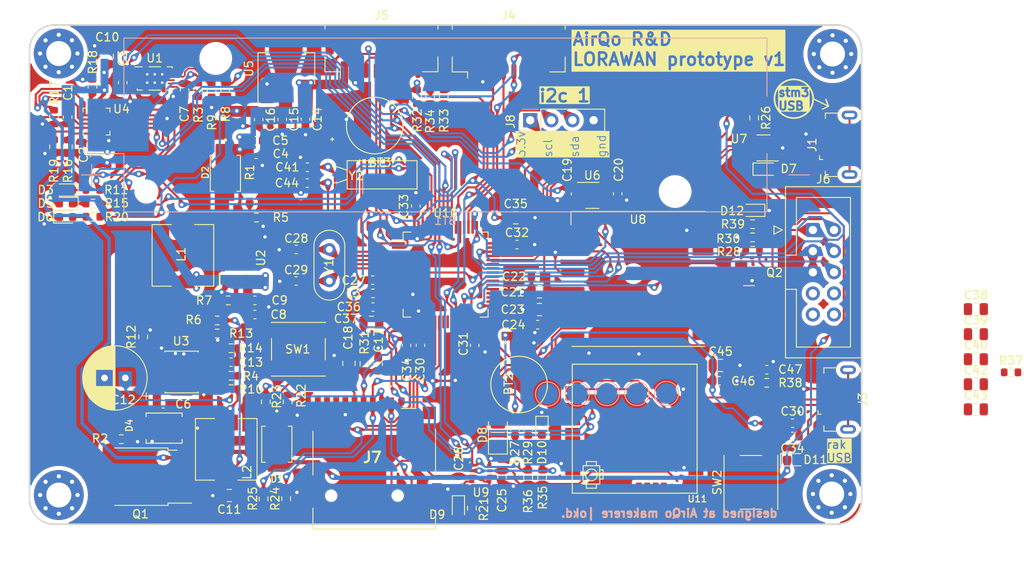
<source format=kicad_pcb>
(kicad_pcb (version 20221018) (generator pcbnew)
  (layers (0 "F.Cu" signal) (31 "B.Cu" signal) (34 "B.Paste" user) (35 "F.Paste" user) (36 "B.SilkS" user "B.Silkscreen") (37 "F.SilkS" user "F.Silkscreen") (38 "B.Mask" user) (39 "F.Mask" user) (44 "Edge.Cuts" user))
  (net 0 "")
  (net 1 "VBAT")
  (net 2 "GND")
  (net 3 "/NRST")
  (net 4 "/LSE_IN")
  (net 5 "Net-(U3-COMP)")
  (net 6 "Net-(C13-Pad2)")
  (net 7 "/LSE_OUT")
  (net 8 "/DCIN-(5:12V)")
  (net 9 "/SW")
  (net 10 "/BST")
  (net 11 "Net-(U10-PD0)")
  (net 12 "Net-(U10-PD1)")
  (net 13 "/X")
  (net 14 "+3.3V")
  (net 15 "+3.3VA")
  (net 16 "RAK11720_RST")
  (net 17 "5V_REG")
  (net 18 "VIN")
  (net 19 "GPS_3.3V")
  (net 20 "+1V8")
  (net 21 "+5V")
  (net 22 "GPS_VBCKP")
  (net 23 "VUSB")
  (net 24 "Net-(CP2102/1-NC{slash}VPP)")
  (net 25 "Net-(D3-K)")
  (net 26 "Net-(D5-K)")
  (net 27 "Net-(D6-A)")
  (net 28 "Net-(D7-A)")
  (net 29 "Net-(D8-K)")
  (net 30 "Net-(D9-A)")
  (net 31 "Net-(D11-A)")
  (net 32 "USB_CONN_D-")
  (net 33 "USB_CONN_D+")
  (net 35 "unconnected-(J1-Shield-Pad6)")
  (net 36 "SWDIO_STM32")
  (net 37 "SWDCLK_STM32")
  (net 38 "SWO_STM32")
  (net 39 "Net-(D10-A)")
  (net 40 "/D-_CP2102")
  (net 41 "/D+_CP2102")
  (net 43 "unconnected-(J3-Shield-Pad6)")
  (net 45 "PM_SENSOR1_SET")
  (net 46 "UART4_TX")
  (net 47 "UART4_RX")
  (net 48 "PM_SENSOR_RESET")
  (net 51 "PM_SENSOR2_SET")
  (net 52 "UART5_TX")
  (net 53 "UART5_RX")
  (net 56 "Net-(Q2-B)")
  (net 57 "GPS_RESET")
  (net 58 "/EN")
  (net 59 "/FREQ")
  (net 60 "USB_D+")
  (net 61 "SDA")
  (net 62 "FB")
  (net 63 "SCL")
  (net 64 "TS")
  (net 65 "/TMR")
  (net 66 "/ILIM")
  (net 67 "/ISET")
  (net 68 "Net-(U4-~{CHG})")
  (net 69 "PGOOD")
  (net 70 "GPS_RESET_PIN")
  (net 73 "GPS_IPPS")
  (net 74 "/FB1")
  (net 75 "unconnected-(SW1-A-Pad1)")
  (net 76 "USB_D-")
  (net 77 "VRTC")
  (net 78 "SYSOFF")
  (net 79 "EN1")
  (net 80 "EN2")
  (net 82 "Net-(U1-SRN)")
  (net 83 "NSS")
  (net 84 "MISO")
  (net 85 "MOSI")
  (net 86 "Net-(U2-OC)")
  (net 87 "Net-(U1-BIN)")
  (net 88 "USART3_TX")
  (net 89 "USART3_RX")
  (net 90 "Net-(CP2102/1-RST)")
  (net 98 "USART1_TX")
  (net 99 "USART1_RX")
  (net 101 "GPS_EN")
  (net 102 "CE")
  (net 106 "BAT_STATUS")
  (net 109 "GPS_TIMER")
  (net 113 "RAK11720_UART1_RX")
  (net 114 "RAK11720_UART1_TX")
  (net 116 "RAK11720_UART0_TX")
  (net 117 "RAK11720_UART0_RX")
  (net 118 "STATUS_LED_2")
  (net 119 "SWDIO_RAK")
  (net 120 "SWDCLK_RAK")
  (net 124 "SWO_RAK")
  (net 128 "STATUS_LED_1")
  (net 133 "/XX")
  (net 137 "SD_DET")
  (net 138 "Net-(D12-A)")
  (net 139 "SCK")
  (net 140 "MOSI_RAK")
  (net 141 "MISO_RAK")
  (net 142 "CLK_RAK")
  (net 143 "NSS_RAK")
  (footprint "Resistor_SMD:R_0603_1608Metric" (layer "F.Cu") (at 128.555 110.45 180)
    (fp_text reference "R14")
    (fp_text value "100K")
  )
  (footprint "MountingHole:MountingHole_3mm_Pad_Via" (layer "F.Cu") (at 107.86 128.09 180)
    (fp_text reference "H3" hide)
    (fp_text value "MountingHole_Pad" hide)
  )
  (footprint "Capacitor_SMD:C_0603_1608Metric" (layer "F.Cu") (at 136.395 98.58 180)
    (fp_text reference "C28")
    (fp_text value "12pF")
  )
  (footprint "Resistor_SMD:R_0603_1608Metric_Pad0.98x0.95mm_HandSolder" (layer "F.Cu") (at 191.42 82.7625 -90)
    (fp_text reference "R26")
    (fp_text value "1k5")
  )
  (footprint "Resistor_SMD:R_0603_1608Metric" (layer "F.Cu") (at 165.95 125.935 90)
    (fp_text reference "R35")
    (fp_text value "10K")
  )
  (footprint "Package_TO_SOT_SMD:TO-252-2" (layer "F.Cu") (at 117.675 125.885 180)
    (fp_text reference "Q1")
    (fp_text value "PMOS")
  )
  (footprint "Button_Switch_SMD:SW_SPST_PTS645" (layer "F.Cu") (at 191.03 126.57 90)
    (fp_text reference "SW2")
    (fp_text value "SW_SPDT")
  )
  (footprint "Capacitor_SMD:C_0603_1608Metric" (layer "F.Cu") (at 196.045 119.46)
    (fp_text reference "C30")
    (fp_text value "100nF")
  )
  (footprint "Connector_Molex:Molex_CLIK-Mate_502382-0870_1x08-1MP_P1.25mm_Vertical" (layer "F.Cu") (at 161.925 75.18)
    (fp_text reference "J4")
    (fp_text value "~")
  )
  (footprint "Resistor_SMD:R_0603_1608Metric" (layer "F.Cu") (at 135.18 128.525 90)
    (fp_text reference "R24")
    (fp_text value "10K")
  )
  (footprint "Resistor_SMD:R_0603_1608Metric" (layer "F.Cu") (at 150.9 80.225 90)
    (fp_text reference "R32")
    (fp_text value "10K")
  )
  (footprint "Connector_USB:USB_Micro-B_GCT_USB3076-30-A" (layer "F.Cu") (at 201.51 116.615 90)
    (fp_text reference "J3")
    (fp_text value "USB_B_Micro")
  )
  (footprint "Capacitor_SMD:C_0805_2012Metric" (layer "F.Cu") (at 218.07 117.79)
    (fp_text reference "C43")
    (fp_text value "0.1uF")
  )
  (footprint "Capacitor_SMD:C_0805_2012Metric" (layer "F.Cu") (at 165.62 103.67 180)
    (fp_text reference "C21")
    (fp_text value "10uF")
  )
  (footprint "Resistor_SMD:R_0603_1608Metric" (layer "F.Cu") (at 107.29 86.235 -90)
    (fp_text reference "R19")
    (fp_text value "1k")
  )
  (footprint "Capacitor_SMD:C_0603_1608Metric" (layer "F.Cu") (at 145.585 102.27 180)
    (fp_text reference "C27")
    (fp_text value "0.1UF")
  )
  (footprint "Connector_Molex:Molex_CLIK-Mate_502382-0870_1x08-1MP_P1.25mm_Vertical" (layer "F.Cu") (at 146.635 75.16)
    (fp_text reference "J5")
    (fp_text value "~")
  )
  (footprint "Resistor_SMD:R_0603_1608Metric" (layer "F.Cu") (at 130.79 92.195 -90)
    (fp_text reference "R1")
    (fp_text value "73K")
  )
  (footprint "microSdcard:THD252811SDGF" (layer "F.Cu") (at 145.765 124.92)
    (fp_text reference "J7")
    (fp_text value "THD2528-11SD-GF" hide)
  )
  (footprint "Capacitor_SMD:C_0603_1608Metric" (layer "F.Cu") (at 115.54 78.535 90)
    (fp_text reference "C3")
    (fp_text value "0.47uF")
  )
  (footprint "Capacitor_SMD:C_0603_1608Metric" (layer "F.Cu") (at 131.575 87.14)
    (fp_text reference "C4")
    (fp_text value "2.2uF")
  )
  (footprint "Package_TO_SOT_SMD:SOT-223-3_TabPin2" (layer "F.Cu") (at 135.2 76.85 90)
    (fp_text reference "U5")
    (fp_text value "AMS1117-3.3")
  )
  (footprint "Capacitor_SMD:C_0805_2012Metric" (layer "F.Cu") (at 142.72 112.27 90)
    (fp_text reference "C18")
    (fp_text value "4.7uF")
  )
  (footprint "Resistor_SMD:R_0603_1608Metric" (layer "F.Cu") (at 111.9 78.96 90)
    (fp_text reference "R18")
    (fp_text value "1K2")
  )
  (footprint "MountingHole:MountingHole_3mm_Pad_Via" (layer "F.Cu") (at 200.74 127.97)
    (fp_text reference "H1" hide)
    (fp_text value "MountingHole_Pad" hide)
  )
  (footprint "Resistor_SMD:R_0603_1608Metric" (layer "F.Cu") (at 111.965 93.06 180)
    (fp_text reference "R15")
    (fp_text value "1.5K")
  )
  (footprint "Resistor_SMD:R_0603_1608Metric" (layer "F.Cu") (at 154.12 80.235 90)
    (fp_text reference "R33")
    (fp_text value "10K")
  )
  (footprint "Capacitor_SMD:C_0603_1608Metric" (layer "F.Cu") (at 157.84 110.105 -90)
    (fp_text reference "C31")
    (fp_text value "0.1uF")
  )
  (footprint "Resistor_SMD:R_0603_1608Metric" (layer "F.Cu") (at 131.615 94.74)
    (fp_text reference "R5")
    (fp_text value "10K")
  )
  (footprint "SK54B:DIOM4336X265N" (layer "F.Cu") (at 120.515 120.05 180)
    (fp_text reference "D4")
    (fp_text value "D")
  )
  (footprint "Diode_SMD:D_0603_1608Metric_Pad1.05x0.95mm_HandSolder" (layer "F.Cu") (at 196.255 123.85)
    (fp_text reference "D11")
    (fp_text value "D_Schottky_Small_Filled")
  )
  (footprint "Capacitor_SMD:C_0603_1608Metric" (layer "F.Cu") (at 145.615 105.5 180)
    (fp_text reference "C36")
    (fp_text value "1uF")
  )
  (footprint "Capacitor_SMD:C_0603_1608Metric" (layer "F.Cu") (at 128.555 112.12)
    (fp_text reference "C13")
    (fp_text value "150pF")
  )
  (footprint "RAK11720_RAK3172:RAK3172" (layer "F.Cu") (at 184.565 127.87 90)
    (fp_text reference "U11")
    (fp_text value "~")
  )
  (footprint "Resistor_SMD:R_0603_1608Metric" (layer "F.Cu") (at 135.36 116.885 90)
    (fp_text reference "R22")
    (fp_text value "10K")
  )
  (footprint "Capacitor_SMD:C_0603_1608Metric" (layer "F.Cu") (at 131.88 82.975 -90)
    (fp_text reference "C16")
    (fp_text value "22uF")
  )
  (footprint "Capacitor_SMD:C_0603_1608Metric" (layer "F.Cu") (at 137.5 82.925 -90)
    (fp_text reference "C14")
    (fp_text value "0.1uF")
  )
  (footprint "Resistor_SMD:R_0603_1608Metric" (layer "F.Cu") (at 222.3 113.35)
    (fp_text reference "R37")
    (fp_text value "1K")
  )
  (footprint "SK54B:DIOM4336X265N" (layer "F.Cu") (at 127.88 89.425 -90)
    (fp_text reference "D2")
    (fp_text value "D_Schottky")
  )
  (footprint "RF_GPS:Quectel_L80-R" (layer "F.Cu") (at 177.52 102.12)
    (fp_text reference "U8")
    (fp_text value "L80-R")
  )
  (footprint "Capacitor_SMD:C_0603_1608Metric" (layer "F.Cu") (at 162.925 97.99)
    (fp_text reference "C32")
    (fp_text value "0.1uF")
  )
  (footprint "Capacitor_SMD:C_0603_1608Metric" (layer "F.Cu") (at 196.045 121.06)
    (fp_text reference "C34")
    (fp_text value "100nF")
  )
  (footprint "Connector_IDC:IDC-Header_2x05_P2.54mm_Vertical" (layer "F.Cu") (at 198.48 96.24)
    (fp_text reference "J6")
    (fp_text value "Conn_02x05_Odd_Even")
  )
  (footprint "Capacitor_SMD:C_0603_1608Metric" (layer "F.Cu") (at 108.92 82.675 -90)
    (fp_text reference "C1")
    (fp_text value "1uF")
  )
  (footprint "Resistor_SMD:R_0603_1608Metric" (layer "F.Cu") (at 132.74 116.895 90)
    (fp_text reference "R23")
    (fp_text value "10K")
  )
  (footprint "Resistor_SMD:R_0603_1608Metric" (layer "F.Cu") (at 126.22 79.425 -90)
    (fp_text reference "R9")
    (fp_text value "10k")
  )
  (footprint "Button_Switch_SMD:SW_SPST_PTS645" (layer "F.Cu") (at 136.65 110.57 180)
    (fp_text reference "SW1")
    (fp_text value "SW_SPDT")
  )
  (footprint "Resistor_SMD:R_0603_1608Metric" (layer "F.Cu") (at 191.23 97.12)
    (fp_text reference "R30")
    (fp_text value "47K")
  )
  (footprint "Capacitor_SMD:C_0603_1608Metric" (layer "F.Cu") (at 136.385 102.37 180)
    (fp_text reference "C29")
    (fp_text value "12pF")
  )
  (footprint "Connector_USB:USB_Micro-B_GCT_USB3076-30-A" (layer "F.Cu") (at 201.69 86.005 90)
    (fp_text reference "J1")
    (fp_text value "USB_B_Micro")
  )
  (footprint "MP1584EN:SOIC127P600X170-9N" (layer "F.Cu") (at 122.615 113.305 180)
    (fp_text reference "U3")
    (fp_text value "MP1584EN")
  )
  (footprint "LED_SMD:LED_0603_1608Metric" (layer "F.Cu") (at 108.7275 94.68)
    (fp_text reference "D6")
    (fp_text value "LED_YELLOW")
  )
  (footprint "Resistor_SMD:R_0603_1608Metric" (layer "F.Cu") (at 128.225 104.7 180)
    (fp_text reference "R7")
    (fp_text value "26k")
  )
  (footprint "Resistor_SMD:R_0603_1608Metric" (layer "F.Cu") (at 124.6 79.415 90)
    (fp_text reference "R3")
    (fp_text value "0.01k")
  )
  (footprint "Capacitor_SMD:C_0603_1608Metric" (layer "F.Cu") (at 137.737113 88.7 180)
    (fp_text reference "C41")
    (fp_text value "12pF")
  )
  (footprint "Capacitor_SMD:C_0805_2012Metric" (layer "F.Cu") (at 162.77 94.77)
    (fp_text reference "C35")
    (fp_text value "4.7uF")
  )
  (footprint "Package_SON:Texas_S-PDSO-N12" (layer "F.Cu") (at 119.385 78.03)
    (fp_text reference "U1")
    (fp_text value "BQ27441-G1")
  )
  (footprint "Capacitor_SMD:C_0603_1608Metric" (layer "F.Cu") (at 131.425 106.4)
    (fp_text reference "C8")
    (fp_text value "2.2uF")
  )
  (footprint "Resistor_SMD:R_0603_1608Metric" (layer "F.Cu") (at 192.935 114.61 180)
    (fp_text reference "R38")
    (fp_text value "10K")
  )
  (footprint "Capacitor_SMD:C_0603_1608Metric" (layer "F.Cu") (at 131.575 85.52)
    (fp_text reference "C5")
    (fp_text value "2.2uF")
  )
  (footprint "Capacitor_SMD:C_0805_2012Metric" (layer "F.Cu") (at 145.42 107.34 180)
    (fp_text reference "C37")
    (fp_text value "10uF")
  )
  (footprint "MS621FE-FL11E:BAT_MS621FE-FL11E" (layer "F.Cu") (at 163.17 114.81 90)
    (fp_text reference "BT2")
    (fp_text value "MS621FE-FL11E")
  )
  (footprint "Package_TO_SOT_SMD:SOT-23-5" (layer "F.Cu") (at 171.9725 92.08)
    (fp_text reference "U6")
    (fp_text value "AP2112K-3.3")
  )
  (footprint "Capacitor_SMD:C_0805_2012Metric" (layer "F.Cu") (at 218.07 114.78)
    (fp_text reference "C42")
    (fp_text value "1uF")
  )
  (footprint "Resistor_SMD:R_0603_1608Metric" (layer "F.Cu") (at 191.235 95.54 180)
    (fp_text reference "R39")
    (fp_text value "1K")
  )
  (footprint "Capacitor_SMD:C_0805_2012Metric" (layer "F.Cu") (at 112.39 87.21 -90)
    (fp_text reference "C2")
    (fp_text value "10uF")
  )
  (footprint "Capacitor_SMD:C_0603_1608Metric" (layer "F.Cu") (at 146.24 112.385 -90)
    (fp_text reference "C17")
    (fp_text value "0.1uF")
  )
  (footprint "Resistor_SMD:R_0603_1608Metric" (layer "F.Cu") (at 108.94 86.245 -90)
    (fp_text reference "R16")
    (fp_text value "10k")
  )
  (footprint "LED_SMD:LED_0603_1608Metric" (layer "F.Cu") (at 165.92 120.1125 -90)
    (fp_text reference "D10")
    (fp_text value "LED_RED")
  )
  (footprint "MS621FE-FL11E:BAT_MS621FE-FL11E" (layer "F.Cu") (at 145.82 83.69 180)
    (fp_text reference "BT3")
    (fp_text value "MS621FE-FL11E")
  )
  (footprint "Capacitor_SMD:C_0603_1608Metric" (layer "F.Cu") (at 155.89 126.605 -90)
    (fp_text reference "C26")
    (fp_text value "100nF")
  )
  (footprint "Capacitor_SMD:C_0603_1608Metric" (layer "F.Cu") (at 150.76 93.355 90)
    (fp_text reference "C33")
    (fp_text value "0.1uF")
  )
  (footprint "Capacitor_SMD:C_0805_2012Metric" (layer "F.Cu") (at 113.68 75.36 90)
    (fp_text reference "C10")
    (fp_text value "10uF")
  )
  (footprint "Package_TO_SOT_SMD:SOT-23" (layer "F.Cu") (at 190.8025 101.37)
    (fp_text reference "Q2")
    (fp_text value "BC846")
  )
  (footprint "LED_SMD:LED_0603_1608Metric" (layer "F.Cu") (at 191.2275 93.88 180)
    (fp_text reference "D12")
    (fp_text value "STATUS_LED_RED")
  )
  (footprint "Capacitor_SMD:C_0805_2012Metric" (layer "F.Cu") (at 128.35 128.15 180)
    (fp_text reference "C11")
    (fp_text value "22UF")
  )
  (footprint "Resistor_SMD:R_0603_1608Metric" (layer "F.Cu") (at 118 109.085 90)
    (fp_text reference "R12")
    (fp_text value "100K")
  )
  (footprint "Resistor_SMD:R_0603_1608Metric_Pad0.98x0.95mm_HandSolder" (layer "F.Cu") (at 144.59 112.3075 90)
    (fp_text reference "R31")
    (fp_text value "10k")
  )
  (footprint "Capacitor_SMD:C_0603_1608Metric" (layer "F.Cu") (at 120.405 117.13 180)
    (fp_text reference "C6")
    (fp_text value "0.1uF")
  )
  (footprint "Inductor_SMD:L_0603_1608Metric" (layer "F.Cu") (at 145.6075 103.86)
    (fp_text reference "L3")
    (fp_text value "39nH")
  )
  (footprint "Capacitor_SMD:C_0805_2012Metric" (layer "F.Cu") (at 218.07 105.75)
    (fp_text reference "C38")
    (fp_text value "4.7uF")
  )
  (footprint "Capacitor_SMD:C_0603_1608Metric" (layer "F.Cu") (at 134.7 82.955 -90)
    (fp_text reference "C15")
    (fp_text value "0.1uF")
  )
  (footprint "Capacitor_SMD:C_0603_1608Metric" (layer "F.Cu") (at 165.425 101.82 180)
    (fp_text reference "C22")
    (fp_text value "100nF")
  )
  (footprint "Crystal:Crystal_C38-LF_D3.0mm_L8.0mm_Horizontal" (layer "F.Cu") (at 140.21 90.56 90)
    (fp_text reference "Y2")
    (fp_text value "32.712K")
  )
  (footprint "Capacitor_SMD:C_0603_1608Metric" (layer "F.Cu") (at 149.64 110.105 -90)
    (fp_text reference "C34")
    (fp_text value "0.1uF")
  )
  (footprint "Resistor_SMD:R_0603_1608Metric" (layer "F.Cu") (at 111.945 91.42)
    (fp_text reference "R11")
    (fp_text value "1k")
  )
  (footprint "Resistor_SMD:R_0603_1608Metric" (layer "F.Cu") (at 126.895 108.68)
    (fp_text reference "R13")
    (fp_text value "40.2K")
  )
  (footprint "Resistor_SMD:R_0603_1608Metric" (layer "F.Cu") (at 115.365 121.38)
    (fp_text reference "R2")
    (fp_text value "100K")
  )
  (footprint "Capacitor_SMD:C_0603_1608Metric" (layer "F.Cu") (at 168.94 91.905 -90)
    (fp_text reference "C19")
    (fp_text value "1uF")
  )
  (footprint "Package_QFP:LQFP-64_10x10mm_P0.5mm" (layer "F.Cu") (at 154.34 101.6)
    (fp_text reference "U10")
    (fp_text value "STM32F103RCTx")
  )
  (footprint "Resistor_SMD:R_0603_1608Metric" (layer "F.Cu") (at 111.955 94.65 180)
    (fp_text reference "R20")
    (fp_text value "1k")
  )
  (footprint "Capacitor_SMD:C_0805_2012Metric" (layer "F.Cu") (at 218.07 111.77)
    (fp_text reference "C40")
    (fp_text value "4.7uF")
  )
  (footprint "Diode_SMD:D_1206_3216Metric" (layer "F.Cu") (at 160.63 120.89 90)
    (fp_text reference "D8")
    (fp_text value "D_Schottky_Small")
  )
  (footprint "Resistor_SMD:R_0603_1608Metric" (layer "F.Cu") (at 157.5 129.665 -90)
    (fp_text reference "R21")
    (fp_text value "1.8K")
  )
  (footprint "Resistor_SMD:R_0603_1608Metric" (layer "F.Cu") (at 152.48 80.225 90)
    (fp_text reference "R34")
    (fp_text value "10K")
  )
  (footprint "FP6298:SOIC127P599X175-9N" (layer "F.Cu") (at 129.994 99.778 90)
    (fp_text reference "U2")
    (fp_text value "FP6298")
  )
  (footprint "Resistor_SMD:R_0603_1608Metric" (layer "F.Cu") (at 127.86 79.435 90)
    (fp_text reference "R8")
    (fp_text value "10k")
  )
  (footprint "Capacitor_SMD:C_0603_1608Metric" (layer "F.Cu") (at 131.425 104.7)
    (fp_text reference "C9")
    (fp_text value "2.2uF")
  )
  (footprint "Capacitor_SMD:C_0603_1608Metric" (layer "F.Cu") (at 192.94 113.04)
    (fp_text reference "C47")
    (fp_text value "100nF")
  )
  (footprint "Resistor_SMD:R_0603_1608Metric" (layer "F.Cu") (at 128.555 113.76)
    (fp_text reference "R4")
    (fp_text value "100K")
  )
  (footprint "LED_SMD:LED_0603_1608Metric" (layer "F.Cu") (at 155.88 129.6675 -90)
    (fp_text reference "D9")
    (fp_text value "STATUS_LED_RED")
  )
  (footprint "Capacitor_SMD:C_0603_1608Metric" (layer "F.Cu") (at 175.03 91.895 -90)
    (fp_text reference "C20")
    (fp_text value "1uF")
  )
  (footprint "Inductor_SMD:L_7.3x7.3_H4.5" (layer "F.Cu") (at 127.98 122.6 90)
    (fp_text reference "L2")
    (fp_text value "22uH")
  )
  (footprint "Capacitor_SMD:C_0805_2012Metric" (layer "F.Cu") (at 187.39 112.52)
    (fp_text reference "C45")
    (fp_text value "10uF")
  )
  (footprint "Resistor_SMD:R_0603_1608Metric" (layer "F.Cu") (at 107.28 82.675 -90)
    (fp_text reference "R17")
    (fp_text value "46.4k")
  )
  (footprint "LED_SMD:LED_0603_1608Metric" (layer "F.Cu") (at 108.7075 93.06 180)
    (fp_text reference "D5")
    (fp_text value "LED_RED")
  )
  (footprint "MountingHole:MountingHole_3mm_Pad_Via" (layer "F.Cu") (at 107.84901 75.03099)
    (fp_text reference "H2" hide)
    (fp_text value "MountingHole_Pad" hide)
  )
  (footprint "Capacitor_SMD:C_0603_1608Metric" (layer "F.Cu") (at 137.712113 90.6 180)
    (fp_text reference "C44")
    (fp_text value "12pF")
  )
  (footprint "Connector_PinHeader_2.54mm:PinHeader_1x04_P2.54mm_Vertical" (layer "F.Cu") (at 164.51 83.05 90)
    (fp_text reference "J8")
    (fp_text value "Conn_01x04_Pin")
  )
  (footprint "Capacitor_SMD:C_0603_1608Metric" (layer "F.Cu") (at 161.12 125.945 -90)
    (fp_text reference "C25")
    (fp_text value "100nF")
  )
  (footprint "MountingHole:MountingHole_3mm_Pad_Via" (layer "F.Cu") (at 200.83901 75.09099)
    (fp_text reference "H4" hide)
    (fp_text value "MountingHole_Pad" hide)
  )
  (footprint "Resistor_SMD:R_0603_1608Metric" (layer "F.Cu") (at 126.895 107.11 180)
    (fp_text reference "R6")
    (fp_text value "210K")
  )
  (footprint "LED_SMD:LED_0603_1608Metric" (layer "F.Cu") (at 108.7075 91.44 180)
    (fp_text reference "D3")
    (fp_text value "LED_RED")
  )
  (footprint "Crystal:Crystal_HC52-6mm_Vertical" (layer "F.Cu") (at 140.37 98.57 -90)
    (fp_text reference "Y1")
    (fp_text value "16MH")
  )
  (footprint "Resistor_SMD:R_0603_1608Metric" (layer "F.Cu") (at 164.26 125.945 90)
    (fp_text reference "R36")
    (fp_text value "10K")
  )
  (footprint "Resistor_SMD:R_0603_1608Metric" (layer "F.Cu") (at 132.46 128.555 90)
    (fp_text reference "R25")
    (fp_text value "10K")
  )
  (footprint "Resistor_SMD:R_0603_1608Metric" (layer "F.Cu") (at 164.27 120.11 -90)
    (fp_text reference "R29")
    (fp_text value "1K")
  )
  (footprint "Inductor_SMD:L_7.3x7.3_H4.5" (layer "F.Cu") (at 122.77 99.29 90)
    (fp_text reference "L1")
    (fp_text value "4.7UH")
  )
  (footprint "Capacitor_THT:CP_Radial_D7.5mm_P2.50mm" (layer "F.Cu") (at 115.85 114.02 180)
    (fp_text reference "C12")
    (fp_text value "100uF")
  )
  (footprint "Capacitor_SMD:C_0805_2012Metric" (layer "F.Cu") (at 165.62 105.8 180)
    (fp_text reference "C23")
    (fp_text value "4.7uF")
  )
  (footprint "Capacitor_SMD:C_0603_1608Metric" (layer "F.Cu") (at 187.225 114.36)
    (fp_text reference "C46")
    (fp_text value "100nF")
  )
  (footprint "Package_TO_SOT_SMD:SOT-23-6" (layer "F.Cu") (at 192.5425 86.38 180)
    (fp_text reference "U7")
    (fp_text value "USBLC6-2SC6")
  )
  (footprint "Package_DFN_QFN:VQFN-16-1EP_3x3mm_P0.5mm_EP1.6x1.6mm" (layer "F.Cu") (at 112.3925 83.21 90)
    (fp_text reference "U4")
    (fp_text value "BQ24075RGT")
  )
  (footprint "Diode_SMD:D_0603_1608Metric_Pad1.05x0.95mm_HandSolder" (layer "F.Cu") (at 192.945 88.93)
    (fp_text reference "D7")
    (fp_text value "D_Schottky_Small_Filled")
  )
  (footprint "Package_LGA:Bosch_LGA-8_2.5x2.5mm_P0.65mm_ClockwisePinNumbering" (layer "F.Cu") (at 158.565 125.495 90)
    (fp_text reference "U9")
    (fp_text value "BME280")
  )
  (footprint "Capacitor_SMD:C_0805_2012Metric" (layer "F.Cu") (at 218.07 108.76)
    (fp_text reference "C39")
    (fp_text value "0.1uF")
  )
  (footprint "Resistor_SMD:R_0603_1608Metric" (layer "F.Cu") (at 191.235 98.74 180)
    (fp_text reference "R28")
    (fp_text value "4.7K")
  )
  (footprint "SK54B:DIOM4336X265N" (layer "F.Cu") (at 134.06 121.985 -90)
    (fp_text reference "D1")
    (fp_text value "D_Schottky_Small_Filled")
  )
  (footprint "Resistor_SMD:R_0603_1608Metric" (layer "F.Cu") (at 162.69 120.105 90)
    (fp_text reference "R27")
    (fp_text value "1K")
  )
  (footprint "Capacitor_SMD:C_0603_1608Metric" (layer "F.Cu") (at 122.97 79.415 -90)
    (fp_text reference "C7")
    (fp_text value "1.0uF")
  )
  (footprint "Capacitor_SMD:C_0603_1608Metric" (layer "F.Cu") (at 165.405 107.62)
    (fp_text reference "C24")
    (fp_text value "100nF")
  )
  (footprint "Capacitor_SMD:C_0603_1608Metric" (layer "F.Cu") (at 151.32 110.095 -90)
    (fp_text reference "C30")
    (fp_text value "0.1uF")
  )
  (footprint "Resistor_SMD:R_0603_1608Metric" (layer "F.Cu") (at 128.555 115.37)
    (fp_text reference "R10")
    (fp_text value "24.9K")
  )
  (footprint "TestPoint:TestPoint_Pad_D2.5mm" (layer "B.Cu") (at 173.74 115.89 180)
    (fp_text reference "REF**" hide)
    (fp_text value "TestPoint_Pad_D2.5mm" hide)
  )
  (footprint "TestPoint:TestPoint_Pad_D2.5mm" (layer "B.Cu") (at 180.89 115.89 180)
    (fp_text reference "REF**" hide)
    (fp_text value "TestPoint_Pad_D2.5mm" hide)
  )
  (footprint "TestPoint:TestPoint_Pad_D2.5mm" (layer "B.Cu") (at 177.33 115.89 180)
    (fp_text reference "REF**" hide)
    (fp_text value "TestPoint_Pad_D2.5mm" hide)
  )
  (footprint "TestPoint:TestPoint_Pad_D2.5mm" (layer "B.Cu") (at 166.6 115.96 180)
    (fp_text reference "REF**" hide)
    (fp_text value "TestPoint_Pad_D2.5mm" hide)
  )
  (footprint "TestPoint:TestPoint_Pad_D2.5mm" (layer "B.Cu") (at 170.17 115.93 180)
    (fp_text reference "REF**" hide)
    (fp_text value "TestPoint_Pad_D2.5mm" hide)
  )
  (footprint "Battery:BatteryHolder_Keystone_1042_1x18650" (layer "B.Cu") (at 154.32 83.62)
    (fp_text reference "BT1")
    (fp_text value "Battery")
  )
  (gr_line (start 200.35 81.37) (end 200.04 80.54) (stroke (width 0.15)) (layer "F.SilkS"))
  (gr_line (start 198.515545 80.465545) (end 200.35 81.37) (stroke (width 0.15)) (layer "F.SilkS"))
  (gr_circle (center 196.19 80.465545) (end 198.354639 81.315545) (stroke (width 0.2)) (fill none) (layer "F.SilkS"))
  (gr_line (start 200.04 80.54) (end 200.35 81.37) (stroke (width 0.15)) (layer "F.SilkS"))
  (gr_line (start 200.35 81.37) (end 199.63 81.72) (stroke (width 0.15)) (layer "F.SilkS"))
  (gr_arc (start 204.34 128.6) (mid 203.46132 130.72132) (end 201.34 131.6) (stroke (width 0.2)) (layer "Edge.Cuts"))
  (gr_circle (center 154.34 101.6) (end 154.35 101.6) (stroke (width 0.0001)) (fill solid) (layer "Edge.Cuts"))
  (gr_line (start 107.34 71.6) (end 201.34 71.6) (stroke (width 0.2)) (layer "Edge.Cuts"))
  (gr_arc (start 201.34 71.6) (mid 203.46132 72.47868) (end 204.34 74.6) (stroke (width 0.2)) (layer "Edge.Cuts"))
  (gr_arc (start 104.34 74.6) (mid 105.21868 72.47868) (end 107.34 71.6) (stroke (width 0.2)) (layer "Edge.Cuts"))
  (gr_line (start 107.34 131.6) (end 201.34 131.6) (stroke (width 0.2)) (layer "Edge.Cuts"))
  (gr_line (start 104.34 74.6) (end 104.34 128.6) (stroke (width 0.2)) (layer "Edge.Cuts"))
  (gr_arc (start 107.34 131.6) (mid 105.21868 130.72132) (end 104.34 128.6) (stroke (width 0.2)) (layer "Edge.Cuts"))
  (gr_line (start 204.34 74.6) (end 204.34 128.6) (stroke (width 0.2)) (layer "Edge.Cuts"))
  (gr_text "designed at AirQo makerere |okd." (at 194.36 130.87) (layer "B.SilkS") (effects (font (size 1 1) (thickness 0.25) bold) (justify left bottom mirror)))
  (gr_text "AirQo R&D\nLORAWAN prototype v1" (at 169.45 76.6) (layer "F.SilkS" knockout) (effects (font (size 1.5 1.5) (thickness 0.3) bold) (justify left bottom)))
  (gr_text "stm3\nUSB" (at 194.2 81.91) (layer "F.SilkS" knockout) (effects (font (size 1 1) (thickness 0.25) bold) (justify left bottom)))
  (gr_text "3.3v\n\nscl\n\nsda\n\ngnd" (at 173.67 87.57 90) (layer "F.SilkS" knockout) (effects (font (size 1 1) (thickness 0.1)) (justify left bottom)))
  (gr_text "rak\nUSB\n" (at 200.05 124.22) (layer "F.SilkS" knockout) (effects (font (size 1 1)) (justify left bottom)))
  (gr_text "i2c 1\n" (at 165.44 80.99) (layer "F.SilkS" knockout) (effects (font (size 1.5 1.5) (thickness 0.3) bold) (justify left bottom)))
  (segment (start 124.6 78.59) (end 124.6 77.87) (width 0.25) (layer "F.Cu") (net 1))
  (segment (start 124.27 77.54) (end 123.7 77.54) (width 0.25) (layer "F.Cu") (net 1))
  (segment (start 112.31 84.6475) (end 112.5 84.6475) (width 0.25) (layer "F.Cu") (net 1))
  (segment (start 112.6425 86.0075) (end 112.39 86.26) (width 0.25) (layer "F.Cu") (net 1))
  (segment (start 117.41 79.03) (end 116.56 79.03) (width 0.2) (layer "F.Cu") (net 1))
  (segment (start 124.34 77.61) (end 124.27 77.54) (width 0.25) (layer "F.Cu") (net 1))
  (segment (start 116.56 79.03) (end 116.42 79.17) (width 0.2) (layer "F.Cu") (net 1))
  (segment (start 112.1425 84.6475) (end 112.31 84.6475) (width 0.25) (layer "F.Cu") (net 1))
  (segment (start 116.42 80.79) (end 116.43 80.8) (width 0.2) (layer "F.Cu") (net 1))
  (segment (start 112.6425 84.6475) (end 112.6425 86.0075) (width 0.25) (layer "F.Cu") (net 1))
  (segment (start 124.6 78.59) (end 123.02 78.59) (width 0.25) (layer "F.Cu") (net 1))
  (segment (start 122.96 78.63) (end 122.97 78.64) (width 0.2) (layer "F.Cu") (net 1))
  (segment (start 123.02 78.59) (end 122.97 78.64) (width 0.25) (layer "F.Cu") (net 1))
  (segment (start 121.36 78.63) (end 122.96 78.63) (width 0.2) (layer "F.Cu") (net 1))
  (segment (start 116.42 79.17) (end 116.42 80.79) (width 0.2) (layer "F.Cu") (net 1))
  (segment (start 112.5 86.15) (end 112.39 86.26) (width 0.25) (layer "F.Cu") (net 1))
  (segment (start 112.1425 84.6475) (end 112.1425 86.0125) (width 0.25) (layer "F.Cu") (net 1))
  (segment (start 112.5 84.6475) (end 112.5 86.15) (width 0.25) (layer "F.Cu") (net 1))
  (segment (start 112.1425 86.0125) (end 112.39 86.26) (width 0.25) (layer "F.Cu") (net 1))
  (segment (start 112.31 86.18) (end 112.39 86.26) (width 0.25) (layer "F.Cu") (net 1))
  (segment (start 112.31 84.6475) (end 112.31 86.18) (width 0.25) (layer "F.Cu") (net 1))
  (segment (start 124.6 77.87) (end 124.34 77.61) (width 0.25) (layer "F.Cu") (net 1))
  (segment (start 112.5 84.6475) (end 112.6425 84.6475) (width 0.25) (layer "F.Cu") (net 1))
  (via (at 123.7 77.54) (size 0.8) (drill 0.4) (layers "F.Cu" "B.Cu") (net 1))
  (via (at 113.86 85.5) (size 0.8) (drill 0.4) (layers "F.Cu" "B.Cu") (net 1))
  (via (at 113.69 86.82) (size 0.8) (drill 0.4) (layers "F.Cu" "B.Cu") (net 1))
  (via (at 116.43 80.8) (size 0.8) (drill 0.4) (layers "F.Cu" "B.Cu") (net 1))
  (segment (start 123.7 77.54) (end 122.65 78.59) (width 0.25) (layer "B.Cu") (net 1))
  (segment (start 120.89 79.74) (end 117.01 83.62) (width 0.25) (layer "B.Cu") (net 1))
  (segment (start 121.56 78.59) (end 120.89 79.26) (width 0.25) (layer "B.Cu") (net 1))
  (segment (start 122.65 78.59) (end 121.56 78.59) (width 0.25) (layer "B.Cu") (net 1))
  (segment (start 117.01 83.62) (end 114.99 83.62) (width 0.25) (layer "B.Cu") (net 1))
  (segment (start 120.89 79.26) (end 120.89 79.74) (width 0.25) (layer "B.Cu") (net 1))
  (segment (start 129.38 116.14) (end 129.33 116.19) (width 0.25) (layer "F.Cu") (net 2))
  (segment (start 164.63 108.13) (end 165.07 108.57) (width 0.25) (layer "F.Cu") (net 2))
  (segment (start 192.015 93.88) (end 193.22 93.88) (width 0.25) (layer "F.Cu") (net 2))
  (segment (start 197.38 115.35) (end 197.415 115.315) (width 0.25) (layer "F.Cu") (net 2))
  (segment (start 183.01 124.81) (end 183 124.8) (width 0.25) (layer "F.Cu") (net 2))
  (segment (start 188.34 112.52) (end 189.69 112.52) (width 0.25) (layer "F.Cu") (net 2))
  (segment (start 143.51 77.11) (end 143.51 78.55) (width 0.25) (layer "F.Cu") (net 2))
  (segment (start 122.97 80.19) (end 121.61 80.19) (width 0.2) (layer "F.Cu") (net 2))
  (segment (start 136.962113 87.572113) (end 136.9 87.51) (width 0.25) (layer "F.Cu") (net 2))
  (segment (start 126.22 80.25) (end 126.22 81.52) (width 0.2) (layer "F.Cu") (net 2))
  (segment (start 165.92 118.18) (end 165.9 118.16) (width 0.25) (layer "F.Cu") (net 2))
  (segment (start 113.78 82.51) (end 113.0925 82.51) (width 0.2) (layer "F.Cu") (net 2))
  (segment (start 160.34 125.82) (end 161.12 126.6) (width 0.25) (layer "F.Cu") (net 2))
  (segment (start 157.04 108.665685) (end 157.04 110.08) (width 0.25) (layer "F.Cu") (net 2))
  (segment (start 183.33 96.27) (end 183.32 96.28) (width 0.25) (layer "F.Cu") (net 2))
  (segment (start 136.55 118.47) (end 136.52 118.5) (width 0.25) (layer "F.Cu") (net 2))
  (segment (start 127.89 102.49) (end 127.89 103.25) (width 0.5) (layer "F.Cu") (net 2))
  (segment (start 129.33 116.755305) (end 128.456659 117.628646) (width 0.25) (layer "F.Cu") (net 2))
  (segment (start 176.08 92.67) (end 176.1 92.65) (width 0.25) (layer "F.Cu") (net 2))
  (segment (start 106.2 87.06) (end 106.19 87.05) (width 0.25) (layer "F.Cu") (net 2))
  (segment (start 161.257183 98.35) (end 161.857183 98.95) (width 0.25) (layer "F.Cu") (net 2))
  (segment (start 132.35 85.52) (end 132.35 84.22) (width 0.25) (layer "F.Cu") (net 2))
  (segment (start 169.77 101.35) (end 168.12 101.35) (width 0.25) (layer "F.Cu") (net 2))
  (segment (start 106.62 94.72) (end 106.1 95.24) (width 0.25) (layer "F.Cu") (net 2))
  (segment (start 156.8 126.47) (end 155.89 127.38) (width 0.25) (layer "F.Cu") (net 2))
  (segment (start 164.08 98.95) (end 165.04 97.99) (width 0.25) (layer "F.Cu") (net 2))
  (segment (start 177.575 112.705) (end 177.575 111.145) (width 0.25) (layer "F.Cu") (net 2))
  (segment (start 184.42 115.37) (end 182.91 115.37) (width 0.25) (layer "F.Cu") (net 2))
  (segment (start 162.165402 126.72) (end 162.477701 127.032299) (width 0.25) (layer "F.Cu") (net 2))
  (segment (start 144.81 102.27) (end 144.0855 102.27) (width 0.25) (layer "F.Cu") (net 2))
  (segment (start 153.29 127.77) (end 154.22 127.77) (width 0.25) (layer "F.Cu") (net 2))
  (segment (start 127.73 110.45) (end 127.73 109.33) (width 0.25) (layer "F.Cu") (net 2))
  (segment (start 158.8 77.13) (end 158.8 78.42) (width 0.25) (layer "F.Cu") (net 2))
  (segment (start 168.94 92.68) (end 167.79 92.68) (width 0.25) (layer "F.Cu") (net 2))
  (segment (start 152.59 97.08) (end 152.3 97.37) (width 0.25) (layer "F.Cu") (net 2))
  (segment (start 132.636 97.066) (end 132.64 97.07) (width 0.25) (layer "F.Cu") (net 2))
  (segment (start 142.29 117.17) (end 142.29 118.43) (width 0.25) (layer "F.Cu") (net 2))
  (segment (start 155.45 114.37) (end 155.51 114.31) (width 0.25) (layer "F.Cu") (net 2))
  (segment (start 113.65 88.16) (end 113.66 88.15) (width 0.25) (layer "F.Cu") (net 2))
  (segment (start 189.69 112.52) (end 189.71 112.5) (width 0.25) (layer "F.Cu") (net 2))
  (segment (start 131.7 97.066) (end 132.636 97.066) (width 0.25) (layer "F.Cu") (net 2))
  (segment (start 134.45 102.37) (end 134.41 102.41) (width 0.25) (layer "F.Cu") (net 2))
  (segment (start 164.95 109.81) (end 164.96 109.8) (width 0.25) (layer "F.Cu") (net 2))
  (segment (start 171.565 111.045) (end 171.57 111.04) (width 0.25) (layer "F.Cu") (net 2))
  (segment (start 132.35 87.14) (end 132.35 88.45) (width 0.25) (layer "F.Cu") (net 2))
  (segment (start 137.5 83.7) (end 137.5 84.78) (width 0.25) (layer "F.Cu") (net 2))
  (segment (start 157.59 108.115685) (end 157.04 108.665685) (width 0.25) (layer "F.Cu") (net 2))
  (segment (start 136.962113 88.7) (end 136.962113 87.572113) (width 0.25) (layer "F.Cu") (net 2))
  (segment (start 150.76 91.77) (end 150.78 91.75) (width 0.25) (layer "F.Cu") (net 2))
  (segment (start 126.37 128.15) (end 126.36 128.16) (width 0.25) (layer "F.Cu") (net 2))
  (segment (start 164.65 101.82) (end 164.65 103.65) (width 0.25) (layer "F.Cu") (net 2))
  (segment (start 163.56 103.67) (end 163.55 103.68) (width 0.25) (layer "F.Cu") (net 2))
  (segment (start 159.59 123.92) (end 159.8 123.71) (width 0.25) (layer "F.Cu") (net 2))
  (segment (start 184.42 125.37) (end 184.42 124.81) (width 0.25) (layer "F.Cu") (net 2))
  (segment (start 150.05 103.56) (end 150.41 103.92) (width 0.25) (layer "F.Cu") (net 2))
  (segment (start 168.12 101.35) (end 167.71 100.94) (width 0.25) (layer "F.Cu") (net 2))
  (segment (start 188 114.36) (end 189.33 114.36) (width 0.25) (layer "F.Cu") (net 2))
  (segment (start 165.08 94.77) (end 165.09 94.76) (width 0.25) (layer "F.Cu") (net 2))
  (segment (start 113.83 82.46) (end 113.78 82.51) (width 0.2) (layer "F.Cu") (net 2))
  (segment (start 134.38 98.58) (end 134.35 98.61) (width 0.25) (layer "F.Cu") (net 2))
  (segment (start 193.715 112.055) (end 193.72 112.05) (width 0.25) (layer "F.Cu") (net 2))
  (segment (start 149.64 110.88) (end 149.64 111.94) (width 0.25) (layer "F.Cu") (net 2))
  (segment (start 177.575 111.145) (end 177.58 111.14) (width 0.25) (layer "F.Cu") (net 2))
  (segment (start 193.715 113.04) (end 193.715 112.055) (width 0.25) (layer "F.Cu") (net 2))
  (segment (start 175.03 92.67) (end 176.08 92.67) (width 0.25) (layer "F.Cu") (net 2))
  (segment (start 132.44 95.78) (end 132.42 95.8) (width 0.25) (layer "F.Cu") (net 2))
  (segment (start 134.7 84.72) (end 134.71 84.73) (width 0.25) (layer "F.Cu") (net 2))
  (segment (start 132.2 105.49) (end 133.08 105.49) (width 0.25) (layer "F.Cu") (net 2))
  (segment (start 127.73 109.33) (end 127.73 108.69) (width 0.25) (layer "F.Cu") (net 2))
  (segment (start 144.84 106.97) (end 144.47 107.34) (width 0.25) (layer "F.Cu") (net 2))
  (segment (start 107.28 83.5) (end 105.89 83.5) (width 0.25) (layer "F.Cu") (net 2))
  (segment (start 121.87 112.56) (end 121.87 111.08) (width 0.25) (layer "F.Cu") (net 2))
  (segment (start 151.09 95.925) (end 151.09 97.13) (width 0.25) (layer "F.Cu") (net 2))
  (segment (start 164.65 103.65) (end 164.67 103.67) (width 0.25) (layer "F.Cu") (net 2))
  (segment (start 128.456659 117.628646) (end 128.456659 117.676558) (width 0.25) (layer "F.Cu") (net 2))
  (segment (start 148.665 103.35) (end 149.84 103.35) (width 0.25) (layer "F.Cu") (net 2))
  (segment (start 163.72 94.77) (end 165.08 94.77) (width 0.25) (layer "F.Cu") (net 2))
  (segment (start 167.79 92.68) (end 167.78 92.69) (width 0.25) (layer "F.Cu") (net 2))
  (segment (start 196.82 119.46) (end 196.82 118.11) (width 0.25) (layer "F.Cu") (net 2))
  (segment (start 127.73 108.69) (end 127.72 108.68) (width 0.25) (layer "F.Cu") (net 2))
  (segment (start 107.3 87.07) (end 107.29 87.06) (width 0.25) (layer "F.Cu") (net 2))
  (segment (start 150.76 92.58) (end 150.76 91.77) (width 0.25) (layer "F.Cu") (net 2))
  (segment (start 149.84 103.35) (end 150.05 103.56) (width 0.25) (layer "F.Cu") (net 2))
  (segment (start 152.59 95.925) (end 152.59 97.08) (width 0.25) (layer "F.Cu") (net 2))
  (segment (start 127.4 103.74) (end 127.43 103.71) (width 0.5) (layer "F.Cu") (net 2))
  (segment (start 163.63 105.8) (end 163.62 105.81) (width 0.25) (layer "F.Cu") (net 2))
  (segment (start 112.39 88.16) (end 113.65 88.16) (width 0.25) (layer "F.Cu") (net 2))
  (segment (start 113.0925 82.51) (end 112.3925 83.21) (width 0.2) (layer "F.Cu") (net 2))
  (segment (start 151.09 107.275) (end 151.09 105.9845) (width 0.25) (layer "F.Cu") (net 2))
  (segment (start 144.47 107.34) (end 144.47 108.64) (width 0.25) (layer "F.Cu") (net 2))
  (segment (start 129.33 116.19) (end 129.33 116.755305) (width 0.25) (layer "F.Cu") (net 2))
  (segment (start 161.857183 98.95) (end 164.08 98.95) (width 0.25) (layer "F.Cu") (net 2))
  (segment (start 108.94 87.07) (end 107.3 87.07) (width 0.25) (layer "F.Cu") (net 2))
  (segment (start 151.01 97.37) (end 150.93 97.29) (width 0.25) (layer "F.Cu") (net 2))
  (segment (start 161.12 126.72) (end 162.165402 126.72) (width 0.25) (layer "F.Cu") (net 2))
  (segment (start 135.61 102.37) (end 134.45 102.37) (width 0.25) (layer "F.Cu") (net 2))
  (segment (start 111.9 78.135) (end 110.735 78.135) (width 0.25) (layer "F.Cu") (net 2))
  (segment (start 115.61 77.83) (end 115.54 77.76) (width 0.1) (layer "F.Cu") (net 2))
  (segment (start 122.615 111.405) (end 122.88 111.14) (width 0.25) (layer "F.Cu") (net 2))
  (segment (start 132.9 78.71) (end 132.88 78.69) (width 0.25) (layer "F.Cu") (net 2))
  (segment (start 127.4 104.7) (end 127.4 103.74) (width 0.5) (layer "F.Cu") (net 2))
  (segment (start 159.07 110.88) (end 159.09 110.9) (width 0.25) (layer "F.Cu") (net 2))
  (segment (start 118.185 77.83) (end 118.485 77.53) (width 0.2) (layer "F.Cu") (net 2))
  (segment (start 159.59 124.52) (end 159.59 123.92) (width 0.25) (layer "F.Cu") (net 2))
  (segment (start 152.78 114.37) (end 155.45 114.37) (width 0.25) (layer "F.Cu") (net 2))
  (segment (start 169.62 124.37) (end 168.3 124.37) (width 0.25) (layer "F.Cu") (net 2))
  (segment (start 197.65 84.7) (end 197.655 84.705) (width 0.25) (layer "F.Cu") (net 2))
  (segment (start 127.1 109.33) (end 126.95 109.48) (width 0.25) (layer "F.Cu") (net 2))
  (segment (start 140.82 82.94) (end 142.41 82.94) (width 0.25) (layer "F.Cu") (net 2))
  (segment (start 118 108.26) (end 118.84 108.26) (width 0.25) (layer "F.Cu") (net 2))
  (segment (start 106.66 94.68) (end 106.62 94.72) (width 0.25) (layer "F.Cu") (net 2))
  (segment (start 161.12 126.6) (end 161.12 126.72) (width 0.25) (layer "F.Cu") (net 2))
  (segment (start 189.865 102.32) (end 191.17 102.32) (width 0.25) (layer "F.Cu") (net 2))
  (segment (start 190.405 97.12) (end 189.36 97.12) (width 0.25) (layer "F.Cu") (net 2))
  (segment (start 110.735 78.135) (end 110.73 78.14) (width 0.25) (layer "F.Cu") (net 2))
  (segment (start 107.29 87.06) (end 106.2 87.06) (width 0.25) (layer "F.Cu") (net 2))
  (segment (start 169.54 92.08) (end 168.94 92.68) (width 0.25) (layer "F.Cu") (net 2))
  (segment (start 197.415 115.315) (end 200.06 115.315) (width 0.25) (layer "F.Cu") (net 2))
  (segment (start 150.41 103.92) (end 150.41 103.98) (width 0.25) (layer "F.Cu") (net 2))
  (segment (start 137.79 127.77) (end 136.47 127.77) (width 0.25) (layer "F.Cu") (net 2))
  (segment (start 132.35 88.45) (end 132.32 88.48) (width 0.25) (layer "F.Cu") (net 2))
  (segment (start 164.67 103.67) (end 163.56 103.67) (width 0.25) (layer "F.Cu") (net 2))
  (segment (start 198.48 98.78) (end 198.48 101.32) (width 0.25) (layer "F.Cu") (net 2))
  (segment (start 143.5745 101.39) (end 143.39 101.5745) (width 0.25) (layer "F.Cu") (net 2))
  (segment (start 135.62 98.58) (end 134.38 98.58) (width 0.25) (layer "F.Cu") (net 2))
  (segment (start 129.38 115.37) (end 129.38 116.14) (width 0.25) (layer "F.Cu") (net 2))
  (segment (start 134.7 83.73) (end 134.7 84.72) (width 0.25) (layer "F.Cu") (net 2))
  (segment (start 120.14 110.49) (end 120.2 110.43) (width 0.25) (layer "F.Cu") (net 2))
  (segment (start 149.65 110.87) (end 149.64 110.88) (width 0.25) (layer "F.Cu") (net 2))
  (segment (start 185.27 96.27) (end 183.33 96.27) (width 0.25) (layer "F.Cu") (net 2))
  (segment (start 122.615 113.305) (end 121.87 112.56) (width 0.25) (layer "F.Cu") (net 2))
  (segment (start 113.68 74.41) (end 112.46 74.41) (width 0.25) (layer "F.Cu") (net 2))
  (segment (start 127.89 103.25) (end 127.43 103.71) (width 0.5) (layer "F.Cu") (net 2))
  (segment (start 146.24 111.61) (end 146.24 110.43) (width 0.25) (layer "F.Cu") (net 2))
  (segment (start 194.84 86.38) (end 194.85 86.37) (width 0.25) (layer "F.Cu") (net 2))
  (segment (start 152.3 97.37) (end 151.01 97.37) (width 0.25) (layer "F.Cu") (net 2))
  (segment (start 107.94 94.68) (end 106.66 94.68) (width 0.25) (layer "F.Cu") (net 2))
  (segment (start 193.22 93.88) (end 193.24 93.9) (width 0.25) (layer "F.Cu") (net 2))
  (segment (start 136.937113 91.757113) (end 136.94 91.76) (width 0.25) (layer "F.Cu") (net 2))
  (segment (start 157.04 110.08) (end 157.84 110.88) (width 0.25) (layer "F.Cu") (net 2))
  (segment (start 157.54 126.47) (end 156.8 126.47) (width 0.25) (layer "F.Cu") (net 2))
  (segment (start 132.2 104.7) (end 132.2 105.49) (width 0.25) (layer "F.Cu") (net 2))
  (segment (start 122.615 113.305) (end 122.615 111.405) (width 0.25) (layer "F.Cu") (net 2))
  (segment (start 196.82 119.46) (end 196.82 121.06) (width 0.25) (layer "F.Cu") (net 2))
  (segment (start 117.41 77.83) (end 115.61 77.83) (width 0.2) (layer "F.Cu") (net 2))
  (segment (start 112.46 74.41) (end 112.16 74.11) (width 0.25) (layer "F.Cu") (net 2))
  (segment (start 117.41 77.83) (end 118.185 77.83) (width 0.2) (layer "F.Cu") (net 2))
  (segment (start 163.7 97.99) (end 165.04 97.99) (width 0.25) (layer "F.Cu") (net 2))
  (segment (start 106.1 95.24) (end 106.1 95.52) (width 0.25) (layer "F.Cu") (net 2))
  (segment (start 120.14 111.4) (end 120.14 110.49) (width 0.25) (layer "F.Cu") (net 2))
  (segment (start 144.84 105.5) (end 144.84 106.97) (width 0.25) (layer "F.Cu") (net 2))
  (segment (start 132.35 84.22) (end 131.88 83.75) (width 0.25) (layer "F.Cu") (net 2))
  (segment (start 193.68 86.38) (end 194.84 86.38) (width 0.25) (layer "F.Cu") (net 2))
  (segment (start 184.42 124.81) (end 184.42 124.37) (width 0.25) (layer "F.Cu") (net 2))
  (segment (start 158.8 78.42) (end 158.81 78.43) (width 0.25) (layer "F.Cu") (net 2))
  (segment (start 132.9 80) (end 132.9 78.71) (width 0.25) (layer "F.Cu") (net 2))
  (segment (start 164.63 107.62) (end 164.63 108.13) (width 0.25) (layer "F.Cu") (net 2))
  (segment (start 164.67 105.8) (end 163.63 105.8) (width 0.25) (layer "F.Cu") (net 2))
  (segment (start 120.49 82.46) (end 120.87 82.84) (width 0.25) (layer "F.Cu") (net 2))
  (segment (start 189.33 114.36) (end 189.35 114.38) (width 0.25) (layer "F.Cu") (net 2))
  (segment (start 113.83 82.46) (end 120.49 82.46) (width 0.25) (layer "F.Cu") (net 2))
  (segment (start 197.655 84.705) (end 200.24 84.705) (width 0.25) (layer "F.Cu") (net 2))
  (segment (start 159.59 125.82) (end 160.34 125.82) (width 0.25) (layer "F.Cu") (net 2))
  (segment (start 151.32 110.87) (end 149.65 110.87) (width 0.25) (layer "F.Cu") (net 2))
  (segment (start 144.0855 102.27) (end 143.39 101.5745) (width 0.25) (layer "F.Cu") (net 2))
  (segment (start 184.42 124.81) (end 183.01 124.81) (width 0.25) (layer "F.Cu") (net 2))
  (segment (start 137.79 118.47) (end 136.55 118.47) (width 0.25) (layer "F.Cu") (net 2))
  (segment (start 107.33 83.45) (end 107.28 83.5) (width 0.25) (layer "F.Cu") (net 2))
  (segment (start 151.09 97.13) (end 150.93 97.29) (width 0.25) (layer "F.Cu") (net 2))
  (segment (start 127.73 109.33) (end 127.1 109.33) (width 0.25) (layer "F.Cu") (net 2))
  (segment (start 157.59 107.275) (end 157.59 108.115685) (width 0.25) (layer "F.Cu") (net 2))
  (segment (start 168.3 124.37) (end 168.24 124.31) (width 0.25) (layer "F.Cu") (net 2))
  (segment (start 127.4 128.15) (end 126.37 128.15) (width 0.25) (layer "F.Cu") (net 2))
  (segment (start 167.524815 100.754815) (end 167.524815 98.916816) (width 0.25) (layer "F.Cu") (net 2))
  (segment (start 171.565 112.705) (end 171.565 111.045) (width 0.25) (layer "F.Cu") (net 2))
  (segment (start 163.92 109.81) (end 164.95 109.81) (width 0.25) (layer "F.Cu") (net 2))
  (segment (start 132.2 105.49) (end 132.2 106.4) (width 0.25) (layer "F.Cu") (net 2))
  (segment (start 160.015 98.35) (end 161.257183 98.35) (width 0.25) (layer "F.Cu") (net 2))
  (segment (start 131.88 83.75) (end 129.98 83.75) (width 0.25) (layer "F.Cu") (net 2))
  (segment (start 108.92 83.45) (end 107.33 83.45) (width 0.25) (layer "F.Cu") (net 2))
  (segment (start 144.47 108.64) (end 144.44 108.67) (width 0.25) (layer "F.Cu") (net 2))
  (segment (start 155.89 127.38) (end 154.61 127.38) (width 0.25) (layer "F.Cu") (net 2))
  (segment (start 136.937113 90.6) (end 136.937113 91.757113) (width 0.25) (layer "F.Cu") (net 2))
  (segment (start 154.22 127.77) (end 154.61 127.38) (width 0.25) (layer "F.Cu") (net 2))
  (segment (start 149.64 111.94) (end 149.62 111.96) (width 0.25) (layer "F.Cu") (net 2))
  (segment (start 170.835 92.08) (end 169.54 92.08) (width 0.25) (layer "F.Cu") (net 2))
  (segment (start 132.44 94.74) (end 132.44 95.78) (width 0.25) (layer "F.Cu") (net 2))
  (segment (start 157.84 110.88) (end 159.07 110.88) (width 0.25) (layer "F.Cu") (net 2))
  (segment (start 165.05 103.29) (end 164.67 103.67) (width 0.25) (layer "F.Cu") (net 2))
  (segment (start 142.72 111.32) (end 140.95 111.32) (width 0.25) (layer "F.Cu") (net 2))
  (segment (start 165.92 119.325) (end 165.92 118.18) (width 0.25) (layer "F.Cu") (net 2))
  (segment (start 167.71 100.94) (end 167.524815 100.754815) (width 0.25) (layer "F.Cu") (net 2))
  (segment (start 137.5 84.78) (end 137.51 84.79) (width 0.25) (layer "F.Cu") (net 2))
  (segment (start 189.36 97.12) (end 189.34 97.1) (width 0.25) (layer "F.Cu") (net 2))
  (segment (start 140.94 111.33) (end 140.95 111.32) (width 0.25) (layer "F.Cu") (net 2))
  (via (at 194.85 86.37) (size 0.8) (drill 0.4) (layers "F.Cu" "B.Cu") (net 2))
  (via (at 129.98 83.75) (size 0.8) (drill 0.4) (layers "F.Cu" "B.Cu") (net 2))
  (via (at 121.61 80.19) (size 0.8) (drill 0.4) (layers "F.Cu" "B.Cu") (net 2))
  (via (at 122.88 111.14) (size 0.8) (drill 0.4) (layers "F.Cu" "B.Cu") (net 2))
  (via (at 132.64 97.07) (size 0.8) (drill 0.4) (layers "F.Cu" "B.Cu") (net 2))
  (via (at 183 124.8) (size 0.8) (drill 0.4) (layers "F.Cu" "B.Cu") (net 2))
  (via (at 189.35 114.38) (size 0.8) (drill 0.4) (layers "F.Cu" "B.Cu") (net 2))
  (via (at 164.96 109.8) (size 0.8) (drill 0.4) (layers "F.Cu" "B.Cu") (net 2))
  (via (at 110.73 78.14) (size 0.8) (drill 0.4) (layers "F.Cu" "B.Cu") (net 2))
  (via (at 189.34 97.1) (size 0.8) (drill 0.4) (layers "F.Cu" "B.Cu") (net 2))
  (via (at 126.95 109.48) (size 0.8) (drill 0.4) (layers "F.Cu" "B.Cu") (net 2))
  (via (at 167.524815 98.916816) (size 0.8) (drill 0.4) (layers "F.Cu" "B.Cu") (net 2))
  (via (at 193.72 112.05) (size 0.8) (drill 0.4) (layers "F.Cu" "B.Cu") (net 2))
  (via (at 150.78 91.75) (size 0.8) (drill 0.4) (layers "F.Cu" "B.Cu") (net 2))
  (via (at 196.82 118.11) (size 0.8) (drill 0.4) (layers "F.Cu" "B.Cu") (net 2))
  (via (at 158.81 78.43) (size 0.8) (drill 0.4) (layers "F.Cu" "B.Cu") (net 2))
  (via (at 136.47 127.77) (size 0.8) (drill 0.4) (layers "F.Cu" "B.Cu") (net 2))
  (via (at 176.1 92.65) (size 0.8) (drill 0.4) (layers "F.Cu" "B.Cu") (net 2))
  (via (at 136.94 91.76) (size 0.8) (drill 0.4) (layers "F.Cu" "B.Cu") (net 2))
  (via (at 191.17 102.32) (size 0.8) (drill 0.4) (layers "F.Cu" "B.Cu") (net 2))
  (via (at 197.38 115.35) (size 0.8) (drill 0.4) (layers "F.Cu" "B.Cu") (net 2))
  (via (at 189.71 112.5) (size 0.8) (drill 0.4) (layers "F.Cu" "B.Cu") (net 2))
  (via (at 105.89 83.5) (size 0.8) (drill 0.4) (layers "F.Cu" "B.Cu") (net 2))
  (via (at 106.1 95.52) (size 0.8) (drill 0.4) (layers "F.Cu" "B.Cu") (net 2))
  (via (at 193.24 93.9) (size 0.8) (drill 0.4) (layers "F.Cu" "B.Cu") (net 2))
  (via (at 163.55 103.68) (size 0.8) (drill 0.4) (layers "F.Cu" "B.Cu") (net 2))
  (via (at 143.51 78.55) (size 0.8) (drill 0.4) (layers "F.Cu" "B.Cu") (net 2))
  (via (at 137.51 84.79) (size 0.8) (drill 0.4) (layers "F.Cu" "B.Cu") (net 2))
  (via (at 150.93 97.29) (size 0.8) (drill 0.4) (layers "F.Cu" "B.Cu") (net 2))
  (via (at 113.66 88.15) (size 0.8) (drill 0.4) (layers "F.Cu" "B.Cu") (net 2))
  (via (at 182.91 115.37) (size 0.8) (drill 0.4) (layers "F.Cu" "B.Cu") (net 2))
  (via (at 126.22 81.52) (size 0.8) (drill 0.4) (layers "F.Cu" "B.Cu") (net 2))
  (via (at 167.78 92.69) (size 0.8) (drill 0.4) (layers "F.Cu" "B.Cu") (net 2))
  (via (at 142.41 82.94) (size 0.8) (drill 0.4) (layers "F.Cu" "B.Cu") (net 2))
  (via (at 134.35 98.61) (size 0.8) (drill 0.4) (layers "F.Cu" "B.Cu") (net 2))
  (via (at 155.51 114.31) (size 0.8) (drill 0.4) (layers "F.Cu" "B.Cu") (net 2))
  (via (at 163.62 105.81) (size 0.8) (drill 0.4) (layers "F.Cu" "B.Cu") (net 2))
  (via (at 142.29 118.43) (size 0.8) (drill 0.4) (layers "F.Cu" "B.Cu") (net 2))
  (via (at 149.62 111.96) (size 0.8) (drill 0.4) (layers "F.Cu" "B.Cu") (net 2))
  (via (at 168.24 124.31) (size 0.8) (drill 0.4) (layers "F.Cu" "B.Cu") (net 2))
  (via (at 171.57 111.04) (size 0.8) (drill 0.4) (layers "F.Cu" "B.Cu") (net 2))
  (via (at 132.88 78.69) (size 0.8) (drill 0.4) (layers "F.Cu" "B.Cu") (net 2))
  (via (at 128.456659 117.676558) (size 0.8) (drill 0.4) (layers "F.Cu" "B.Cu") (net 2))
  (via (at 177.58 111.14) (size 0.8) (drill 0.4) (layers "F.Cu" "B.Cu") (net 2))
  (via (at 119.07 121.65) (size 0.8) (drill 0.4) (layers "F.Cu" "B.Cu") (net 2))
  (via (at 132.32 88.48) (size 0.8) (drill 0.4) (layers "F.Cu" "B.Cu") (net 2))
  (via (at 146.24 110.43) (size 0.8) (drill 0.4) (layers "F.Cu" "B.Cu") (net 2))
  (via (at 127.43 103.71) (size 0.8) (drill 0.4) (layers "F.Cu" "B.Cu") (net 2))
  (via (at 136.52 118.5) (size 0.8) (drill 0.4) (layers "F.Cu" "B.Cu") (net 2))
  (via (at 151.09 105.9845) (size 0.8) (drill 0.4) (layers "F.Cu" "B.Cu") (net 2))
  (via (at 136.9 87.51) (size 0.8) (drill 0.4) (layers "F.Cu" "B.Cu") (net 2))
  (via (at 132.42 95.8) (size 0.8) (drill 0.4) (layers "F.Cu" "B.Cu") (net 2))
  (via (at 134.41 102.41) (size 0.8) (drill 0.4) (layers "F.Cu" "B.Cu") (net 2))
  (via (at 159.09 110.9) (size 0.8) (drill 0.4) (layers "F.Cu" "B.Cu") (net 2))
  (via (at 126.36 128.16) (size 0.8) (drill 0.4) (layers "F.Cu" "B.Cu") (net 2))
  (via (at 140.95 111.32) (size 0.8) (drill 0.4) (layers "F.Cu" "B.Cu") (net 2))
  (via (at 197.655 84.705) (size 0.8) (drill 0.4) (layers "F.Cu" "B.Cu") (net 2))
  (via (at 165.04 97.99) (size 0.8) (drill 0.4) (layers "F.Cu" "B.Cu") (net 2))
  (via (at 112.16 74.11) (size 0.8) (drill 0.4) (layers "F.Cu" "B.Cu") (net 2))
  (via (at 133.08 105.49) (size 0.8) (drill 0.4) (layers "F.Cu" "B.Cu") (net 2))
  (via (at 120.87 82.84) (size 0.8) (drill 0.4) (layers "F.Cu" "B.Cu") (net 2))
  (via (at 106.19 87.05) (size 0.8) (drill 0.4) (layers "F.Cu" "B.Cu") (net 2))
  (via (at 159.8 123.71) (size 0.8) (drill 0.4) (layers "F.Cu" "B.Cu") (net 2))
  (via (at 165.09 94.76) (size 0.8) (drill 0.4) (layers "F.Cu" "B.Cu") (net 2))
  (via (at 120.2 110.43) (size 0.8) (drill 0.4) (layers "F.Cu" "B.Cu") (net 2))
  (via (at 121.87 111.08) (size 0.8) (drill 0.4) (layers "F.Cu" "B.Cu") (net 2))
  (via (at 154.61 127.38) (size 0.8) (drill 0.4) (layers "F.Cu" "B.Cu") (net 2))
  (via (at 165.07 108.57) (size 0.8) (drill 0.4) (layers "F.Cu" "B.Cu") (net 2))
  (via (at 150.41 103.98) (size 0.8) (drill 0.4) (layers "F.Cu" "B.Cu") (net 2))
  (via (at 152.78 114.37) (size 0.8) (drill 0.4) (layers "F.Cu" "B.Cu") (net 2))
  (via (at 144.44 108.67) (size 0.8) (drill 0.4) (layers "F.Cu" "B.Cu") (net 2))
  (via (at 143.39 101.5745) (size 0.8) (drill 0.4) (layers "F.Cu" "B.Cu") (net 2))
  (via (at 162.477701 127.032299) (size 0.8) (drill 0.4) (layers "F.Cu" "B.Cu") (net 2))
  (via (at 117.32 121.68) (size 0.8) (drill 0.4) (layers "F.Cu" "B.Cu") (net 2))
  (via (at 165.9 118.16) (size 0.8) (drill 0.4) (layers "F.Cu" "B.Cu") (net 2))
  (via (at 118.84 108.26) (size 0.8) (drill 0.4) (layers "F.Cu" "B.Cu") (net 2))
  (via (at 183.32 96.28) (size 0.8) (drill 0.4) (layers "F.Cu" "B.Cu") (net 2))
  (via (at 134.71 84.73) (size 0.8) (drill 0.4) (layers "F.Cu" "B.Cu") (net 2))
  (segment (start 140.63 109.77) (end 140.63 108.32) (width 0.25) (layer "F.Cu") (net 3))
  (segment (start 132.67 108.32) (end 140.63 108.32) (width 0.25) (layer "F.Cu") (net 3))
  (segment (start 144.59 111.395) (end 144.59 110.79) (width 0.25) (layer "F.Cu") (net 3))
  (segment (start 140.63 106.51) (end 140.63 108.32) (width 0.25) (layer "F.Cu") (net 3))
  (segment (start 148.665 100.85) (end 146.57 100.85) (width 0.25) (layer "F.Cu") (net 3))
  (segment (start 144.59 110.79) (end 144.26 110.46) (width 0.25) (layer "F.Cu") (net 3))
  (segment (start 146.37 100.85) (end 146.57 100.85) (width 0.25) (layer "F.Cu") (net 3))
  (segment (start 144.26 110.46) (end 141.32 110.46) (width 0.25) (layer "F.Cu") (net 3))
  (segment (start 146.36 100.86) (end 146.37 100.85) (width 0.25) (layer "F.Cu") (net 3))
  (segment (start 146.36 102.27) (end 146.36 100.86) (width 0.25) (layer "F.Cu") (net 3))
  (segment (start 141.74 105.4) (end 140.63 106.51) (width 0.25) (layer "F.Cu") (net 3))
  (segment (start 141.74 105.4) (end 141.74 101.636396) (width 0.25) (layer "F.Cu") (net 3))
  (segment (start 141.74 101.636396) (end 142.526396 100.85) (width 0.25) (layer "F.Cu") (net 3))
  (segment (start 142.526396 100.85) (end 146.37 100.85) (width 0.25) (layer "F.Cu") (net 3))
  (segment (start 141.32 110.46) (end 140.63 109.77) (width 0.25) (layer "F.Cu") (net 3))
  (segment (start 140.21 88.66) (end 141.035 89.485) (width 0.25) (layer "F.Cu") (net 4))
  (segment (start 148.665 98.85) (end 143.166396 98.85) (width 0.25) (layer "F.Cu") (net 4))
  (segment (start 138.512113 88.7) (end 140.17 88.7) (width 0.25) (layer "F.Cu") (net 4))
  (segment (start 141.035 96.718604) (end 143.166396 98.85) (width 0.25) (layer "F.Cu") (net 4))
  (segment (start 140.17 88.7) (end 140.21 88.66) (width 0.25) (layer "F.Cu") (net 4))
  (segment (start 141.035 89.485) (end 141.035 96.718604) (width 0.25) (layer "F.Cu") (net 4))
  (segment (start 126.35 112.67) (end 126.9 112.12) (width 0.25) (layer "F.Cu") (net 5))
  (segment (start 126.9 112.12) (end 127.78 112.12) (width 0.25) (layer "F.Cu") (net 5))
  (segment (start 125.09 112.67) (end 126.35 112.67) (width 0.25) (layer "F.Cu") (net 5))
  (segment (start 129.33 112.12) (end 129.33 110.5) (width 0.25) (layer "F.Cu") (net 6))
  (segment (start 129.33 110.5) (end 129.38 110.45) (width 0.25) (layer "F.Cu") (net 6))
  (segment (start 143.03 99.35) (end 148.665 99.35) (width 0.25) (layer "F.Cu") (net 7))
  (segment (start 140.17 90.6) (end 140.21 90.56) (width 0.25) (layer "F.Cu") (net 7))
  (segment (start 138.487113 90.6) (end 140.17 90.6) (width 0.25) (layer "F.Cu") (net 7))
  (segment (start 140.21 90.56) (end 140.21 96.53) (width 0.25) (layer "F.Cu") (net 7))
  (segment (start 140.21 96.53) (end 143.03 99.35) (width 0.25) (layer "F.Cu") (net 7))
  (segment (start 129.38 113.76) (end 128.89 113.76) (width 0.25) (layer "F.Cu") (net 8))
  (segment (start 128.89 113.76) (end 128.74 113.91) (width 0.25) (layer "F.Cu") (net 8))
  (segment (start 128.655 113.995) (end 128.655 116.405) (width 0.25) (layer "F.Cu") (net 8))
  (segment (start 128.74 113.91) (end 128.655 113.995) (width 0.25) (layer "F.Cu") (net 8))
  (segment (start 128.655 116.405) (end 128.38 116.68) (width 0.25) (layer "F.Cu") (net 8))
  (via (at 128.38 116.68) (size 0.8) (drill 0.4) (layers "F.Cu" "B.Cu") (net 8))
  (segment (start 115.85 115.4) (end 115.85 114.02) (width 0.25) (layer "B.Cu") (net 8))
  (segment (start 117.11 116.68) (end 115.84 115.41) (width 0.25) (layer "B.Cu") (net 8))
  (segment (start 115.84 115.41) (end 115.85 115.4) (width 0.25) (layer "B.Cu") (net 8))
  (segment (start 128.38 116.68) (end 117.11 116.68) (width 0.25) (layer "B.Cu") (net 8))
  (segment (start 137.17 98.58) (end 137.18 98.57) (width 0.25) (layer "F.Cu") (net 11))
  (segment (start 148.665 99.85) (end 141.65 99.85) (width 0.25) (layer "F.Cu") (net 11))
  (segment (start 137.18 98.57) (end 140.37 98.57) (width 0.25) (layer "F.Cu") (net 11))
  (segment (start 141.65 99.85) (end 140.37 98.57) (width 0.25) (layer "F.Cu") (net 11))
  (segment (start 142.39 100.35) (end 140.37 102.37) (width 0.25) (layer "F.Cu") (net 12))
  (segment (start 137.16 102.37) (end 140.37 102.37) (width 0.25) (layer "F.Cu") (net 12))
  (segment (start 148.665 100.35) (end 142.39 100.35) (width 0.25) (layer "F.Cu") (net 12))
  (segment (start 129.6 123.76) (end 129.6 124.18) (width 0.25) (layer "F.Cu") (net 13))
  (segment (start 127.72 107.11) (end 129 107.11) (width 0.25) (layer "F.Cu") (net 13))
  (segment (start 129.6 124.18) (end 127.98 125.8) (width 0.25) (layer "F.Cu") (net 13))
  (segment (start 129 107.11) (end 129.01 107.1) (width 0.25) (layer "F.Cu") (net 13))
  (via (at 129.01 107.1) (size 0.8) (drill 0.4) (layers "F.Cu" "B.Cu") (net 13))
  (via (at 129.6 123.76) (size 0.8) (drill 0.4) (layers "F.Cu" "B.Cu") (net 13))
  (segment (start 129.6 107.69) (end 129.6 123.76) (width 0.25) (layer "B.Cu") (net 13))
  (segment (start 129.01 107.1) (end 129.6 107.69) (width 0.25) (layer "B.Cu") (net 13))
  (segment (start 134.56 115.71) (end 134.56 115.642538) (width 0.25) (layer "F.Cu") (net 14))
  (segment (start 144.91 93.85) (end 145.43 94.37) (width 0.25) (layer "F.Cu") (net 14))
  (segment (start 192.94 112.562183) (end 191.587817 111.21) (width 0.25) (layer "F.Cu") (net 14))
  (segment (start 152.48 81.05) (end 150.9 81.05) (width 0.25) (layer "F.Cu") (net 14))
  (segment (start 161.82 94.77) (end 162.15 95.1) (width 0.25) (layer "F.Cu") (net 14))
  (segment (start 135.35 117.72) (end 135.36 117.71) (width 0.25) (layer "F.Cu") (net 14))
  (segment (start 162.65 126.18) (end 162.65 125.55) (width 0.25) (layer "F.Cu") (net 14))
  (segment (start 160.95 110.44) (end 162.29 111.78) (width 0.25) (layer "F.Cu") (net 14))
  (segment (start 152.49 81.06) (end 152.48 81.05) (width 0.25) (layer "F.Cu") (net 14))
  (segment (start 144.49 117.17) (end 144.49 114.99) (width 0.25) (layer "F.Cu") (net 14))
  (segment (start 189.03 81.85) (end 188.28 82.6) (width 0.25) (layer "F.Cu") (net 14))
  (segment (start 158.04 125.82) (end 157.54 125.82) (width 0.25) (layer "F.Cu") (net 14))
  (segment (start 186.63 111.21) (end 186.43 111.41) (width 0.25) (layer "F.Cu") (net 14))
  (segment (start 147.84 127.56) (end 146.05 129.35) (width 0.25) (layer "F.Cu") (net 14))
  (segment (start 186.44 114.37) (end 186.45 114.36) (width 0.25) (layer "F.Cu") (net 14))
  (segment (start 162.01 97.85) (end 162.15 97.99) (width 0.25) (layer "F.Cu") (net 14))
  (segment (start 151.31 109.33) (end 151.32 109.32) (width 0.25) (layer "F.Cu") (net 14))
  (segment (start 164.51 83.05) (end 164.51 83.33) (width 0.25) (layer "F.Cu") (net 14))
  (segment (start 186.42 115.48) (end 186.42 114.39) (width 0.25) (layer "F.Cu") (net 14))
  (segment (start 144.91 86.393604) (end 144.91 93.85) (width 0.25) (layer "F.Cu") (net 14))
  (segment (start 137.209695 85.515) (end 137.810305 85.515) (width 0.25) (layer "F.Cu") (net 14))
  (segment (start 135.36 117.1) (end 135.11 116.85) (width 0.25) (layer "F.Cu") (net 14))
  (segment (start 159.59 126.47) (end 159.59 127.5) (width 0.25) (layer "F.Cu") (net 14))
  (segment (start 162.65 125.55) (end 162.27 125.17) (width 0.25) (layer "F.Cu") (net 14))
  (segment (start 159.59 126.47) (end 158.97 126.47) (width 0.25) (layer "F.Cu") (net 14))
  (segment (start 134.56 115.642538) (end 135.572538 114.63) (width 0.25) (layer "F.Cu") (net 14))
  (segment (start 146.24 113.16) (end 144.65 113.16) (width 0.25) (layer "F.Cu") (net 14))
  (segment (start 158.09 109.08) (end 157.84 109.33) (width 0.25) (layer "F.Cu") (net 14))
  (segment (start 132.74 117.72) (end 135.35 117.72) (width 0.25) (layer "F.Cu") (net 14))
  (segment (start 164.26 126.77) (end 163.24 126.77) (width 0.25) (layer "F.Cu") (net 14))
  (segment (start 193.2 119.46) (end 195.27 119.46) (width 0.25) (layer "F.Cu") (net 14))
  (segment (start 191.42 81.85) (end 189.03 81.85) (width 0.25) (layer "F.Cu") (net 14))
  (segment (start 186.45 114.36) (end 186.45 112.53) (width 0.25) (layer "F.Cu") (net 14))
  (segment (start 154.12 81.06) (end 152.49 81.06) (width 0.25) (layer "F.Cu") (net 14))
  (segment (start 164.51 83.33) (end 167.05 85.87) (width 0.25) (layer "F.Cu") (net 14))
  (segment (start 186.43 111.41) (end 186.44 111.42) (width 0.25) (layer "F.Cu") (net 14))
  (segment (start 143.36 103.84) (end 144.8 103.84) (width 0.25) (layer "F.Cu") (net 14))
  (segment (start 144.54 114.94) (end 144.54 113.27) (width 0.25) (layer "F.Cu") (net 14))
  (segment (start 188.11 83.46) (end 188.11 84.49) (width 0.25) (layer "F.Cu") (net 14))
  (segment (start 171.86 125.27) (end 181.05 125.27) (width 0.25) (layer "F.Cu") (net 14))
  (segment (start 195.27 121.06) (end 195.27 119.46) (width 0.25) (layer "F.Cu") (net 14))
  (segment (start 150.59 95.925) (end 150.59 94.3) (width 0.25) (layer "F.Cu") (net 14))
  (segment (start 144.59 113.22) (end 142.72 113.22) (width 0.25) (layer "F.Cu") (net 14))
  (segment (start 165.95 126.76) (end 170.37 126.76) (width 0.25) (layer "F.Cu") (net 14))
  (segment (start 161.81 94.76) (end 161.82 94.77) (width 0.25) (layer "F.Cu") (net 14))
  (segment (start 165.95 128.13) (end 165.95 126.76) (width 0.25) (layer "F.Cu") (net 14))
  (segment (start 134.56 116.042538) (end 134.56 115.71) (width 0.25) (layer "F.Cu") (net 14))
  (segment (start 146.28 113.2) (end 146.24 113.16) (width 0.25) (layer "F.Cu") (net 14))
  (segment (start 164.15 127.76) (end 164.26 127.65) (width 0.25) (layer "F.Cu") (net 14))
  (segment (start 162.29 111.78) (end 165.029904 111.78) (width 0.25) (layer "F.Cu") (net 14))
  (segment (start 194.19 96.24) (end 193.63 96.8) (width 0.25) (layer "F.Cu") (net 14))
  (segment (start 162.15 95.1) (end 162.15 97.99) (width 0.25) (layer "F.Cu") (net 14))
  (segment (start 149.06 95.13) (end 149.855 95.925) (width 0.25) (layer "F.Cu") (net 14))
  (segment (start 144.54 113.27) (end 144.59 113.22) (width 0.25) (layer "F.Cu") (net 14))
  (segment (start 160.22 94.76) (end 161.81 94.76) (width 0.25) (layer "F.Cu") (net 14))
  (segment (start 150.59 94.3) (end 150.76 94.13) (width 0.25) (layer "F.Cu") (net 14))
  (segment (start 158.915 81.89) (end 158.915 88.995) (width 0.25) (layer "F.Cu") (net 14))
  (segment (start 157.5 128.84) (end 165.24 128.84) (width 0.25) (layer "F.Cu") (net 14))
  (segment (start 119.68 94.65) (end 120.2 94.13) (width 0.25) (layer "F.Cu") (net 14))
  (segment (start 165.95 126.76) (end 164.27 126.76) (width 0.25) (layer "F.Cu") (net 14))
  (segment (start 157.84 109.33) (end 159.84 109.33) (width 0.25) (layer "F.Cu") (net 14))
  (segment (start 135.572538 114.63) (end 142.26 114.63) (width 0.25) (layer "F.Cu") (net 14))
  (segment (start 162.27 125.17) (end 161.12 125.17) (width 0.25) (layer "F.Cu") (net 14))
  (segment (start 195.55 109.28) (end 195.55 113.82) (width 0.25) (layer "F.Cu") (net 14))
  (segment (start 135.11 116.85) (end 134.932538 116.85) (width 0.25) (layer "F.Cu") (net 14))
  (segment (start 112.78 94.65) (end 119.68 94.65) (width 0.25) (layer "F.Cu") (net 14))
  (segment (start 165.24 128.84) (end 165.95 128.13) (width 0.25) (layer "F.Cu") (net 14))
  (segment (start 158.915 88.995) (end 157.6 90.31) (width 0.25) (layer "F.Cu") (net 14))
  (segment (start 163.87 89.05) (end 163.87 90.48) (width 0.25) (layer "F.Cu") (net 14))
  (segment (start 159.59 125.17) (end 161.12 125.17) (width 0.25) (layer "F.Cu") (net 14))
  (segment (start 134.7 82.18) (end 135.91 82.18) (width 0.25) (layer "F.Cu") (net 14))
  (segment (start 188.28 82.6) (end 188.11 82.77) (width 0.25) (layer "F.Cu") (net 14))
  (segment (start 152.82 125.81) (end 150.985 123.975) (width 0.25) (layer "F.Cu") (net 14))
  (segment (start 186.45 112.53) (end 186.44 112.52) (width 0.25) (layer "F.Cu") (net 14))
  (segment (start 191.587817 111.21) (end 186.63 111.21) (width 0.25) (layer "F.Cu") (net 14))
  (segment (start 134.932538 116.85) (end 134.56 116.477462) (width 0.25) (layer "F.Cu") (net 14))
  (segment (start 161.82 92.53) (end 161.82 94.77) (width 0.25) (layer "F.Cu") (net 14))
  (segment (start 158.5 126.28) (end 158.04 125.82) (width 0.25) (layer "F.Cu") (net 14))
  (segment (start 160.015 97.85) (end 162.01 97.85) (width 0.25) (layer "F.Cu") (net 14))
  (segment (start 164.27 126.76) (end 164.26 126.77) (width 0.25) (layer "F.Cu") (net 14))
  (segment (start 195.55 113.82) (end 194.76 114.61) (width 0.25) (layer "F.Cu") (net 14))
  (segment (start 158.32 81.06) (end 158.915 81.655) (width 0.25) (layer "F.Cu") (net 14))
  (segment (start 193.63 96.8) (end 193.63 107.36) (width 0.25) (layer "F.Cu") (net 14))
  (segment (start 198.48 96.24) (end 194.19 96.24) (width 0.25) (layer "F.Cu") (net 14))
  (segment (start 142.256396 83.74) (end 144.91 86.393604) (width 0.25) (layer "F.Cu") (net 14))
  (segment (start 150.985 123.975) (end 149.089695 123.975) (width 0.25) (layer "F.Cu") (net 14))
  (segment (start 184.42 114.37) (end 186.44 114.37) (width 0.25) (layer "F.Cu") (net 14))
  (segment (start 155.87 125.81) (end 152.82 125.81) (width 0.25) (layer "F.Cu") (net 14))
  (segment (start 135.18 129.35) (end 132.49 129.35) (width 0.25) (layer "F.Cu") (net 14))
  (segment (start 158.97 126.47) (end 158.78 126.28) (width 0.25) (layer "F.Cu") (net 14))
  (segment (start 158.78 126.28) (end 158.5 126.28) (width 0.25) (layer "F.Cu") (net 14))
  (segment (start 137.810305 85.515) (end 139.585305 83.74) (width 0.25) (layer "F.Cu") (net 14))
  (segment (start 135.36 117.71) (end 135.36 117.1) (width 0.25) (layer "F.Cu") (net 14))
  (segment (start 142.72 114.17) (end 142.72 113.22) (width 0.25) (layer "F.Cu") (net 14))
  (segment (start 142.26 114.63) (end 142.72 114.17) (width 0.25) (layer "F.Cu") (net 14))
  (segment (start 167.05 85.87) (end 163.87 89.05) (width 0.25) (layer "F.Cu") (net 14))
  (segment (start 186.73 85.87) (end 176.45 85.87) (width 0.25) (layer "F.Cu") (net 14))
  (segment (start 155.89 125.83) (end 155.87 125.81) (width 0.25) (layer "F.Cu") (net 14))
  (segment (start 146.05 129.35) (end 135.18 129.35) (width 0.25) (layer "F.Cu") (net 14))
  (segment (start 165.029904 111.78) (end 166.099952 110.709952) (width 0.25) (layer "F.Cu") (net 14))
  (segment (start 132.49 129.35) (end 132.46 129.38) (width 0.25) (layer "F.Cu") (net 14))
  (segment (start 157.54 125.82) (end 155.9 125.82) (width 0.25) (layer "F.Cu") (net 14))
  (segment (start 134.56 116.477462) (end 134.56 116.042538) (width 0.25) (layer "F.Cu") (net 14))
  (segment (start 158.09 107.275) (end 158.09 109.08) (width 0.25) (layer "F.Cu") (net 14))
  (segment (start 159.85 127.76) (end 164.15 127.76) (width 0.25) (layer "F.Cu") (net 14))
  (segment (start 151.59 109.05) (end 151.32 109.32) (width 0.25) (layer "F.Cu") (net 14))
  (segment (start 194.76 114.61) (end 193.76 114.61) (width 0.25) (layer "F.Cu") (net 14))
  (segment (start 149.089695 123.975) (end 147.84 125.224695) (width 0.25) (layer "F.Cu") (net 14))
  (segment (start 170.37 126.76) (end 171.86 125.27) (width 0.25) (layer "F.Cu") (net 14))
  (segment (start 154.12 81.06) (end 158.32 81.06) (width 0.25) (layer "F.Cu") (net 14))
  (segment (start 136.31 84.615305) (end 137.209695 85.515) (width 0.25) (layer "F.Cu") (net 14))
  (segment (start 188.11 82.77) (end 188.11 83.46) (width 0.25) (layer "F.Cu") (net 14))
  (segment (start 193.63 107.36) (end 195.55 109.28) (width 0.25) (layer "F.Cu") (net 14))
  (segment (start 176.45 85.87) (end 167.05 85.87) (width 0.25) (layer "F.Cu") (net 14))
  (segment (start 149.64 109.33) (end 151.31 109.33) (width 0.25) (layer "F.Cu") (net 14))
  (segment (start 155.9 125.82) (end 155.89 125.83) (width 0.25) (layer "F.Cu") (net 14))
  (segment (start 159.84 109.33) (end 160.95 110.44) (width 0.25) (layer "F.Cu") (net 14))
  (segment (start 149.855 95.925) (end 150.59 95.925) (width 0.25) (layer "F.Cu") (net 14))
  (segment (start 186.42 114.39) (end 186.45 114.36) (width 0.25) (layer "F.Cu") (net 14))
  (segment (start 163.24 126.77) (end 162.65 126.18) (width 0.25) (layer "F.Cu") (net 14))
  (segment (start 148.24 109.38) (end 148.29 109.33) (width 0.25) (layer "F.Cu") (net 14))
  (segment (start 136.31 82.58) (end 136.31 84.615305) (width 0.25) (layer "F.Cu") (net 14))
  (segment (start 188.11 84.49) (end 186.73 85.87) (width 0.25) (layer "F.Cu") (net 14))
  (segment (start 181.05 125.27) (end 182.215 126.435) (width 0.25) (layer "F.Cu") (net 14))
  (segment (start 192.94 113.79) (end 192.94 112.562183) (width 0.25) (layer "F.Cu") (net 14))
  (segment (start 149.64 109.33) (end 148.29 109.33) (width 0.25) (layer "F.Cu") (net 14))
  (segment (start 164.26 127.65) (end 164.26 126.77) (width 0.25) (layer "F.Cu") (net 14))
  (segment (start 147.84 125.224695) (end 147.84 127.56) (width 0.25) (layer "F.Cu") (net 14))
  (segment (start 158.915 81.655) (end 158.915 81.89) (width 0.25) (layer "F.Cu") (net 14))
  (segment (start 135.91 82.18) (end 136.31 82.58) (width 0.25) (layer "F.Cu") (net 14))
  (segment (start 193.2 119.46) (end 191.54 119.46) (width 0.25) (layer "F.Cu") (net 14))
  (segment (start 186.44 111.42) (end 186.44 112.52) (width 0.25) (layer "F.Cu") (net 14))
  (segment (start 148.43 95.13) (end 149.06 95.13) (width 0.25) (layer "F.Cu") (net 14))
  (segment (start 151.59 107.275) (end 151.59 109.05) (width 0.25) (layer "F.Cu") (net 14))
  (segment (start 144.49 114.99) (end 144.54 114.94) (width 0.25) (layer "F.Cu") (net 14))
  (segment (start 139.585305 83.74) (end 142.256396 83.74) (width 0.25) (layer "F.Cu") (net 14))
  (segment (start 144.8 103.84) (end 144.82 103.86) (width 0.25) (layer "F.Cu") (net 14))
  (segment (start 163.87 90.48) (end 161.82 92.53) (width 0.25) (layer "F.Cu") (net 14))
  (segment (start 159.59 127.5) (end 159.85 127.76) (width 0.25) (layer "F.Cu") (net 14))
  (segment (start 193.76 114.61) (end 192.94 113.79) (width 0.25) (layer "F.Cu") (net 14))
  (via (at 160.22 94.76) (size 0.8) (drill 0.4) (layers "F.Cu" "B.Cu") (net 14))
  (via (at 186.42 115.48) (size 0.8) (drill 0.4) (layers "F.Cu" "B.Cu") (net 14))
  (via (at 148.29 109.33) (size 0.8) (drill 0.4) (layers "F.Cu" "B.Cu") (net 14))
  (via (at 120.2 94.13) (size 0.8) (drill 0.4) (layers "F.Cu" "B.Cu") (net 14))
  (via (at 188.11 83.46) (size 0.8) (drill 0.4) (layers "F.Cu" "B.Cu") (net 14))
  (via (at 191.54 119.46) (size 0.8) (drill 0.4) (layers "F.Cu" "B.Cu") (net 14))
  (via (at 145.43 94.37) (size 0.8) (drill 0.4) (layers "F.Cu" "B.Cu") (net 14))
  (via (at 148.43 95.13) (size 0.8) (drill 0.4) (layers "F.Cu" "B.Cu") (net 14))
  (via (at 157.6 90.31) (size 0.8) (drill 0.4) (layers "F.Cu" "B.Cu") (net 14))
  (via (at 143.36 103.84) (size 0.8) (drill 0.4) (layers "F.Cu" "B.Cu") (net 14))
  (via (at 144.54 114.94) (size 0.8) (drill 0.4) (layers "F.Cu" "B.Cu") (net 14))
  (via (at 129.25 81.93) (size 0.8) (drill 0.4) (layers "F.Cu" "B.Cu") (net 14))
  (via (at 166.099952 110.709952) (size 0.8) (drill 0.4) (layers "F.Cu" "B.Cu") (net 14))
  (segment (start 186.42 116.08) (end 186.42 115.48) (width 0.25) (layer "B.Cu") (net 14))
  (segment (start 202.195 96.726701) (end 201.506701 97.415) (width 0.25) (layer "B.Cu") (net 14))
  (segment (start 186.42 111.72) (end 186.42 115.48) (width 0.25) (layer "B.Cu") (net 14))
  (segment (start 127.21 82.6) (end 127.21 87.12) (width 0.25) (layer "B.Cu") (net 14))
  (segment (start 157.232792 90.31) (end 157.6 90.31) (width 0.25) (layer "B.Cu") (net 14))
  (segment (start 183.26 108.56) (end 186.42 111.72) (width 0.25) (layer "B.Cu") (net 14))
  (segment (start 148.29 109.33) (end 148.29 110.28) (width 0.25) (layer "B.Cu") (net 14))
  (segment (start 127.21 87.12) (end 124.33 90) (width 0.25) (layer "B.Cu") (net 14))
  (segment (start 191.21 91.89) (end 198.331701 91.89) (width 0.25) (layer "B.Cu") (net 14))
  (segment (start 143.29 103.91) (end 143.36 103.84) (width 0.25) (layer "B.Cu") (net 14))
  (segment (start 148.43 95.13) (end 150.95 95.13) (width 0.25) (layer "B.Cu") (net 14))
  (segment (start 168.249904 108.56) (end 183.26 108.56) (width 0.25) (layer "B.Cu") (net 14))
  (segment (start 188.11 88.79) (end 191.21 91.89) (width 0.25) (layer "B.Cu") (net 14))
  (segment (start 144.7 107.94) (end 143.29 106.53) (width 0.25) (layer "B.Cu") (net 14))
  (segment (start 147.67 94.37) (end 148.43 95.13) (width 0.25) (layer "B.Cu") (net 14))
  (segment (start 144.39 95.41) (end 145.43 94.37) (width 0.25) (layer "B.Cu") (net 14))
  (segment (start 188.02 117.68) (end 186.44 116.1) (width 0.25) (layer "B.Cu") (net 14))
  (segment (start 198.331701 91.89) (end 202.195 95.753299) (width 0.25) (layer "B.Cu") (net 14))
  (segment (start 148.29 109.33) (end 146.9 107.94) (width 0.25) (layer "B.Cu") (net 14))
  (segment (start 144.39 102.81) (end 144.39 95.41) (width 0.25) (layer "B.Cu") (net 14))
  (segment (start 157.6 90.31) (end 157.885 90.595) (width 0.25) (layer "B.Cu") (net 14))
  (segment (start 188.87 117.68) (end 188.02 117.68) (width 0.25) (layer "B.Cu") (net 14))
  (segment (start 201.506701 97.415) (end 200.291396 97.415) (width 0.25) (layer "B.Cu") (net 14))
  (segment (start 150.95 95.13) (end 153.31 92.77) (width 0.25) (layer "B.Cu") (net 14))
  (segment (start 202.195 95.753299) (end 202.195 96.726701) (width 0.25) (layer "B.Cu") (net 14))
  (segment (start 157.885 90.595) (end 158.445 90.595) (width 0.25) (layer "B.Cu") (net 14))
  (segment (start 129.25 81.93) (end 127.88 81.93) (width 0.25) (layer "B.Cu") (net 14))
  (segment (start 191.54 119.46) (end 190.65 119.46) (width 0.25) (layer "B.Cu") (net 14))
  (segment (start 186.44 116.1) (end 186.42 116.08) (width 0.25) (layer "B.Cu") (net 14))
  (segment (start 143.29 106.53) (end 143.29 103.91) (width 0.25) (layer "B.Cu") (net 14))
  (segment (start 121.89 90) (end 120.2 91.69) (width 0.25) (layer "B.Cu") (net 14))
  (segment (start 200.291396 97.415) (end 199.116396 96.24) (width 0.25) (layer "B.Cu") (net 14))
  (segment (start 199.116396 96.24) (end 198.48 96.24) (width 0.25) (layer "B.Cu") (net 14))
  (segment (start 124.33 90) (end 121.89 90) (width 0.25) (layer "B.Cu") (net 14))
  (segment (start 146.65 111.25) (end 144.54 113.36) (width 0.25) (layer "B.Cu") (net 14))
  (segment (start 190.65 119.46) (end 188.87 117.68) (width 0.25) (layer "B.Cu") (net 14))
  (segment (start 188.11 83.46) (end 188.11 88.79) (width 0.25) (layer "B.Cu") (net 14))
  (segment (start 166.099952 110.709952) (end 168.249904 108.56) (width 0.25) (layer "B.Cu") (net 14))
  (segment (start 147.32 111.25) (end 146.65 111.25) (width 0.25) (layer "B.Cu") (net 14))
  (segment (start 148.29 110.28) (end 147.32 111.25) (width 0.25) (layer "B.Cu") (net 14))
  (segment (start 153.31 92.77) (end 154.772792 92.77) (width 0.25) (layer "B.Cu") (net 14))
  (segment (start 160.22 92.37) (end 160.22 94.76) (width 0.25) (layer "B.Cu") (net 14))
  (segment (start 147.67 94.37) (end 145.43 94.37) (width 0.25) (layer "B.Cu") (net 14))
  (segment (start 146.9 107.94) (end 144.7 107.94) (width 0.25) (layer "B.Cu") (net 14))
  (segment (start 127.88 81.93) (end 127.21 82.6) (width 0.25) (layer "B.Cu") (net 14))
  (segment (start 154.772792 92.77) (end 157.232792 90.31) (width 0.25) (layer "B.Cu") (net 14))
  (segment (start 143.36 103.84) (end 144.39 102.81) (width 0.25) (layer "B.Cu") (net 14))
  (segment (start 120.2 91.69) (end 120.2 94.13) (width 0.25) (layer "B.Cu") (net 14))
  (segment (start 158.445 90.595) (end 160.22 92.37) (width 0.25) (layer "B.Cu") (net 14))
  (segment (start 144.54 113.36) (end 144.54 114.94) (width 0.25) (layer "B.Cu") (net 14))
  (segment (start 146.39 103.865) (end 146.395 103.86) (width 0.25) (layer "F.Cu") (net 15))
  (segment (start 146.405 103.85) (end 146.395 103.86) (width 0.25) (layer "F.Cu") (net 15))
  (segment (start 146.39 105.5) (end 146.39 103.865) (width 0.25) (layer "F.Cu") (net 15))
  (segment (start 146.37 105.52) (end 146.39 105.5) (width 0.25) (layer "F.Cu") (net 15))
  (segment (start 148.665 103.85) (end 146.405 103.85) (width 0.25) (layer "F.Cu") (net 15))
  (segment (start 146.37 107.34) (end 146.37 105.52) (width 0.25) (layer "F.Cu") (net 15))
  (segment (start 189.583604 116.37) (end 191.343604 114.61) (width 0.25) (layer "F.Cu") (net 16))
  (segment (start 192.165 114.555) (end 192.11 114.61) (width 0.25) (layer "F.Cu") (net 16))
  (segment (start 192.165 113.04) (end 192.165 114.555) (width 0.25) (layer "F.Cu") (net 16))
  (segment (start 184.42 116.37) (end 189.583604 116.37) (width 0.25) (layer "F.Cu") (net 16))
  (segment (start 191.343604 114.61) (end 192.11 114.61) (width 0.25) (layer "F.Cu") (net 16))
  (segment (start 110.48 80.46) (end 109.305 79.285) (width 0.25) (layer "F.Cu") (net 17))
  (segment (start 105.773299 79.285) (end 105.085 79.973299) (width 0.25) (layer "F.Cu") (net 17))
  (segment (start 122.71 123.6) (end 122.715 123.605) (width 0.4) (layer "F.Cu") (net 17))
  (segment (start 110.955 80.935) (end 110.48 80.46) (width 0.25) (layer "F.Cu") (net 17))
  (segment (start 108.92 80.91) (end 108.59 80.58) (width 0.4) (layer "F.Cu") (net 17))
  (segment (start 110.955 82.46) (end 110.955 80.935) (width 0.25) (layer "F.Cu") (net 17))
  (segment (start 108.92 81.9) (end 108.92 80.91) (width 0.4) (layer "F.Cu") (net 17))
  (segment (start 105.085 79.973299) (end 105.085 81.369598) (width 0.25) (layer "F.Cu") (net 17))
  (segment (start 108.59 80.58) (end 108.47 80.46) (width 0.4) (layer "F.Cu") (net 17))
  (segment (start 108.47 80.46) (end 106.26 80.46) (width 0.4) (layer "F.Cu") (net 17))
  (segment (start 105.085 81.369598) (end 105.296677 81.581275) (width 0.25) (layer "F.Cu") (net 17))
  (segment (start 109.305 79.285) (end 105.773299 79.285) (width 0.25) (layer "F.Cu") (net 17))
  (segment (start 120.43 123.6) (end 122.71 123.6) (width 0.4) (layer "F.Cu") (net 17))
  (via (at 105.296677 81.581275) (size 0.8) (drill 0.4) (layers "F.Cu" "B.Cu") (net 17))
  (via (at 106.26 80.46) (size 0.8) (drill 0.4) (layers "F.Cu" "B.Cu") (net 17))
  (via (at 120.43 123.6) (size 0.8) (drill 0.4) (layers "F.Cu" "B.Cu") (net 17))
  (segment (start 107.25 94.5) (end 111.14 94.5) (width 0.4) (layer "B.Cu") (net 17))
  (segment (start 106.26 81.9) (end 108.27 83.91) (width 0.4) (layer "B.Cu") (net 17))
  (segment (start 106.26 80.46) (end 106.26 81.9) (width 0.4) (layer "B.Cu") (net 17))
  (segment (start 108.27 83.91) (end 108.27 88.7) (width 0.4) (layer "B.Cu") (net 17))
  (segment (start 105.296677 81.581275) (end 105.296677 81.423323) (width 0.25) (layer "B.Cu") (net 17))
  (segment (start 105.296677 81.423323) (end 106.26 80.46) (width 0.25) (layer "B.Cu") (net 17))
  (segment (start 106.27 90.7) (end 106.01 90.96) (width 0.4) (layer "B.Cu") (net 17))
  (segment (start 106.76 94.01) (end 107.25 94.5) (width 0.4) (layer "B.Cu") (net 17))
  (segment (start 106.01 90.96) (end 106.01 93.26) (width 0.4) (layer "B.Cu") (net 17))
  (segment (start 108.27 88.7) (end 106.27 90.7) (width 0.4) (layer "B.Cu") (net 17))
  (segment (start 114.76 123.6) (end 120.43 123.6) (width 0.4) (layer "B.Cu") (net 17))
  (segment (start 113.9 97.26) (end 113.9 107.48) (width 0.4) (layer "B.Cu") (net 17))
  (segment (start 113.9 109.74) (end 110.65 112.99) (width 0.4) (layer "B.Cu") (net 17))
  (segment (start 106.01 93.26) (end 106.76 94.01) (width 0.4) (layer "B.Cu") (net 17))
  (segment (start 110.65 119.49) (end 110.83 119.67) (width 0.4) (layer "B.Cu") (net 17))
  (segment (start 110.83 119.67) (end 114.76 123.6) (width 0.4) (layer "B.Cu") (net 17))
  (segment (start 111.14 94.5) (end 113.9 97.26) (width 0.4) (layer "B.Cu") (net 17))
  (segment (start 113.9 107.48) (end 113.9 109.74) (width 0.4) (layer "B.Cu") (net 17))
  (segment (start 110.65 112.99) (end 110.65 119.49) (width 0.4) (layer "B.Cu") (net 17))
  (segment (start 112.1425 81.7725) (end 112.41 81.7725) (width 0.25) (layer "F.Cu") (net 18))
  (segment (start 113.68 76.31) (end 113.68 76.93) (width 0.4) (layer "F.Cu") (net 18))
  (segment (start 112.41 80.82) (end 112.77 80.46) (width 0.4) (layer "F.Cu") (net 18))
  (segment (start 113.68 76.93) (end 113.3 77.31) (width 0.4) (layer "F.Cu") (net 18))
  (segment (start 107.54 93.06) (end 106.81 92.33) (width 0.25) (layer "F.Cu") (net 18))
  (segment (start 112.77 80.46) (end 113.34 79.89) (width 0.4) (layer "F.Cu") (net 18))
  (segment (start 107.92 93.06) (end 107.54 93.06) (width 0.25) (layer "F.Cu") (net 18))
  (segment (start 106.81 92.33) (end 107.03 92.33) (width 0.25) (layer "F.Cu") (net 18))
  (segment (start 107.03 92.33) (end 107.92 91.44) (width 0.25) (layer "F.Cu") (net 18))
  (segment (start 112.41 81.7725) (end 112.6425 81.7725) (width 0.25) (layer "F.Cu") (net 18))
  (segment (start 112.41 81.7725) (end 112.41 80.82) (width 0.4) (layer "F.Cu") (net 18))
  (segment (start 113.34 79.89) (end 113.34 79.43) (width 0.4) (layer "F.Cu") (net 18))
  (via (at 132.67 103.16) (size 0.8) (drill 0.4) (layers "F.Cu" "B.Cu") (net 18))
  (via (at 124.39 103.25) (size 0.8) (drill 0.4) (layers "F.Cu" "B.Cu") (net 18))
  (via (at 113.3 77.31) (size 0.8) (drill 0.4) (layers "F.Cu" "B.Cu") (net 18))
  (via (at 106.81 92.33) (size 0.8) (drill 0.4) (layers "F.Cu" "B.Cu") (net 18))
  (via (at 113.34 79.43) (size 0.8) (drill 0.4) (layers "F.Cu" "B.Cu") (net 18))
  (via (at 132.69 101.7) (size 0.8) (drill 0.4) (layers "F.Cu" "B.Cu") (net 18))
  (via (at 124.39 101.6) (size 0.8) (drill 0.4) (layers "F.Cu" "B.Cu") (net 18))
  (segment (start 168.243604 108.06) (end 167.11 109.193604) (width 0.25) (layer "F.Cu") (net 19))
  (segment (start 166.6 103.64) (end 166.57 103.67) (width 0.25) (layer "F.Cu") (net 19))
  (segment (start 171.8 107.34) (end 171.08 108.06) (width 0.25) (layer "F.Cu") (net 19))
  (segment (start 166.2 99.21924) (end 166.2 101.82) (width 0.25) (layer "F.Cu") (net 19))
  (segment (start 175.12 89.65) (end 175.12 91.03) (width 0.25) (layer "F.Cu") (net 19))
  (segment (start 161.64 112.47) (end 160.63 113.48) (width 0.25) (layer "F.Cu") (net 19))
  (segment (start 166.98 97.02) (end 166.98 91.19924) (width 0.25) (layer "F.Cu") (net 19))
  (segment (start 166.79 103.89) (end 166.57 103.67) (width 0.25) (layer "F.Cu") (net 19))
  (segment (start 166.98 97.02) (end 166.98 98.43924) (width 0.25) (layer "F.Cu") (net 19))
  (segment (start 171.08 108.06) (end 168.243604 108.06) (width 0.25) (layer "F.Cu") (net 19))
  (segment (start 173.11 91.13) (end 175.02 91.13) (width 0.25) (layer "F.Cu") (net 19))
  (segment (start 175.02 91.13) (end 175.03 91.12) (width 0.25) (layer "F.Cu") (net 19))
  (segment (start 160.63 113.48) (end 160.63 119.49) (width 0.25) (layer "F.Cu") (net 19))
  (segment (start 171.22 103.89) (end 171.8 104.47) (width 0.25) (layer "F.Cu") (net 19))
  (segment (start 168.86462 89.31462) (end 174.78462 89.31462) (width 0.25) (layer "F.Cu") (net 19))
  (segment (start 169.77 103.89) (end 171.22 103.89) (width 0.25) (layer "F.Cu") (net 19))
  (segment (start 166.98 98.43924) (end 166.2 99.21924) (width 0.25) (layer "F.Cu") (net 19))
  (segment (start 171.8 104.47) (end 171.8 107.34) (width 0.25) (layer "F.Cu") (net 19))
  (segment (start 167.11 110.725209) (end 165.365209 112.47) (width 0.25) (layer "F.Cu") (net 19))
  (segment (start 165.365209 112.47) (end 161.64 112.47) (width 0.25) (layer "F.Cu") (net 19))
  (segment (start 167.11 109.193604) (end 167.11 110.725209) (width 0.25) (layer "F.Cu") (net 19))
  (segment (start 174.78462 89.31462) (end 175.12 89.65) (width 0.25) (layer "F.Cu") (net 19))
  (segment (start 166.98 91.19924) (end 168.86462 89.31462) (width 0.25) (layer "F.Cu") (net 19))
  (segment (start 175.12 91.03) (end 175.03 91.12) (width 0.25) (layer "F.Cu") (net 19))
  (segment (start 117.41 78.63) (end 116.22 78.63) (width 0.2) (layer "F.Cu") (net 20))
  (segment (start 116.22 78.63) (end 115.54 79.31) (width 0.2) (layer "F.Cu") (net 20))
  (segment (start 168.94 91.13) (end 168.17 91.13) (width 0.25) (layer "F.Cu") (net 21))
  (segment (start 157.55 76.07) (end 157.17 75.69) (width 0.25) (layer "F.Cu") (net 21))
  (segment (start 142.26 75.78) (end 142.26 77.11) (width 0.25) (layer "F.Cu") (net 21))
  (segment (start 157.56 77.14) (end 157.55 77.13) (width 0.25) (layer "F.Cu") (net 21))
  (segment (start 152 75.69) (end 151.39 75.08) (width 0.25) (layer "F.Cu") (net 21))
  (segment (start 168.17 91.13) (end 167.79 91.51) (width 0.25) (layer "F.Cu") (net 21))
  (segment (start 170.835 91.13) (end 168.94 91.13) (width 0.25) (layer "F.Cu") (net 21))
  (segment (start 157.55 77.13) (end 157.55 76.07) (width 0.25) (layer "F.Cu") (net 21))
  (segment (start 157.17 75.69) (end 152 75.69) (width 0.25) (layer "F.Cu") (net 21))
  (segment (start 142.96 75.08) (end 142.26 75.78) (width 0.25) (layer "F.Cu") (net 21))
  (segment (start 142.26 77.11) (end 142.27 77.12) (width 0.25) (layer "F.Cu") (net 21))
  (segment (start 151.39 75.08) (end 145.06 75.08) (width 0.25) (layer "F.Cu") (net 21))
  (segment (start 145.06 74.45) (end 145.06 75.08) (width 0.25) (layer "F.Cu") (net 21))
  (segment (start 145.06 75.08) (end 142.96 75.08) (width 0.25) (layer "F.Cu") (net 21))
  (via (at 167.79 91.51) (size 0.8) (drill 0.4) (layers "F.Cu" "B.Cu") (net 21))
  (via (at 138.15 78.53) (size 0.8) (drill 0.4) (layers "F.Cu" "B.Cu") (net 21))
  (via (at 145.06 74.45) (size 0.8) (drill 0.4) (layers "F.Cu" "B.Cu") (net 21))
  (via (at 129.61 86.54) (size 0.8) (drill 0.4) (layers "F.Cu" "B.Cu") (net 21))
  (via (at 136.74 78.53) (size 0.8) (drill 0.4) (layers "F.Cu" "B.Cu") (net 21))
  (via (at 129.58 85.06) (size 0.8) (drill 0.4) (layers "F.Cu" "B.Cu") (net 21))
  (segment (start 166.56 91.51) (end 167.79 91.51) (width 0.25) (layer "B.Cu") (net 21))
  (segment (start 145.18 74.57) (end 145.18 80.69) (width 0.25) (layer "B.Cu") (net 21))
  (segment (start 145.06 74.45) (end 145.18 74.57) (width 0.25) (layer "B.Cu") (net 21))
  (segment (start 148.795305 82.3) (end 152.055304 85.56) (width 0.25) (layer "B.Cu") (net 21))
  (segment (start 156.033604 85.56) (end 158.708604 88.235) (width 0.25) (layer "B.Cu") (net 21))
  (segment (start 158.708604 88.235) (end 163.285 88.235) (width 0.25) (layer "B.Cu") (net 21))
  (segment (start 145.18 80.69) (end 146.79 82.3) (width 0.25) (layer "B.Cu") (net 21))
  (segment (start 163.285 88.235) (end 166.56 91.51) (width 0.25) (layer "B.Cu") (net 21))
  (segment (start 146.79 82.3) (end 148.795305 82.3) (width 0.25) (layer "B.Cu") (net 21))
  (segment (start 152.055304 85.56) (end 156.033604 85.56) (width 0.25) (layer "B.Cu") (net 21))
  (segment (start 162.52 111.33) (end 162.42 111.23) (width 0.25) (layer "F.Cu") (net 22))
  (segment (start 166.18 107.62) (end 166.18 109.605305) (width 0.25) (layer "F.Cu") (net 22))
  (segment (start 164.455305 111.33) (end 162.52 111.33) (width 0.25) (layer "F.Cu") (net 22))
  (segment (start 161.52 108.88) (end 161.54 108.88) (width 0.25) (layer "F.Cu") (net 22))
  (segment (start 162.69 119.28) (end 162.69 117.43) (width 0.25) (layer "F.Cu") (net 22))
  (segment (start 166.18 109.605305) (end 164.455305 111.33) (width 0.25) (layer "F.Cu") (net 22))
  (segment (start 166.13 107.57) (end 166.18 107.62) (width 0.25) (layer "F.Cu") (net 22))
  (segment (start 162.69 117.43) (end 162.7 117.42) (width 0.25) (layer "F.Cu") (net 22))
  (segment (start 162.42 111.23) (end 162.42 109.76) (width 0.25) (layer "F.Cu") (net 22))
  (via (at 162.7 117.42) (size 0.8) (drill 0.4) (layers "F.Cu" "B.Cu") (net 22))
  (via (at 161.52 108.88) (size 0.8) (drill 0.4) (layers "F.Cu" "B.Cu") (net 22))
  (segment (start 161.53 113.46) (end 161.53 108.89) (width 0.25) (layer "B.Cu") (net 22))
  (segment (start 161.53 108.89) (end 161.52 108.88) (width 0.25) (layer "B.Cu") (net 22))
  (segment (start 162.7 117.42) (end 162.7 114.63) (width 0.25) (layer "B.Cu") (net 22))
  (segment (start 162.7 114.63) (end 161.53 113.46) (width 0.25) (layer "B.Cu") (net 22))
  (segment (start 202.195 95.753299) (end 200.671701 94.23) (width 0.25) (layer "F.Cu") (net 23))
  (segment (start 199.78 109.54) (end 202.195 107.125) (width 0.25) (layer "F.Cu") (net 23))
  (segment (start 125.23 124.29) (end 125.244695 124.304695) (width 0.5) (layer "F.Cu") (net 23))
  (segment (start 131.425 124.16) (end 131.435 124.15) (width 0.5) (layer "F.Cu") (net 23))
  (segment (start 195.39 123.86) (end 195.38 123.85) (width 0.5) (layer "F.Cu") (net 23))
  (segment (start 192.07 90.11) (end 192.07 88.93) (width 0.25) (layer "F.Cu") (net 23))
  (segment (start 127.43 124.304695) (end 128.824695 122.91) (width 0.5) (layer "F.Cu") (net 23))
  (segment (start 118.09 124.36) (end 118.85 125.12) (width 0.5) (layer "F.Cu") (net 23))
  (segment (start 195.39 125.18) (end 195.39 123.86) (width 0.5) (layer "F.Cu") (net 23))
  (segment (start 118.85 125.12) (end 124.4 125.12) (width 0.5) (layer "F.Cu") (net 23))
  (segment (start 130.175 122.91) (end 131.425 124.16) (width 0.5) (layer "F.Cu") (net 23))
  (segment (start 139.06 124.15) (end 140.75 125.84) (width 0.5) (layer "F.Cu") (net 23))
  (segment (start 192.51 86.57) (end 192.51 88.49) (width 0.25) (layer "F.Cu") (net 23))
  (segment (start 196.19 94.23) (end 192.07 90.11) (width 0.25) (layer "F.Cu") (net 23))
  (segment (start 192.51 88.49) (end 192.07 88.93) (width 0.25) (layer "F.Cu") (net 23))
  (segment (start 192.32 86.38) (end 192.51 86.57) (width 0.25) (layer "F.Cu") (net 23))
  (segment (start 128.824695 122.91) (end 130.175 122.91) (width 0.5) (layer "F.Cu") (net 23))
  (segment (start 124.4 125.12) (end 125.23 124.29) (width 0.5) (layer "F.Cu") (net 23))
  (segment (start 134.06 124.15) (end 139.06 124.15) (width 0.5) (layer "F.Cu") (net 23))
  (segment (start 131.435 124.15) (end 134.06 124.15) (width 0.5) (layer "F.Cu") (net 23))
  (segment (start 200.671701 94.23) (end 196.19 94.23) (width 0.25) (layer "F.Cu") (net 23))
  (segment (start 191.405 86.38) (end 192.32 86.38) (width 0.25) (layer "F.Cu") (net 23))
  (segment (start 125.244695 124.304695) (end 127.43 124.304695) (width 0.5) (layer "F.Cu") (net 23))
  (segment (start 202.195 107.125) (end 202.195 95.753299) (width 0.25) (layer "F.Cu") (net 23))
  (via (at 199.78 109.54) (size 0.8) (drill 0.4) (layers "F.Cu" "B.Cu") (net 23))
  (via (at 195.39 125.18) (size 0.8) (drill 0.4) (layers "F.Cu" "B.Cu") (net 23))
  (via (at 140.75 125.84) (size 0.8) (drill 0.4) (layers "F.Cu" "B.Cu") (net 23))
  (segment (start 198.25 119.59) (end 195.37 122.47) (width 0.25) (layer "B.Cu") (net 23))
  (segment (start 140.93 126.02) (end 194.55 126.02) (width 0.5) (layer "B.Cu") (net 23))
  (segment (start 194.55 126.02) (end 195.39 125.18) (width 0.5) (layer "B.Cu") (net 23))
  (segment (start 195.37 125.16) (end 195.39 125.18) (width 0.25) (layer "B.Cu") (net 23))
  (segment (start 198.25 111.07) (end 198.25 119.59) (width 0.25) (layer "B.Cu") (net 23))
  (segment (start 140.75 125.84) (end 140.93 126.02) (width 0.5) (layer "B.Cu") (net 23))
  (segment (start 195.37 122.47) (end 195.37 125.16) (width 0.25) (layer "B.Cu") (net 23))
  (segment (start 199.78 109.54) (end 198.25 111.07) (width 0.25) (layer "B.Cu") (net 23))
  (segment (start 109.495 91.44) (end 111.1 91.44) (width 0.25) (layer "F.Cu") (net 25))
  (segment (start 111.1 91.44) (end 111.12 91.42) (width 0.25) (layer "F.Cu") (net 25))
  (segment (start 109.495 93.06) (end 111.14 93.06) (width 0.25) (layer "F.Cu") (net 26))
  (segment (start 111.1 94.68) (end 111.13 94.65) (width 0.25) (layer "F.Cu") (net 27))
  (segment (start 109.515 94.68) (end 111.1 94.68) (width 0.25) (layer "F.Cu") (net 27))
  (segment (start 200.24 87.305) (end 196.645 87.305) (width 0.25) (layer "F.Cu") (net 28))
  (segment (start 195.02 88.93) (end 193.82 88.93) (width 0.5) (layer "F.Cu") (net 28))
  (segment (start 195.995 87.955) (end 195.02 88.93) (width 0.5) (layer "F.Cu") (net 28))
  (segment (start 196.645 87.305) (end 195.995 87.955) (width 0.25) (layer "F.Cu") (net 28))
  (segment (start 162.69 121.92) (end 162.32 122.29) (width 0.25) (layer "F.Cu") (net 29))
  (segment (start 162.32 122.29) (end 160.63 122.29) (width 0.25) (layer "F.Cu") (net 29))
  (segment (start 162.69 120.93) (end 162.69 121.92) (width 0.25) (layer "F.Cu") (net 29))
  (segment (start 155.915 130.49) (end 155.88 130.455) (width 0.25) (layer "F.Cu") (net 30))
  (segment (start 157.5 130.49) (end 155.915 130.49) (width 0.25) (layer "F.Cu") (net 30))
  (segment (start 197.91 119.175) (end 199.17 117.915) (width 0.25) (layer "F.Cu") (net 31))
  (segment (start 199.17 117.915) (end 200.06 117.915) (width 0.25) (layer "F.Cu") (net 31))
  (segment (start 197.13 123.85) (end 197.91 123.07) (width 0.25) (layer "F.Cu") (net 31))
  (segment (start 197.91 123.07) (end 197.91 119.175) (width 0.25) (layer "F.Cu") (net 31))
  (segment (start 193.68 87.33) (end 195.29 87.33) (width 0.2) (layer "F.Cu") (net 32))
  (segment (start 195.29 87.33) (end 195.965 86.655) (width 0.2) (layer "F.Cu") (net 32))
  (segment (start 195.965 86.655) (end 200.24 86.655) (width 0.2) (layer "F.Cu") (net 32))
  (segment (start 195.41 85.43) (end 193.68 85.43) (width 0.2) (layer "F.Cu") (net 33))
  (segment (start 200.24 86.005) (end 195.985 86.005) (width 0.2) (layer "F.Cu") (net 33))
  (segment (start 195.985 86.005) (end 195.41 85.43) (width 0.2) (layer "F.Cu") (net 33))
  (segment (start 200.66 83.685) (end 201.695 83.685) (width 0.25) (layer "F.Cu") (net 35))
  (segment (start 202.89 87.13) (end 201.695 88.325) (width 0.25) (layer "F.Cu") (net 35))
  (segment (start 201.695 88.325) (end 200.66 88.325) (width 0.25) (layer "F.Cu") (net 35))
  (segment (start 202.89 84.88) (end 202.89 87.13) (width 0.25) (layer "F.Cu") (net 35))
  (segment (start 201.695 83.685) (end 202.89 84.88) (width 0.25) (layer "F.Cu") (net 35))
  (segment (start 202.89 89.58) (end 202.89 87.13) (width 0.25) (layer "F.Cu") (net 35))
  (segment (start 202.89 82.43) (end 202.89 84.88) (width 0.25) (layer "F.Cu") (net 35))
  (segment (start 196.55 95.54) (end 197.16 94.93) (width 0.25) (layer "F.Cu") (net 36))
  (segment (start 158.45 98.85) (end 158.43 98.87) (width 0.25) (layer "F.Cu") (net 36))
  (segment (start 160.015 98.85) (end 158.45 98.85) (width 0.25) (layer "F.Cu") (net 36))
  (segment (start 192.06 95.54) (end 196.55 95.54) (width 0.25) (layer "F.Cu") (net 36))
  (segment (start 197.16 94.93) (end 199.71 94.93) (width 0.25) (layer "F.Cu") (net 36))
  (segment (start 199.71 94.93) (end 201.02 96.24) (width 0.25) (layer "F.Cu") (net 36))
  (via (at 158.43 98.87) (size 0.8) (drill 0.4) (layers "F.Cu" "B.Cu") (net 36))
  (segment (start 196.56 96.146827) (end 198.036827 94.67) (width 0.25) (layer "B.Cu") (net 36))
  (segment (start 158.43 98.87) (end 158.43 99.733604) (width 0.25) (layer "B.Cu") (net 36))
  (segment (start 171.94 100.45) (end 173.34 99.05) (width 0.25) (layer "B.Cu") (net 36))
  (segment (start 198.036827 94.67) (end 199.45 94.67) (width 0.25) (layer "B.Cu") (net 36))
  (segment (start 159.146396 100.45) (end 171.94 100.45) (width 0.25) (layer "B.Cu") (net 36))
  (segment (start 195.02 99.05) (end 196.56 97.51) (width 0.25) (layer "B.Cu") (net 36))
  (segment (start 158.43 99.733604) (end 159.146396 100.45) (width 0.25) (layer "B.Cu") (net 36))
  (segment (start 196.56 97.51) (end 196.56 96.146827) (width 0.25) (layer "B.Cu") (net 36))
  (segment (start 199.45 94.67) (end 201.02 96.24) (width 0.25) (layer "B.Cu") (net 36))
  (segment (start 173.34 99.05) (end 195.02 99.05) (width 0.25) (layer "B.Cu") (net 36))
  (segment (start 158.09 97.32) (end 158.1 97.33) (width 0.25) (layer "F.Cu") (net 37))
  (segment (start 158.09 95.925) (end 158.09 97.32) (width 0.25) (layer "F.Cu") (net 37))
  (via (at 158.1 97.33) (size 0.8) (drill 0.4) (layers "F.Cu" "B.Cu") (net 37))
  (segment (start 157.58 97.85) (end 157.58 99.52) (width 0.25) (layer "B.Cu") (net 37))
  (segment (start 197.375 97.605) (end 199.845 97.605) (width 0.25) (layer "B.Cu") (net 37))
  (segment (start 172.153604 100.9) (end 173.553604 99.5) (width 0.25) (layer "B.Cu") (net 37))
  (segment (start 158.1 97.33) (end 157.58 97.85) (width 0.25) (layer "B.Cu") (net 37))
  (segment (start 158.96 100.9) (end 172.153604 100.9) (width 0.25) (layer "B.Cu") (net 37))
  (segment (start 157.58 99.52) (end 158.96 100.9) (width 0.25) (layer "B.Cu") (net 37))
  (segment (start 195.48 99.5) (end 197.375 97.605) (width 0.25) (layer "B.Cu") (net 37))
  (segment (start 173.553604 99.5) (end 195.48 99.5) (width 0.25) (layer "B.Cu") (net 37))
  (segment (start 199.845 97.605) (end 201.02 98.78) (width 0.25) (layer "B.Cu") (net 37))
  (segment (start 157.61 102.26) (end 156.7 101.35) (width 0.25) (layer "F.Cu") (net 38))
  (segment (start 156.7 101.35) (end 148.665 101.35) (width 0.25) (layer "F.Cu") (net 38))
  (via (at 157.61 102.26) (size 0.8) (drill 0.4) (layers "F.Cu" "B.Cu") (net 38))
  (segment (start 173.67 100.02) (end 199.72 100.02) (width 0.25) (layer "B.Cu") (net 38))
  (segment (start 157.61 102.26) (end 158.52 101.35) (width 0.25) (layer "B.Cu") (net 38))
  (segment (start 199.72 100.02) (end 201.02 101.32) (width 0.25) (layer "B.Cu") (net 38))
  (segment (start 158.52 101.35) (end 172.34 101.35) (width 0.25) (layer "B.Cu") (net 38))
  (segment (start 172.34 101.35) (end 173.67 100.02) (width 0.25) (layer "B.Cu") (net 38))
  (segment (start 164.305 120.9) (end 164.27 120.935) (width 0.25) (layer "F.Cu") (net 39))
  (segment (start 165.92 120.9) (end 164.305 120.9) (width 0.25) (layer "F.Cu") (net 39))
  (segment (start 193.68 117.74) (end 194.96 117.74) (width 0.25) (layer "F.Cu") (net 40))
  (segment (start 195.435 117.265) (end 200.06 117.265) (width 0.25) (layer "F.Cu") (net 40))
  (segment (start 194.96 117.74) (end 195.435 117.265) (width 0.25) (layer "F.Cu") (net 40))
  (segment (start 194.82 116.18) (end 193.69 116.18) (width 0.25) (layer "F.Cu") (net 41))
  (segment (start 200.06 116.615) (end 195.255 116.615) (width 0.25) (layer "F.Cu") (net 41))
  (segment (start 195.255 116.615) (end 194.82 116.18) (width 0.25) (layer "F.Cu") (net 41))
  (segment (start 202.71 115.49) (end 201.515 114.295) (width 0.25) (layer "F.Cu") (net 43))
  (segment (start 200.48 118.935) (end 201.515 118.935) (width 0.25) (layer "F.Cu") (net 43))
  (segment (start 201.515 114.295) (end 200.48 114.295) (width 0.25) (layer "F.Cu") (net 43))
  (segment (start 202.71 115.49) (end 202.71 113.04) (width 0.25) (layer "F.Cu") (net 43))
  (segment (start 202.71 117.74) (end 202.71 115.49) (width 0.25) (layer "F.Cu") (net 43))
  (segment (start 202.71 120.19) (end 202.71 117.74) (width 0.25) (layer "F.Cu") (net 43))
  (segment (start 201.515 118.935) (end 202.71 117.74) (width 0.25) (layer "F.Cu") (net 43))
  (segment (start 159.815 80.795) (end 160.05 80.56) (width 0.25) (layer "F.Cu") (net 45))
  (segment (start 155.59 104.985402) (end 155.264549 104.659951) (width 0.25) (layer "F.Cu") (net 45))
  (segment (start 155.59 107.275) (end 155.59 104.985402) (width 0.25) (layer "F.Cu") (net 45))
  (segment (start 157.79 91.99) (end 160.09 89.69) (width 0.25) (layer "F.Cu") (net 45))
  (segment (start 160.05 77.13) (end 160.05 78.66) (width 0.25) (layer "F.Cu") (net 45))
  (segment (start 160.05 80.56) (end 160.05 79.29) (width 0.25) (layer "F.Cu") (net 45))
  (segment (start 159.815 81.925) (end 159.815 80.795) (width 0.25) (layer "F.Cu") (net 45))
  (segment (start 160.05 78.66) (end 160.05 79.29) (width 0.25) (layer "F.Cu") (net 45))
  (segment (start 160.09 89.69) (end 160.09 82.2) (width 0.25) (layer "F.Cu") (net 45))
  (segment (start 159.93 79.41) (end 160.05 79.29) (width 0.25) (layer "F.Cu") (net 45))
  (segment (start 160.09 82.2) (end 159.815 81.925) (width 0.25) (layer "F.Cu") (net 45))
  (segment (start 154.12 79.41) (end 159.93 79.41) (width 0.25) (layer "F.Cu") (net 45))
  (segment (start 157.16 91.99) (end 157.79 91.99) (width 0.25) (layer "F.Cu") (net 45))
  (via (at 155.264549 104.659951) (size 0.8) (drill 0.4) (layers "F.Cu" "B.Cu") (net 45))
  (via (at 157.16 91.99) (size 0.8) (drill 0.4) (layers "F.Cu" "B.Cu") (net 45))
  (segment (start 156.5905 92.5595) (end 156.5905 102.35405) (width 0.25) (layer "B.Cu") (net 45))
  (segment (start 157.16 91.99) (end 156.5905 92.5595) (width 0.25) (layer "B.Cu") (net 45))
  (segment (start 156.5905 102.35405) (end 155.264549 103.68) (width 0.25) (layer "B.Cu") (net 45))
  (segment (start 155.264549 103.68) (end 155.264549 104.659951) (width 0.25) (layer "B.Cu") (net 45))
  (segment (start 157.09 95.925) (end 157.09 94.01) (width 0.25) (layer "F.Cu") (net 46))
  (segment (start 157.09 94.01) (end 161.3 89.8) (width 0.25) (layer "F.Cu") (net 46))
  (segment (start 161.3 89.8) (end 161.3 77.13) (width 0.25) (layer "F.Cu") (net 46))
  (segment (start 162.56 78.8) (end 162.56 77.14) (width 0.25) (layer "F.Cu") (net 47))
  (segment (start 160.54 89.923604) (end 160.54 81.51) (width 0.25) (layer "F.Cu") (net 47))
  (segment (start 156.59 93.873604) (end 160.54 89.923604) (width 0.25) (layer "F.Cu") (net 47))
  (segment (start 162.56 77.14) (end 162.55 77.13) (width 0.25) (layer "F.Cu") (net 47))
  (segment (start 156.59 95.925) (end 156.59 93.873604) (width 0.25) (layer "F.Cu") (net 47))
  (via (at 160.54 81.51) (size 0.8) (drill 0.4) (layers "F.Cu" "B.Cu") (net 47))
  (via (at 162.56 78.8) (size 0.8) (drill 0.4) (layers "F.Cu" "B.Cu") (net 47))
  (segment (start 162.56 79.49) (end 162.56 78.8) (width 0.25) (layer "B.Cu") (net 47))
  (segment (start 160.54 81.51) (end 162.56 79.49) (width 0.25) (layer "B.Cu") (net 47))
  (segment (start 163.8 75.51) (end 163.47 75.18) (width 0.25) (layer "F.Cu") (net 48))
  (segment (start 150.9 78.5695) (end 150.91 78.5595) (width 0.25) (layer "F.Cu") (net 48))
  (segment (start 163.8 77.13) (end 163.8 75.51) (width 0.25) (layer "F.Cu") (net 48))
  (segment (start 162.56 75.68) (end 163.06 75.18) (width 0.25) (layer "F.Cu") (net 48))
  (segment (start 163.06 75.18) (end 163.47 75.18) (width 0.25) (layer "F.Cu") (net 48))
  (segment (start 148.51 77.11) (end 148.51 78.81) (width 0.25) (layer "F.Cu") (net 48))
  (segment (start 148.51 78.81) (end 149.1 79.4) (width 0.25) (layer "F.Cu") (net 48))
  (segment (start 149.1 79.4) (end 150.9 79.4) (width 0.25) (layer "F.Cu") (net 48))
  (segment (start 150.9 79.4) (end 150.9 78.5695) (width 0.25) (layer "F.Cu") (net 48))
  (via (at 150.91 78.5595) (size 0.8) (drill 0.4) (layers "F.Cu" "B.Cu") (net 48))
  (via (at 162.56 75.68) (size 0.8) (drill 0.4) (layers "F.Cu" "B.Cu") (net 48))
  (segment (start 150.91 78.5595) (end 150.91 79.8) (width 0.25) (layer "B.Cu") (net 48))
  (segment (start 151.29 80.18) (end 159.9 80.18) (width 0.25) (layer "B.Cu") (net 48))
  (segment (start 162.56 77.52) (end 162.56 75.68) (width 0.25) (layer "B.Cu") (net 48))
  (segment (start 159.9 80.18) (end 161.64 78.44) (width 0.25) (layer "B.Cu") (net 48))
  (segment (start 161.64 78.44) (end 162.56 77.52) (width 0.25) (layer "B.Cu") (net 48))
  (segment (start 150.91 79.8) (end 151.29 80.18) (width 0.25) (layer "B.Cu") (net 48))
  (segment (start 155.09 105.51) (end 154.5 104.92) (width 0.25) (layer "F.Cu") (net 51))
  (segment (start 152.48 76.806396) (end 152.48 79.4) (width 0.25) (layer "F.Cu") (net 51))
  (segment (start 155.8655 92.259195) (end 155.8655 93.82) (width 0.25) (layer "F.Cu") (net 51))
  (segment (start 158.026802 91.116802) (end 157.007893 91.116802) (width 0.25) (layer "F.Cu") (net 51))
  (segment (start 152.48 80.03) (end 152.71 80.26) (width 0.25) (layer "F.Cu") (net 51))
  (segment (start 158.33 80.26) (end 159.365 81.295) (width 0.25) (layer "F.Cu") (net 51))
  (segment (start 159.365 89.778604) (end 158.026802 91.116802) (width 0.25) (layer "F.Cu") (net 51))
  (segment (start 159.365 81.295) (end 159.365 89.778604) (width 0.25) (layer "F.Cu") (net 51))
  (segment (start 144.76 76.08) (end 145.31 75.53) (width 0.25) (layer "F.Cu") (net 51))
  (segment (start 155.8655 92.259195) (end 157.007893 91.116802) (width 0.25) (layer "F.Cu") (net 51))
  (segment (start 152.48 79.4) (end 152.48 80.03) (width 0.25) (layer "F.Cu") (net 51))
  (segment (start 151.203604 75.53) (end 152.48 76.806396) (width 0.25) (layer "F.Cu") (net 51))
  (segment (start 145.31 75.53) (end 151.203604 75.53) (width 0.25) (layer "F.Cu") (net 51))
  (segment (start 154.5 104.92) (end 154.5 103.76) (width 0.25) (layer "F.Cu") (net 51))
  (segment (start 155.09 107.275) (end 155.09 105.51) (width 0.25) (layer "F.Cu") (net 51))
  (segment (start 144.76 77.11) (end 144.76 76.08) (width 0.25) (layer "F.Cu") (net 51))
  (segment (start 152.71 80.26) (end 158.33 80.26) (width 0.25) (layer "F.Cu") (net 51))
  (via (at 155.8655 93.82) (size 0.8) (drill 0.4) (layers "F.Cu" "B.Cu") (net 51))
  (via (at 154.5 103.76) (size 0.8) (drill 0.4) (layers "F.Cu" "B.Cu") (net 51))
  (segment (start 155.8655 102.3945) (end 154.5 103.76) (width 0.25) (layer "B.Cu") (net 51))
  (segment (start 155.8655 93.82) (end 155.8655 102.3945) (width 0.25) (layer "B.Cu") (net 51))
  (segment (start 156.09 97.67) (end 156.09 95.925) (width 0.25) (layer "F.Cu") (net 52))
  (segment (start 146.01 93.924695) (end 146.5 94.414695) (width 0.25) (layer "F.Cu") (net 52))
  (segment (start 146.01 77.11) (end 146.01 93.924695) (width 0.25) (layer "F.Cu") (net 52))
  (segment (start 154.59945 98.269802) (end 155.490198 98.269802) (width 0.25) (layer "F.Cu") (net 52))
  (segment (start 155.490198 98.269802) (end 156.09 97.67) (width 0.25) (layer "F.Cu") (net 52))
  (segment (start 146.5 94.414695) (end 146.5 96.88) (width 0.25) (layer "F.Cu") (net 52))
  (via (at 154.59945 98.269802) (size 0.8) (drill 0.4) (layers "F.Cu" "B.Cu") (net 52))
  (via (at 146.5 96.88) (size 0.8) (drill 0.4) (layers "F.Cu" "B.Cu") (net 52))
  (segment (start 151.775192 98.08) (end 152.315192 97.54) (width 0.25) (layer "B.Cu") (net 52))
  (segment (start 153.885305 97.54) (end 154.59945 98.254145) (width 0.25) (layer "B.Cu") (net 52))
  (segment (start 152.315192 97.54) (end 153.885305 97.54) (width 0.25) (layer "B.Cu") (net 52))
  (segment (start 146.5 96.88) (end 147.7 98.08) (width 0.25) (layer "B.Cu") (net 52))
  (segment (start 147.7 98.08) (end 151.775192 98.08) (width 0.25) (layer "B.Cu") (net 52))
  (segment (start 154.59945 98.254145) (end 154.59945 98.269802) (width 0.25) (layer "B.Cu") (net 52))
  (segment (start 147.26 78.33) (end 146.46 79.13) (width 0.25) (layer "F.Cu") (net 53))
  (segment (start 149.505685 98.35) (end 148.665 98.35) (width 0.25) (layer "F.Cu") (net 53))
  (segment (start 149.530685 97.375) (end 149.765 97.609315) (width 0.25) (layer "F.Cu") (net 53))
  (segment (start 147.26 96.835685) (end 147.799315 97.375) (width 0.25) (layer "F.Cu") (net 53))
  (segment (start 146.46 93.738299) (end 147.26 94.538299) (width 0.25) (layer "F.Cu") (net 53))
  (segment (start 147.26 77.11) (end 147.26 78.33) (width 0.25) (layer "F.Cu") (net 53))
  (segment (start 149.765 98.090685) (end 149.505685 98.35) (width 0.25) (layer "F.Cu") (net 53))
  (segment (start 147.26 94.538299) (end 147.26 96.835685) (width 0.25) (layer "F.Cu") (net 53))
  (segment (start 147.799315 97.375) (end 149.530685 97.375) (width 0.25) (layer "F.Cu") (net 53))
  (segment (start 149.765 97.609315) (end 149.765 98.090685) (width 0.25) (layer "F.Cu") (net 53))
  (segment (start 146.46 79.13) (end 146.46 93.738299) (width 0.25) (layer "F.Cu") (net 53))
  (segment (start 189.865 100.42) (end 189.865 99.285) (width 0.25) (layer "F.Cu") (net 56))
  (segment (start 189.865 99.285) (end 190.41 98.74) (width 0.25) (layer "F.Cu") (net 56))
  (segment (start 191.72 101.35) (end 191.74 101.37) (width 0.25) (layer "F.Cu") (net 57))
  (segment (start 185.27 101.35) (end 191.72 101.35) (width 0.25) (layer "F.Cu") (net 57))
  (segment (start 126.56 113.76) (end 127.73 113.76) (width 0.25) (layer "F.Cu") (net 58))
  (segment (start 125.09 113.94) (end 126.38 113.94) (width 0.25) (layer "F.Cu") (net 58))
  (segment (start 126.38 113.94) (end 126.56 113.76) (width 0.25) (layer "F.Cu") (net 58))
  (segment (start 127.73 115.37) (end 127.73 113.76) (width 0.25) (layer "F.Cu") (net 58))
  (segment (start 191.42 83.675) (end 191.42 85.415) (width 0.2) (layer "F.Cu") (net 60))
  (segment (start 161.202501 99.375) (end 161.177501 99.35) (width 0.2) (layer "F.Cu") (net 60))
  (segment (start 191.42 85.415) (end 191.405 85.43) (width 0.2) (layer "F.Cu") (net 60))
  (segment (start 189.686249 86.155) (end 188.3168 86.155) (width 0.2) (layer "F.Cu") (net 60))
  (segment (start 186.1568 88.315) (end 168.6268 88.315) (width 0.2) (layer "F.Cu") (net 60))
  (segment (start 166.085 90.8568) (end 166.085 98.0968) (width 0.2) (layer "F.Cu") (net 60))
  (segment (start 164.8068 99.375) (end 161.202501 99.375) (width 0.2) (layer "F.Cu") (net 60))
  (segment (start 191.405 85.43) (end 190.411249 85.43) (width 0.2) (layer "F.Cu") (net 60))
  (segment (start 188.3168 86.155) (end 186.1568 88.315) (width 0.2) (layer "F.Cu") (net 60))
  (segment (start 161.177501 99.35) (end 160.015 99.35) (width 0.2) (layer "F.Cu") (net 60))
  (segment (start 168.6268 88.315) (end 166.085 90.8568) (width 0.2) (layer "F.Cu") (net 60))
  (segment (start 190.411249 85.43) (end 189.686249 86.155) (width 0.2) (layer "F.Cu") (net 60))
  (segment (start 166.085 98.0968) (end 164.8068 99.375) (width 0.2) (layer "F.Cu") (net 60))
  (segment (start 157.54 125.17) (end 158.37 125.17) (width 0.25) (layer "F.Cu") (net 61))
  (segment (start 155.59 121.86) (end 156.1 122.37) (width 0.25) (layer "F.Cu") (net 61))
  (segment (start 147.962701 81.532701) (end 147.805 81.690402) (width 0.25) (layer "F.Cu") (net 61))
  (segment (start 152.600497 98.254198) (end 152.600497 98.28) (width 0.25) (layer "F.Cu") (net 61))
  (segment (start 156.1 124.67) (end 156.6 125.17) (width 0.25) (layer "F.Cu") (net 61))
  (segment (start 148.842853 84.009249) (end 153.09 88.256396) (width 0.25) (layer "F.Cu") (net 61))
  (segment (start 169.59 83.05) (end 167.965 81.425) (width 0.25) (layer "F.Cu") (net 61))
  (segment (start 166 125.16) (end 165.95 125.11) (width 0.25) (layer "F.Cu") (net 61))
  (segment (start 167.25 125.16) (end 166 125.16) (width 0.25) (layer "F.Cu") (net 61))
  (segment (start 163.148604 81.425) (end 162.995 81.425) (width 0.25) (layer "F.Cu") (net 61))
  (segment (start 148.217061 84.009249) (end 148.842853 84.009249) (width 0.25) (layer "F.Cu") (net 61))
  (segment (start 116.38 76.69) (end 116.38 76.044598) (width 0.2) (layer "F.Cu") (net 61))
  (segment (start 167.965 81.425) (end 163.148604 81.425) (width 0.25) (layer "F.Cu") (net 61))
  (segment (start 116.72 77.03) (end 116.38 76.69) (width 0.2) (layer "F.Cu") (net 61))
  (segment (start 147.805 83.597188) (end 148.217061 84.009249) (width 0.25) (layer "F.Cu") (net 61))
  (segment (start 116.38 76.044598) (end 116.897299 75.527299) (width 0.2) (layer "F.Cu") (net 61))
  (segment (start 165.95 125.11) (end 165.95 124.13) (width 0.25) (layer "F.Cu") (net 61))
  (segment (start 162.21 82.21) (end 162.21 85.36) (width 0.25) (layer "F.Cu") (net 61))
  (segment (start 166.71 123.37) (end 169.62 123.37) (width 0.25) (layer "F.Cu") (net 61))
  (segment (start 165.95 124.13) (end 166.71 123.37) (width 0.25) (layer "F.Cu") (net 61))
  (segment (start 156.6 125.17) (end 157.54 125.17) (width 0.25) (layer "F.Cu") (net 61))
  (segment (start 162.29 82.13) (end 162.21 82.21) (width 0.25) (layer "F.Cu") (net 61))
  (segment (start 147.805 81.690402) (end 147.805 83.597188) (width 0.25) (layer "F.Cu") (net 61))
  (segment (start 153.09 88.256396) (end 153.09 95.925) (width 0.25) (layer "F.Cu") (net 61))
  (segment (start 162.995 81.425) (end 162.29 82.13) (width 0.25) (layer "F.Cu") (net 61))
  (segment (start 153.09 95.925) (end 153.09 97.764695) (width 0.25) (layer "F.Cu") (net 61))
  (segment (start 153.09 97.764695) (end 152.600497 98.254198) (width 0.25) (layer "F.Cu") (net 61))
  (segment (start 117.41 77.03) (end 116.72 77.03) (width 0.2) (layer "F.Cu") (net 61))
  (segment (start 156.1 122.37) (end 156.1 124.67) (width 0.25) (layer "F.Cu") (net 61))
  (via (at 155.59 121.86) (size 0.8) (drill 0.4) (layers "F.Cu" "B.Cu") (net 61))
  (via (at 152.600497 98.28) (size 0.8) (drill 0.4) (layers "F.Cu" "B.Cu") (net 61))
  (via (at 158.37 125.17) (size 0.8) (drill 0.4) (layers "F.Cu" "B.Cu") (net 61))
  (via (at 148.217061 84.009249) (size 0.8) (drill 0.4) (layers "F.Cu" "B.Cu") (net 61))
  (via (at 167.25 125.16) (size 0.8) (drill 0.4) (layers "F.Cu" "B.Cu") (net 61))
  (via (at 162.21 85.36) (size 0.8) (drill 0.4) (layers "F.Cu" "B.Cu") (net 61))
  (via (at 116.897299 75.527299) (size 0.8) (drill 0.4) (layers "F.Cu" "B.Cu") (net 61))
  (via (at 147.962701 81.532701) (size 0.8) (drill 0.4) (layers "F.Cu" "B.Cu") (net 61))
  (segment (start 141.53 76.877208) (end 141.53 78.456396) (width 0.25) (layer "B.Cu") (net 61))
  (segment (start 162.21 85.36) (end 160.58 86.99) (width 0.25) (layer "B.Cu") (net 61))
  (segment (start 160.58 86.99) (end 159.54 86.99) (width 0.25) (layer "B.Cu") (net 61))
  (segment (start 167.24 125.17) (end 167.25 125.16) (width 0.25) (layer "B.Cu") (net 61))
  (segment (start 153.15 104.286396) (end 153.741802 104.878198) (width 0.25) (layer "B.Cu") (net 61))
  (segment (start 150.41315 81.867941) (end 149.695895 81.150686) (width 0.25) (layer "B.Cu") (net 61))
  (segment (start 147.082853 84.009249) (end 148.217061 84.009249) (width 0.25) (layer "B.Cu") (net 61))
  (segment (start 129.04 73.28) (end 131.13 75.37) (width 0.25) (layer "B.Cu") (net 61))
  (segment (start 153.741802 104.878198) (end 153.741802 120.011802) (width 0.25) (layer "B.Cu") (net 61))
  (segment (start 131.13 75.37) (end 140.022792 75.37) (width 0.25) (layer "B.Cu") (net 61))
  (segment (start 141.53 78.456396) (end 147.082853 84.009249) (width 0.25) (layer "B.Cu") (net 61))
  (segment (start 152.600497 98.28) (end 152.600497 99.02) (width 0.25) (layer "B.Cu") (net 61))
  (segment (start 116.897299 75.527299) (end 119.144598 73.28) (width 0.25) (layer "B.Cu") (net 61))
  (segment (start 154.56 84.62) (end 152.7763 84.62) (width 0.25) (layer "B.Cu") (net 61))
  (segment (start 156.366396 84.62) (end 154.56 84.62) (width 0.25) (layer "B.Cu") (net 61))
  (segment (start 153.15 99.569503) (end 153.15 104.286396) (width 0.25) (layer "B.Cu") (net 61))
  (segment (start 152.600497 99.02) (end 153.15 99.569503) (width 0.25) (layer "B.Cu") (net 61))
  (segment (start 153.741802 120.011802) (end 155.59 121.86) (width 0.25) (layer "B.Cu") (net 61))
  (segment (start 148.344716 81.150686) (end 147.962701 81.532701) (width 0.25) (layer "B.Cu") (net 61))
  (segment (start 140.022792 75.37) (end 141.53 76.877208) (width 0.25) (layer "B.Cu") (net 61))
  (segment (start 158.37 125.17) (end 167.24 125.17) (width 0.25) (layer "B.Cu") (net 61))
  (segment (start 149.695895 81.150686) (end 148.344716 81.150686) (width 0.25) (layer "B.Cu") (net 61))
  (segment (start 158.138198 86.391802) (end 156.366396 84.62) (width 0.25) (layer "B.Cu") (net 61))
  (segment (start 158.736396 86.99) (end 158.138198 86.391802) (width 0.25) (layer "B.Cu") (net 61))
  (segment (start 162.21 85.36) (end 162.21 85.44) (width 0.25) (layer "B.Cu") (net 61))
  (segment (start 152.7763 84.62) (end 150.41315 82.25685) (width 0.25) (layer "B.Cu") (net 61))
  (segment (start 159.54 86.99) (end 158.736396 86.99) (width 0.25) (layer "B.Cu") (net 61))
  (segment (start 119.144598 73.28) (end 129.04 73.28) (width 0.25) (layer "B.Cu") (net 61))
  (segment (start 150.41315 82.25685) (end 150.41315 81.867941) (width 0.25) (layer "B.Cu") (net 61))
  (segment (start 126.07 108.68) (end 126.07 107.11) (width 0.25) (layer "F.Cu") (net 62))
  (segment (start 148.644314 81.875686) (end 148.27 82.25) (width 0.25) (layer "F.Cu") (net 63))
  (segment (start 158.12 124.24) (end 158.37 123.99) (width 0.25) (layer "F.Cu") (net 63))
  (segment (start 153.59 95.925) (end 153.59 98.27) (width 0.25) (layer "F.Cu") (net 63))
  (segment (start 115.83 76.832538) (end 115.83 75.57) (width 0.2) (layer "F.Cu") (net 63))
  (segment (start 157.54 124.52) (end 158.045 124.52) (width 0.25) (layer "F.Cu") (net 63))
  (segment (start 169.62 122.37) (end 165.64 122.37) (width 0.25) (layer "F.Cu") (net 63))
  (segment (start 149.39559 81.875686) (end 148.644314 81.875686) (width 0.25) (layer "F.Cu") (net 63))
  (segment (start 167.05 83.05) (end 165.875 81.875) (width 0.25) (layer "F.Cu") (net 63))
  (segment (start 148.27 82.25) (end 148.27 82.8) (width 0.25) (layer "F.Cu") (net 63))
  (segment (start 163.48 125.12) (end 163.18 124.82) (width 0.25) (layer "F.Cu") (net 63))
  (segment (start 164.26 123.75) (end 164.26 125.12) (width 0.25) (layer "F.Cu") (net 63))
  (segment (start 156.62 121.71) (end 157.54 122.63) (width 0.25) (layer "F.Cu") (net 63))
  (segment (start 148.53 83.06) (end 153.59 88.12) (width 0.25) (layer "F.Cu") (net 63))
  (segment (start 164.26 125.12) (end 163.48 125.12) (width 0.25) (layer "F.Cu") (net 63))
  (segment (start 153.59 98.27) (end 153.6 98.28) (width 0.25) (layer "F.Cu") (net 63))
  (segment (start 163.335 81.875) (end 162.97 82.24) (width 0.25) (layer "F.Cu") (net 63))
  (segment (start 165.64 122.37) (end 164.26 123.75) (width 0.25) (layer "F.Cu") (net 63))
  (segment (start 163.18 124.66) (end 163.18 124.82) (width 0.25) (layer "F.Cu") (net 63))
  (segment (start 158.045 124.52) (end 158.12 124.445) (width 0.25) (layer "F.Cu") (net 63))
  (segment (start 148.27 82.8) (end 148.53 83.06) (width 0.25) (layer "F.Cu") (net 63))
  (segment (start 116.427462 77.43) (end 115.83 76.832538) (width 0.2) (layer "F.Cu") (net 63))
  (segment (start 157.54 122.63) (end 157.54 124.52) (width 0.25) (layer "F.Cu") (net 63))
  (segment (start 162.97 86.17) (end 162.29 86.85) (width 0.25) (layer "F.Cu") (net 63))
  (segment (start 117.41 77.43) (end 116.427462 77.43) (width 0.2) (layer "F.Cu") (net 63))
  (segment (start 165.875 81.875) (end 163.335 81.875) (width 0.25) (layer "F.Cu") (net 63))
  (segment (start 162.97 82.24) (end 162.97 86.17) (width 0.25) (layer "F.Cu") (net 63))
  (segment (start 158.12 124.445) (end 158.12 124.24) (width 0.25) (layer "F.Cu") (net 63))
  (segment (start 153.59 88.12) (end 153.59 95.925) (width 0.25) (layer "F.Cu") (net 63))
  (segment (start 162.89 124.37) (end 163.18 124.66) (width 0.25) (layer "F.Cu") (net 63))
  (via (at 162.89 124.37) (size 0.8) (drill 0.4) (layers "F.Cu" "B.Cu") (net 63))
  (via (at 149.39559 81.875686) (size 0.8) (drill 0.4) (layers "F.Cu" "B.Cu") (net 63))
  (via (at 153.6 98.28) (size 0.8) (drill 0.4) (layers "F.Cu" "B.Cu") (net 63))
  (via (at 115.83 75.57) (size 0.8) (drill 0.4) (layers "F.Cu" "B.Cu") (net 63))
  (via (at 156.62 121.71) (size 0.8) (drill 0.4) (layers "F.Cu" "B.Cu") (net 63))
  (via (at 148.53 83.06) (size 0.8) (drill 0.4) (layers "F.Cu" "B.Cu") (net 63))
  (via (at 158.37 123.99) (size 0.8) (drill 0.4) (layers "F.Cu" "B.Cu") (net 63))
  (via (at 162.29 86.85) (size 0.8) (drill 0.4) (layers "F.Cu" "B.Cu") (net 63))
  (segment (start 161.7 87.44) (end 162.29 86.85) (width 0.25) (layer "B.Cu") (net 63))
  (segment (start 142.06 78.35) (end 146.77 83.06) (width 0.25) (layer "B.Cu") (net 63))
  (segment (start 146.77 83.06) (end 148.53 83.06) (width 0.25) (layer "B.Cu") (net 63))
  (segment (start 118.57 72.83) (end 129.226396 72.83) (width 0.25) (layer "B.Cu") (net 63))
  (segment (start 149.39559 81.875686) (end 152.589904 85.07) (width 0.25) (layer "B.Cu") (net 63))
  (segment (start 142.06 76.770812) (end 142.06 78.35) (width 0.25) (layer "B.Cu") (net 63))
  (segment (start 158.55 87.44) (end 161.7 87.44) (width 0.25) (layer "B.Cu") (net 63))
  (segment (start 162.54 124.72) (end 162.89 124.37) (width 0.25) (layer "B.Cu") (net 63))
  (segment (start 129.226396 72.83) (end 131.316396 74.92) (width 0.25) (layer "B.Cu") (net 63))
  (segment (start 152.589904 85.07) (end 156.18 85.07) (width 0.25) (layer "B.Cu") (net 63))
  (segment (start 153.6 104.1) (end 154.26 104.76) (width 0.25) (layer "B.Cu") (net 63))
  (segment (start 159.58 124.72) (end 162.54 124.72) (width 0.25) (layer "B.Cu") (net 63))
  (segment (start 154.26 119.35) (end 156.62 121.71) (width 0.25) (layer "B.Cu") (net 63))
  (segment (start 156.18 85.07) (end 158.55 87.44) (width 0.25) (layer "B.Cu") (net 63))
  (segment (start 115.83 75.57) (end 118.57 72.83) (width 0.25) (layer "B.Cu") (net 63))
  (segment (start 158.37 123.99) (end 159.1 124.72) (width 0.25) (layer "B.Cu") (net 63))
  (segment (start 153.6 98.28) (end 153.6 104.1) (width 0.25) (layer "B.Cu") (net 63))
  (segment (start 131.316396 74.92) (end 140.209188 74.92) (width 0.25) (layer "B.Cu") (net 63))
  (segment (start 159.1 124.72) (end 159.58 124.72) (width 0.25) (layer "B.Cu") (net 63))
  (segment (start 140.209188 74.92) (end 142.06 76.770812) (width 0.25) (layer "B.Cu") (net 63))
  (segment (start 154.26 104.76) (end 154.26 119.35) (width 0.25) (layer "B.Cu") (net 63))
  (segment (start 109.7125 84.6475) (end 108.94 85.42) (width 0.25) (layer "F.Cu") (net 64))
  (segment (start 111.6425 84.6475) (end 109.7125 84.6475) (width 0.25) (layer "F.Cu") (net 64))
  (segment (start 110.14 81.387538) (end 108.487462 79.735) (width 0.25) (layer "F.Cu") (net 65))
  (segment (start 106.64 81.44) (end 106.87 81.44) (width 0.25) (layer "F.Cu") (net 65))
  (segment (start 108.487462 79.735) (end 105.959695 79.735) (width 0.25) (layer "F.Cu") (net 65))
  (segment (start 106.87 81.44) (end 107.28 81.85) (width 0.25) (layer "F.Cu") (net 65))
  (segment (start 110.14 82.71) (end 110.14 81.387538) (width 0.25) (layer "F.Cu") (net 65))
  (segment (start 110.955 82.96) (end 110.39 82.96) (width 0.25) (layer "F.Cu") (net 65))
  (segment (start 105.535 80.159695) (end 105.535 80.795) (width 0.25) (layer "F.Cu") (net 65))
  (segment (start 105.959695 79.735) (end 105.535 80.159695) (width 0.25) (layer "F.Cu") (net 65))
  (segment (start 110.39 82.96) (end 110.14 82.71) (width 0.25) (layer "F.Cu") (net 65))
  (segment (start 106.18 81.44) (end 106.64 81.44) (width 0.25) (layer "F.Cu") (net 65))
  (segment (start 105.535 80.795) (end 106.18 81.44) (width 0.25) (layer "F.Cu") (net 65))
  (segment (start 111.6425 80.0425) (end 111.9 79.785) (width 0.25) (layer "F.Cu") (net 66))
  (segment (start 111.6425 81.7725) (end 111.6425 80.0425) (width 0.25) (layer "F.Cu") (net 66))
  (segment (start 110.955 83.96) (end 109.662817 83.96) (width 0.25) (layer "F.Cu") (net 67))
  (segment (start 107.52 84.41) (end 107.29 84.64) (width 0.25) (layer "F.Cu") (net 67))
  (segment (start 107.29 84.64) (end 107.29 85.41) (width 0.25) (layer "F.Cu") (net 67))
  (segment (start 109.662817 83.96) (end 109.212817 84.41) (width 0.25) (layer "F.Cu") (net 67))
  (segment (start 109.212817 84.41) (end 107.52 84.41) (width 0.25) (layer "F.Cu") (net 67))
  (segment (start 117.00604 88.775) (end 114.51 91.27104) (width 0.25) (layer "F.Cu") (net 68))
  (segment (start 113.1425 81.7725) (end 121.1825 81.7725) (width 0.25) (layer "F.Cu") (net 68))
  (segment (start 114.51 92.37) (end 113.82 93.06) (width 0.25) (layer "F.Cu") (net 68))
  (segment (start 114.51 91.27104) (end 114.51 92.37) (width 0.25) (layer "F.Cu") (net 68))
  (segment (start 113.82 93.06) (end 112.79 93.06) (width 0.25) (layer "F.Cu") (net 68))
  (segment (start 121.75 82.34) (end 121.75 86.070365) (width 0.25) (layer "F.Cu") (net 68))
  (segment (start 121.1825 81.7725) (end 121.75 82.34) (width 0.25) (layer "F.Cu") (net 68))
  (segment (start 121.75 86.070365) (end 119.045365 88.775) (width 0.25) (layer "F.Cu") (net 68))
  (segment (start 119.045365 88.775) (end 117.00604 88.775) (width 0.25) (layer "F.Cu") (net 68))
  (segment (start 112.36 90.3345) (end 112.36 91.01) (width 0.25) (layer "F.Cu") (net 69))
  (segment (start 113.724644 91.42) (end 116.825164 88.31948) (width 0.25) (layer "F.Cu") (net 69))
  (segment (start 116.825164 88.31948) (end 116.97 88.31948) (width 0.25) (layer "F.Cu") (net 69))
  (segment (start 121.010865 86.173104) (end 121.010865 85.64) (width 0.25) (layer "F.Cu") (net 69))
  (segment (start 152.19 89.91) (end 152.19 93.71) (width 0.25) (layer "F.Cu") (net 69))
  (segment (start 119.566396 82.96) (end 121.01 84.403604) (width 0.25) (layer "F.Cu") (net 69))
  (segment (start 122.63 92.784695) (end 119.345305 89.5) (width 0.25) (layer "F.Cu") (net 69))
  (segment (start 112.36 91.01) (end 112.77 91.42) (width 0.25) (layer "F.Cu") (net 69))
  (segment (start 152.19 89.91) (end 151.1 88.82) (width 0.25) (layer "F.Cu") (net 69))
  (segment (start 113.83 82.96) (end 119.566396 82.96) (width 0.25) (layer "F.Cu") (net 69))
  (segment (start 151.1 88.82) (end 148.73 88.82) (width 0.25) (layer "F.Cu") (net 69))
  (segment (start 112.77 91.42) (end 113.724644 91.42) (width 0.25) (layer "F.Cu") (net 69))
  (segment (start 152.19 93.71) (end 151.59 94.31) (width 0.25) (layer "F.Cu") (net 69))
  (segment (start 121.01 84.403604) (end 121.01 85.64) (width 0.25) (layer "F.Cu") (net 69))
  (segment (start 117.47 89.5) (end 117.46 89.5) (width 0.25) (layer "F.Cu") (net 69))
  (segment (start 122.63 93.2095) (end 122.63 92.784695) (width 0.25) (layer "F.Cu") (net 69))
  (segment (start 118.864489 88.31948) (end 121.010865 86.173104) (width 0.25) (layer "F.Cu") (net 69))
  (segment (start 119.345305 89.5) (end 117.47 89.5) (width 0.25) (layer "F.Cu") (net 69))
  (segment (start 116.97 88.31948) (end 118.864489 88.31948) (width 0.25) (layer "F.Cu") (net 69))
  (segment (start 151.59 94.31) (end 151.59 95.925) (width 0.25) (layer "F.Cu") (net 69))
  (via (at 148.73 88.82) (size 0.8) (drill 0.4) (layers "F.Cu" "B.Cu") (net 69))
  (via (at 112.36 90.3345) (size 0.8) (drill 0.4) (layers "F.Cu" "B.Cu") (net 69))
  (via (at 117.46 89.5) (size 0.8) (drill 0.4) (layers "F.Cu" "B.Cu") (net 69))
  (via (at 122.63 93.2095) (size 0.8) (drill 0.4) (layers "F.Cu" "B.Cu") (net 69))
  (segment (start 143.796272 91.750124) (end 142.406396 93.14) (width 0.25) (layer "B.Cu") (net 69))
  (segment (start 143.796272 89.44) (end 143.796272 91.750124) (width 0.25) (layer "B.Cu") (net 69))
  (segment (start 112.36 89.394695) (end 112.36 90.3345) (width 0.25) (layer "B.Cu") (net 69))
  (segment (start 116.38 89.5) (end 115.765 88.885) (width 0.25) (layer "B.Cu") (net 69))
  (segment (start 143.796272 89.44) (end 144.416272 88.82) (width 0.25) (layer "B.Cu") (net 69))
  (segment (start 112.869695 88.885) (end 112.36 89.394695) (width 0.25) (layer "B.Cu") (net 69))
  (segment (start 144.416272 88.82) (end 148.73 88.82) (width 0.25) (layer "B.Cu") (net 69))
  (segment (start 142.406396 93.14) (end 122.6995 93.14) (width 0.25) (layer "B.Cu") (net 69))
  (segment (start 117.46 89.5) (end 116.38 89.5) (width 0.25) (layer "B.Cu") (net 69))
  (segment (start 122.6995 93.14) (end 122.63 93.2095) (width 0.25) (layer "B.Cu") (net 69))
  (segment (start 115.765 88.885) (end 112.869695 88.885) (width 0.25) (layer "B.Cu") (net 69))
  (segment (start 187.765 102.56) (end 188.25 103.045) (width 0.25) (layer "F.Cu") (net 70))
  (segment (start 192.8025 100.8825) (end 192.06 100.14) (width 0.25) (layer "F.Cu") (net 70))
  (segment (start 192.06 100.14) (end 192.06 98.74) (width 0.25) (layer "F.Cu") (net 70))
  (segment (start 191.474251 103.045) (end 192.8025 101.716751) (width 0.25) (layer "F.Cu") (net 70))
  (segment (start 192.055 97.12) (end 192.055 98.735) (width 0.25) (layer "F.Cu") (net 70))
  (segment (start 192.8025 101.716751) (end 192.8025 100.8825) (width 0.25) (layer "F.Cu") (net 70))
  (segment (start 160.015 105.35) (end 158.47 105.35) (width 0.25) (layer "F.Cu") (net 70))
  (segment (start 179.42 103.16) (end 180.02 102.56) (width 0.25) (layer "F.Cu") (net 70))
  (segment (start 188.25 103.045) (end 191.474251 103.045) (width 0.25) (layer "F.Cu") (net 70))
  (segment (start 192.055 98.735) (end 192.06 98.74) (width 0.25) (layer "F.Cu") (net 70))
  (segment (start 180.02 102.56) (end 187.765 102.56) (width 0.25) (layer "F.Cu") (net 70))
  (via (at 158.47 105.35) (size 0.8) (drill 0.4) (layers "F.Cu" "B.Cu") (net 70))
  (via (at 179.42 103.16) (size 0.8) (drill 0.4) (layers "F.Cu" "B.Cu") (net 70))
  (segment (start 159.476802 102.893198) (end 179.153198 102.893198) (width 0.25) (layer "B.Cu") (net 70))
  (segment (start 158.983198 103.386802) (end 159.476802 102.893198) (width 0.25) (layer "B.Cu") (net 70))
  (segment (start 158.47 105.35) (end 158.983198 104.836802) (width 0.25) (layer "B.Cu") (net 70))
  (segment (start 179.153198 102.893198) (end 179.42 103.16) (width 0.25) (layer "B.Cu") (net 70))
  (segment (start 158.983198 104.836802) (end 158.983198 103.386802) (width 0.25) (layer "B.Cu") (net 70))
  (segment (start 161.89 112.99) (end 161.08 113.8) (width 0.25) (layer "F.Cu") (net 73))
  (segment (start 164.24 117.72) (end 164.24 119.255) (width 0.25) (layer "F.Cu") (net 73))
  (segment (start 161.08 115.41) (end 161.65 115.98) (width 0.25) (layer "F.Cu") (net 73))
  (segment (start 167.56 110.911605) (end 165.481605 112.99) (width 0.25) (layer "F.Cu") (net 73))
  (segment (start 162.5 115.98) (end 164.24 117.72) (width 0.25) (layer "F.Cu") (net 73))
  (segment (start 167.56 109.38) (end 167.56 110.911605) (width 0.25) (layer "F.Cu") (net 73))
  (segment (start 161.08 113.8) (end 161.08 115.41) (width 0.25) (layer "F.Cu") (net 73))
  (segment (start 165.481605 112.99) (end 161.89 112.99) (width 0.25) (layer "F.Cu") (net 73))
  (segment (start 167.97 108.97) (end 167.56 109.38) (width 0.25) (layer "F.Cu") (net 73))
  (segment (start 164.24 119.255) (end 164.27 119.285) (width 0.25) (layer "F.Cu") (net 73))
  (segment (start 169.77 108.97) (end 167.97 108.97) (width 0.25) (layer "F.Cu") (net 73))
  (segment (start 161.65 115.98) (end 162.5 115.98) (width 0.25) (layer "F.Cu") (net 73))
  (segment (start 130.43 95.96) (end 130.79 95.6) (width 0.25) (layer "F.Cu") (net 74))
  (segment (start 130.79 95.6) (end 130.79 94.74) (width 0.25) (layer "F.Cu") (net 74))
  (segment (start 130.79 94.74) (end 130.79 93.02) (width 0.25) (layer "F.Cu") (net 74))
  (segment (start 130.43 97.066) (end 130.43 95.96) (width 0.25) (layer "F.Cu") (net 74))
  (segment (start 132.67 112.82) (end 140.63 112.82) (width 0.25) (layer "F.Cu") (net 75))
  (segment (start 168.8132 88.765) (end 166.535 91.0432) (width 0.2) (layer "F.Cu") (net 76))
  (segment (start 161.177501 99.85) (end 160.015 99.85) (width 0.2) (layer "F.Cu") (net 76))
  (segment (start 191.405 87.33) (end 190.411249 87.33) (width 0.2) (layer "F.Cu") (net 76))
  (segment (start 186.3432 88.765) (end 168.8132 88.765) (width 0.2) (layer "F.Cu") (net 76))
  (segment (start 188.5032 86.605) (end 186.3432 88.765) (width 0.2) (layer "F.Cu") (net 76))
  (segment (start 166.535 91.0432) (end 166.535 98.2832) (width 0.2) (layer "F.Cu") (net 76))
  (segment (start 164.9932 99.825) (end 161.202501 99.825) (width 0.2) (layer "F.Cu") (net 76))
  (segment (start 161.202501 99.825) (end 161.177501 99.85) (width 0.2) (layer "F.Cu") (net 76))
  (segment (start 190.411249 87.33) (end 189.686249 86.605) (width 0.2) (layer "F.Cu") (net 76))
  (segment (start 166.535 98.2832) (end 164.9932 99.825) (width 0.2) (layer "F.Cu") (net 76))
  (segment (start 189.686249 86.605) (end 188.5032 86.605) (width 0.2) (layer "F.Cu") (net 76))
  (segment (start 144.22 96.5) (end 145.57 97.85) (width 0.25) (layer "F.Cu") (net 77))
  (segment (start 144.22 86.34) (end 144.22 96.5) (width 0.25) (layer "F.Cu") (net 77))
  (segment (start 142.32 84.44) (end 144.22 86.34) (width 0.25) (layer "F.Cu") (net 77))
  (segment (start 140.77 84.44) (end 142.32 84.44) (width 0.25) (layer "F.Cu") (net 77))
  (segment (start 148.665 97.85) (end 145.57 97.85) (width 0.25) (layer "F.Cu") (net 77))
  (segment (start 105.465 86.52) (end 105.465 87.350305) (width 0.25) (layer "F.Cu") (net 78))
  (segment (start 151.276396 88.36) (end 149.31 88.36) (width 0.25) (layer "F.Cu") (net 78))
  (segment (start 110.182817 83.46) (end 109.397817 82.675) (width 0.25) (layer "F.Cu") (net 78))
  (segment (start 152.09 94.87) (end 152.64 94.32) (width 0.25) (layer "F.Cu") (net 78))
  (segment (start 117.739685 93.19) (end 116.3 91.750315) (width 0.25) (layer "F.Cu") (net 78))
  (segment (start 110.955 83.46) (end 110.182817 83.46) (width 0.25) (layer "F.Cu") (net 78))
  (segment (start 152.09 95.925) (end 152.09 94.87) (width 0.25) (layer "F.Cu") (net 78))
  (segment (start 105.165 83.955) (end 105.835 84.625) (width 0.25) (layer "F.Cu") (net 78))
  (segment (start 149.31 88.36) (end 148.72 87.77) (width 0.25) (layer "F.Cu") (net 78))
  (segment (start 105.465 87.350305) (end 106.084695 87.97) (width 0.25) (layer "F.Cu") (net 78))
  (segment (start 121.05 92.23) (end 120.09 93.19) (width 0.25) (layer "F.Cu") (net 78))
  (segment (start 105.685 82.675) (end 105.165 83.195) (width 0.25) (layer "F.Cu") (net 78))
  (segment (start 105.165 83.195) (end 105.165 83.955) (width 0.25) (layer "F.Cu") (net 78))
  (segment (start 109.397817 82.675) (end 105.685 82.675) (width 0.25) (layer "F.Cu") (net 78))
  (segment (start 120.09 93.19) (end 117.739685 93.19) (width 0.25) (layer "F.Cu") (net 78))
  (segment (start 105.835 86.15) (end 105.465 86.52) (width 0.25) (layer "F.Cu") (net 78))
  (segment (start 105.835 84.625) (end 105.835 86.15) (width 0.25) (layer "F.Cu") (net 78))
  (segment (start 116.3 91.750315) (end 116.3 90.57) (width 0.25) (layer "F.Cu") (net 78))
  (segment (start 152.64 89.723604) (end 151.276396 88.36) (width 0.25) (layer "F.Cu") (net 78))
  (segment (start 109.52 87.97) (end 111.16 89.61) (width 0.25) (layer "F.Cu") (net 78))
  (segment (start 152.64 94.32) (end 152.64 89.723604) (width 0.25) (layer "F.Cu") (net 78))
  (segment (start 111.16 89.61) (end 113.17 89.61) (width 0.25) (layer "F.Cu") (net 78))
  (segment (start 106.084695 87.97) (end 109.52 87.97) (width 0.25) (layer "F.Cu") (net 78))
  (via (at 121.05 92.23) (size 0.8) (drill 0.4) (layers "F.Cu" "B.Cu") (net 78))
  (via (at 113.17 89.61) (size 0.8) (drill 0.4) (layers "F.Cu" "B.Cu") (net 78))
  (via (at 116.3 90.57) (size 0.8) (drill 0.4) (layers "F.Cu" "B.Cu") (net 78))
  (via (at 148.72 87.77) (size 0.8) (drill 0.4) (layers "F.Cu" "B.Cu") (net 78))
  (segment (start 148.12 88.37) (end 148.72 87.77) (width 0.25) (layer "B.Cu") (net 78))
  (segment (start 116.3 90.57) (end 115.34 89.61) (width 0.25) (layer "B.Cu") (net 78))
  (segment (start 143.06 89.539876) (end 144.229876 88.37) (width 0.25) (layer "B.Cu") (net 78))
  (segment (start 121.05 92.23) (end 121.305 92.485) (width 0.25) (layer "B.Cu") (net 78))
  (segment (start 144.229876 88.37) (end 148.12 88.37) (width 0.25) (layer "B.Cu") (net 78))
  (segment (start 143.06 91.85) (end 143.06 89.539876) (width 0.25) (layer "B.Cu") (net 78))
  (segment (start 142.425 92.485) (end 143.06 91.85) (width 0.25) (layer "B.Cu") (net 78))
  (segment (start 121.305 92.485) (end 142.425 92.485) (width 0.25) (layer "B.Cu") (net 78))
  (segment (start 115.34 89.61) (end 113.17 89.61) (width 0.25) (layer "B.Cu") (net 78))
  (segment (start 120.365 84.395) (end 120.365 85.793664) (width 0.25) (layer "F.Cu") (net 79))
  (segment (start 154.59 91.649805) (end 155.0395 91.200305) (width 0.25) (layer "F.Cu") (net 79))
  (segment (start 119.82 83.85) (end 120.365 84.395) (width 0.25) (layer "F.Cu") (net 79))
  (segment (start 155.037299 90.377299) (end 155.037299 87.947299) (width 0.25) (layer "F.Cu") (net 79))
  (segment (start 155.037299 87.947299) (end 154.18 87.09) (width 0.25) (layer "F.Cu") (net 79))
  (segment (start 119.43 83.46) (end 119.82 83.85) (width 0.25) (layer "F.Cu") (net 79))
  (segment (start 155.0395 90.3795) (end 155.037299 90.377299) (width 0.25) (layer "F.Cu") (net 79))
  (segment (start 113.83 83.46) (end 119.43 83.46) (width 0.25) (layer "F.Cu") (net 79))
  (segment (start 120.365 85.793664) (end 120.285865 85.872799) (width 0.25) (layer "F.Cu") (net 79))
  (segment (start 154.59 95.925) (end 154.59 91.649805) (width 0.25) (layer "F.Cu") (net 79))
  (segment (start 155.0395 91.200305) (end 155.0395 90.3795) (width 0.25) (layer "F.Cu") (net 79))
  (via (at 120.285865 85.872799) (size 0.8) (drill 0.4) (layers "F.Cu" "B.Cu") (net 79))
  (via (at 154.18 87.09) (size 0.8) (drill 0.4) (layers "F.Cu" "B.Cu") (net 79))
  (segment (start 154.21 87.06) (end 154.18 87.09) (width 0.25) (layer "B.Cu") (net 79))
  (segment (start 154.61 87.06) (end 154.21 87.06) (width 0.25) (layer "B.Cu") (net 79))
  (segment (start 155.09 87.54) (end 154.61 87.06) (width 0.25) (layer "B.Cu") (net 79))
  (segment (start 120.285865 85.872799) (end 120.947201 85.872799) (width 0.25) (layer "B.Cu") (net 79))
  (segment (start 120.947201 85.872799) (end 124.01 82.81) (width 0.25) (layer "B.Cu") (net 79))
  (segment (start 147.08 85.43) (end 150.523604 85.43) (width 0.25) (layer "B.Cu") (net 79))
  (segment (start 155.09 91.18) (end 155.09 87.54) (width 0.25) (layer "B.Cu") (net 79))
  (segment (start 132.58 76.27) (end 139.65 76.27) (width 0.25) (layer "B.Cu") (net 79))
  (segment (start 150.523604 85.43) (end 153.5895 88.495896) (width 0.25) (layer "B.Cu") (net 79))
  (segment (start 140.44 77.06) (end 140.44 78.79) (width 0.25) (layer "B.Cu") (net 79))
  (segment (start 124.01 80.08) (end 125.05 79.04) (width 0.25) (layer "B.Cu") (net 79))
  (segment (start 153.5895 91.200305) (end 154.059195 91.67) (width 0.25) (layer "B.Cu") (net 79))
  (segment (start 140.44 78.79) (end 147.08 85.43) (width 0.25) (layer "B.Cu") (net 79))
  (segment (start 154.059195 91.67) (end 154.6 91.67) (width 0.25) (layer "B.Cu") (net 79))
  (segment (start 139.65 76.27) (end 140.44 77.06) (width 0.25) (layer "B.Cu") (net 79))
  (segment (start 125.05 79.04) (end 129.81 79.04) (width 0.25) (layer "B.Cu") (net 79))
  (segment (start 129.81 79.04) (end 132.58 76.27) (width 0.25) (layer "B.Cu") (net 79))
  (segment (start 124.01 82.81) (end 124.01 80.08) (width 0.25) (layer "B.Cu") (net 79))
  (segment (start 153.5895 88.495896) (end 153.5895 91.200305) (width 0.25) (layer "B.Cu") (net 79))
  (segment (start 154.6 91.67) (end 155.09 91.18) (width 0.25) (layer "B.Cu") (net 79))
  (segment (start 113.83 83.96) (end 119.293604 83.96) (width 0.25) (layer "F.Cu") (net 80))
  (segment (start 119.64 84.306396) (end 119.64 85.11) (width 0.25) (layer "F.Cu") (net 80))
  (segment (start 155.4895 91.386701) (end 155.09 91.786201) (width 0.25) (layer "F.Cu") (net 80))
  (segment (start 155.09 91.786201) (end 155.09 95.925) (width 0.25) (layer "F.Cu") (net 80))
  (segment (start 119.293604 83.96) (end 119.506802 84.173198) (width 0.25) (layer "F.Cu") (net 80))
  (segment (start 119.506802 84.173198) (end 119.64 84.306396) (width 0.25) (layer "F.Cu") (net 80))
  (segment (start 155.4895 89.9995) (end 155.4895 91.386701) (width 0.25) (layer "F.Cu") (net 80))
  (segment (start 155.4895 89.9995) (end 155.487299 89.997299) (width 0.25) (layer "F.Cu") (net 80))
  (segment (start 155.487299 89.997299) (end 155.487299 86.912701) (width 0.25) (layer "F.Cu") (net 80))
  (via (at 119.64 85.11) (size 0.8) (drill 0.4) (layers "F.Cu" "B.Cu") (net 80))
  (via (at 155.487299 86.912701) (size 0.8) (drill 0.4) (layers "F.Cu" "B.Cu") (net 80))
  (segment (start 129.973198 79.513198) (end 132.766396 76.72) (width 0.25) (layer "B.Cu") (net 80))
  (segment (start 124.47 82.986396) (end 124.47 80.256396) (width 0.25) (layer "B.Cu") (net 80))
  (segment (start 153.027208 91.274409) (end 153.872799 92.12) (width 0.25) (layer "B.Cu") (net 80))
  (segment (start 154.786396 92.12) (end 155.62 91.286396) (width 0.25) (layer "B.Cu") (net 80))
  (segment (start 153.872799 92.12) (end 154.786396 92.12) (width 0.25) (layer "B.Cu") (net 80))
  (segment (start 119.560865 85.189135) (end 119.560865 86.173104) (width 0.25) (layer "B.Cu") (net 80))
  (segment (start 153.027208 88.57) (end 153.027208 91.274409) (width 0.25) (layer "B.Cu") (net 80))
  (segment (start 132.766396 76.72) (end 139.41 76.72) (width 0.25) (layer "B.Cu") (net 80))
  (segment (start 150.33 85.88) (end 153.02 88.57) (width 0.25) (layer "B.Cu") (net 80))
  (segment (start 139.99 77.3) (end 139.99 78.976396) (width 0.25) (layer "B.Cu") (net 80))
  (segment (start 120.858597 86.597799) (end 124.47 82.986396) (width 0.25) (layer "B.Cu") (net 80))
  (segment (start 119.64 85.11) (end 119.560865 85.189135) (width 0.25) (layer "B.Cu") (net 80))
  (segment (start 153.02 88.57) (end 153.027208 88.57) (width 0.25) (layer "B.Cu") (net 80))
  (segment (start 146.893604 85.88) (end 150.33 85.88) (width 0.25) (layer "B.Cu") (net 80))
  (segment (start 139.41 76.72) (end 139.99 77.3) (width 0.25) (layer "B.Cu") (net 80))
  (segment (start 139.99 78.976396) (end 146.893604 85.88) (width 0.25) (layer "B.Cu") (net 80))
  (segment (start 119.560865 86.173104) (end 119.98556 86.597799) (width 0.25) (layer "B.Cu") (net 80))
  (segment (start 124.47 80.256396) (end 125.213198 79.513198) (width 0.25) (layer "B.Cu") (net 80))
  (segment (start 119.98556 86.597799) (end 120.858597 86.597799) (width 0.25) (layer "B.Cu") (net 80))
  (segment (start 155.62 91.286396) (end 155.62 87.045402) (width 0.25) (layer "B.Cu") (net 80))
  (segment (start 155.62 87.045402) (end 155.487299 86.912701) (width 0.25) (layer "B.Cu") (net 80))
  (segment (start 125.213198 79.513198) (end 129.973198 79.513198) (width 0.25) (layer "B.Cu") (net 80))
  (segment (start 122.46 79.44) (end 124.26 79.44) (width 0.2) (layer "F.Cu") (net 82))
  (segment (start 124.26 79.44) (end 124.6 79.78) (width 0.2) (layer "F.Cu") (net 82))
  (segment (start 122.05 79.03) (end 122.46 79.44) (width 0.2) (layer "F.Cu") (net 82))
  (segment (start 124.6 79.78) (end 124.6 80.24) (width 0.2) (layer "F.Cu") (net 82))
  (segment (start 121.36 79.03) (end 122.05 79.03) (width 0.2) (layer "F.Cu") (net 82))
  (segment (start 152.12 108.867183) (end 152.12 112.073604) (width 0.25) (layer "F.Cu") (net 83))
  (segment (start 148.110305 119.335) (end 147.505 119.335) (width 0.25) (layer "F.Cu") (net 83))
  (segment (start 152.09 107.275) (end 152.09 108.837183) (width 0.25) (layer "F.Cu") (net 83))
  (segment (start 152.12 112.073604) (end 150.04 114.153604) (width 0.25) (layer "F.Cu") (net 83))
  (segment (start 132.74 115) (end 132.75 114.99) (width 0.25) (layer "F.Cu") (net 83))
  (segment (start 146.69 118.52) (end 146.69 117.17) (width 0.25) (layer "F.Cu") (net 83))
  (segment (start 147.505 119.335) (end 146.69 118.52) (width 0.25) (layer "F.Cu") (net 83))
  (segment (start 146.6 117.08) (end 146.69 117.17) (width 0.25) (layer "F.Cu") (net 83))
  (segment (start 146.6 115.6) (end 146.6 117.08) (width 0.25) (layer "F.Cu") (net 83))
  (segment (start 132.74 116.07) (end 132.74 115) (width 0.25) (layer "F.Cu") (net 83))
  (segment (start 150.04 117.405306) (end 148.110305 119.335) (width 0.25) (layer "F.Cu") (net 83))
  (segment (start 152.09 108.837183) (end 152.12 108.867183) (width 0.25) (layer "F.Cu") (net 83))
  (segment (start 150.04 114.153604) (end 150.04 117.405306) (width 0.25) (layer "F.Cu") (net 83))
  (via (at 146.6 115.6) (size 0.8) (drill 0.4) (layers "F.Cu" "B.Cu") (net 83))
  (via (at 132.75 114.99) (size 0.8) (drill 0.4) (layers "F.Cu" "B.Cu") (net 83))
  (segment (start 134.84 114.99) (end 136.08 116.23) (width 0.25) (layer "B.Cu") (net 83))
  (segment (start 136.08 116.23) (end 145.97 116.23) (width 0.25) (layer "B.Cu") (net 83))
  (segment (start 132.75 114.99) (end 134.84 114.99) (width 0.25) (layer "B.Cu") (net 83))
  (segment (start 145.97 116.23) (end 146.6 115.6) (width 0.25) (layer "B.Cu") (net 83))
  (segment (start 153.09 112.376396) (end 150.94 114.526396) (width 0.25) (layer "F.Cu") (net 84))
  (segment (start 132.46 126.4) (end 132.45 126.39) (width 0.25) (layer "F.Cu") (net 84))
  (segment (start 143.069695 120.235) (end 141.19 118.355305) (width 0.25) (layer "F.Cu") (net 84))
  (segment (start 141.19 118.355305) (end 141.19 117.17) (width 0.25) (layer "F.Cu") (net 84))
  (segment (start 153.09 112.06) (end 153.09 112.376396) (width 0.25) (layer "F.Cu") (net 84))
  (segment (start 150.94 114.526396) (end 150.94 117.778098) (width 0.25) (layer "F.Cu") (net 84))
  (segment (start 132.46 127.73) (end 132.46 126.4) (width 0.25) (layer "F.Cu") (net 84))
  (segment (start 148.483098 120.235) (end 143.76 120.235) (width 0.25) (layer "F.Cu") (net 84))
  (segment (start 143.76 120.235) (end 143.069695 120.235) (width 0.25) (layer "F.Cu") (net 84))
  (segment (start 150.94 117.778098) (end 148.483098 120.235) (width 0.25) (layer "F.Cu") (net 84))
  (segment (start 153.09 112.06) (end 153.09 107.275) (width 0.25) (layer "F.Cu") (net 84))
  (via (at 143.76 120.235) (size 0.8) (drill 0.4) (layers "F.Cu" "B.Cu") (net 84))
  (via (at 132.45 126.39) (size 0.8) (drill 0.4) (layers "F.Cu" "B.Cu") (net 84))
  (segment (start 144.23 121.81) (end 144.23 120.705) (width 0.25) (layer "B.Cu") (net 84))
  (segment (start 144.23 120.705) (end 143.76 120.235) (width 0.25) (layer "B.Cu") (net 84))
  (segment (start 142.97 123.07) (end 144.23 121.81) (width 0.25) (layer "B.Cu") (net 84))
  (segment (start 133.80822 125.03178) (end 135.40178 125.03178) (width 0.25) (layer "B.Cu") (net 84))
  (segment (start 137.36356 123.07) (end 142.97 123.07) (width 0.25) (layer "B.Cu") (net 84))
  (segment (start 135.40178 125.03178) (end 137.36356 123.07) (width 0.25) (layer "B.Cu") (net 84))
  (segment (start 132.45 126.39) (end 133.80822 125.03178) (width 0.25) (layer "B.Cu") (net 84))
  (segment (start 153.59 112.512792) (end 153.59 107.275) (width 0.25) (layer "F.Cu") (net 85))
  (segment (start 151.86 115.33) (end 151.86 114.242792) (width 0.25) (layer "F.Cu") (net 85))
  (segment (start 151.86 114.242792) (end 153.59 112.512792) (width 0.25) (layer "F.Cu") (net 85))
  (segment (start 145.59 117.17) (end 145.59 114.93) (width 0.25) (layer "F.Cu") (net 85))
  (segment (start 145.59 117.17) (end 145.59 118.84) (width 0.25) (layer "F.Cu") (net 85))
  (segment (start 145.59 114.93) (end 146.14 114.38) (width 0.25) (layer "F.Cu") (net 85))
  (segment (start 145.59 118.84) (end 145.6 118.85) (width 0.25) (layer "F.Cu") (net 85))
  (segment (start 135.183867 125.886089) (end 135.183867 127.696133) (width 0.25) (layer "F.Cu") (net 85))
  (segment (start 151.86 115.33) (end 151.885 115.355) (width 0.25) (layer "F.Cu") (net 85))
  (segment (start 135.183867 127.696133) (end 135.18 127.7) (width 0.25) (layer "F.Cu") (net 85))
  (via (at 145.6 118.85) (size 0.8) (drill 0.4) (layers "F.Cu" "B.Cu") (net 85))
  (via (at 151.86 115.33) (size 0.8) (drill 0.4) (layers "F.Cu" "B.Cu") (net 85))
  (via (at 146.14 114.38) (size 0.8) (drill 0.4) (layers "F.Cu" "B.Cu") (net 85))
  (via (at 135.183867 125.886089) (size 0.8) (drill 0.4) (layers "F.Cu" "B.Cu") (net 85))
  (segment (start 144.35 122.45) (end 143.28 123.52) (width 0.25) (layer "B.Cu") (net 85))
  (segment (start 145.6 121.2) (end 144.35 122.45) (width 0.25) (layer "B.Cu") (net 85))
  (segment (start 146.14 114.38) (end 150.91 114.38) (width 0.25) (layer "B.Cu") (net 85))
  (segment (start 143.28 123.52) (end 139.28 123.52) (width 0.25) (layer "B.Cu") (net 85))
  (segment (start 150.91 114.38) (end 151.86 115.33) (width 0.25) (layer "B.Cu") (net 85))
  (segment (start 139.28 123.52) (end 137.549956 123.52) (width 0.25) (layer "B.Cu") (net 85))
  (segment (start 145.6 118.85) (end 145.6 121.2) (width 0.25) (layer "B.Cu") (net 85))
  (segment (start 137.549956 123.52) (end 135.183867 125.886089) (width 0.25) (layer "B.Cu") (net 85))
  (segment (start 129.16 104.59) (end 129.05 104.7) (width 0.5) (layer "F.Cu") (net 86))
  (segment (start 129.16 102.49) (end 129.16 104.59) (width 0.5) (layer "F.Cu") (net 86))
  (segment (start 123.41005 76.84) (end 124.17104 76.84) (width 0.2) (layer "F.Cu") (net 87))
  (segment (start 123 77.25005) (end 123.41005 76.84) (width 0.2) (layer "F.Cu") (net 87))
  (segment (start 123 77.66) (end 123 77.25005) (width 0.2) (layer "F.Cu") (net 87))
  (segment (start 121.36 77.83) (end 122.83 77.83) (width 0.2) (layer "F.Cu") (net 87))
  (segment (start 122.83 77.83) (end 123 77.66) (width 0.2) (layer "F.Cu") (net 87))
  (segment (start 124.17104 76.84) (end 125.93104 78.6) (width 0.2) (layer "F.Cu") (net 87))
  (segment (start 125.93104 78.6) (end 126.22 78.6) (width 0.2) (layer "F.Cu") (net 87))
  (segment (start 156.59 104.22) (end 156.6 104.21) (width 0.25) (layer "F.Cu") (net 88))
  (segment (start 175.13 100.7445) (end 175.13 99.05) (width 0.25) (layer "F.Cu") (net 88))
  (segment (start 172.35 96.27) (end 169.77 96.27) (width 0.25) (layer "F.Cu") (net 88))
  (segment (start 175.13 99.05) (end 172.35 96.27) (width 0.25) (layer "F.Cu") (net 88))
  (segment (start 156.59 107.275) (end 156.59 104.22) (width 0.25) (layer "F.Cu") (net 88))
  (via (at 175.13 100.7445) (size 0.8) (drill 0.4) (layers "F.Cu" "B.Cu") (net 88))
  (via (at 156.6 104.21) (size 0.8) (drill 0.4) (layers "F.Cu" "B.Cu") (net 88))
  (segment (start 159.213198 102.443198) (end 173.692107 102.443198) (width 0.25) (layer "B.Cu") (net 88))
  (segment (start 158.533198 103.716802) (end 157.81 104.44) (width 0.25) (layer "B.Cu") (net 88))
  (segment (start 158.533198 103.123198) (end 159.213198 102.443198) (width 0.25) (layer "B.Cu") (net 88))
  (segment (start 157.81 104.44) (end 156.83 104.44) (width 0.25) (layer "B.Cu") (net 88))
  (segment (start 173.692107 102.443198) (end 175.13 101.005305) (width 0.25) (layer "B.Cu") (net 88))
  (segment (start 175.13 101.005305) (end 175.13 100.7445) (width 0.25) (layer "B.Cu") (net 88))
  (segment (start 158.533198 103.123198) (end 158.533198 103.716802) (width 0.25) (layer "B.Cu") (net 88))
  (segment (start 156.83 104.44) (end 156.6 104.21) (width 0.25) (layer "B.Cu") (net 88))
  (segment (start 157.45 105.66) (end 157.09 106.02) (width 0.25) (layer "F.Cu") (net 89))
  (segment (start 174.13 99.58) (end 173.36 98.81) (width 0.25) (layer "F.Cu") (net 89))
  (segment (start 157.09 106.02) (end 157.09 107.275) (width 0.25) (layer "F.Cu") (net 89))
  (segment (start 173.36 98.81) (end 169.77 98.81) (width 0.25) (layer "F.Cu") (net 89))
  (segment (start 157.45 103.57) (end 157.45 105.66) (width 0.25) (layer "F.Cu") (net 89))
  (segment (start 174.13 100.98) (end 174.13 99.58) (width 0.25) (layer "F.Cu") (net 89))
  (via (at 157.45 103.57) (size 0.8) (drill 0.4) (layers "F.Cu" "B.Cu") (net 89))
  (via (at 174.13 100.98) (size 0.8) (drill 0.4) (layers "F.Cu" "B.Cu") (net 89))
  (segment (start 173.31 101.8) (end 174.13 100.98) (width 0.25) (layer "B.Cu") (net 89))
  (segment (start 157.45 103.57) (end 159.22 101.8) (width 0.25) (layer "B.Cu") (net 89))
  (segment (start 159.22 101.8) (end 173.31 101.8) (width 0.25) (layer "B.Cu") (net 89))
  (segment (start 171.55 93.03) (end 170.835 93.03) (width 0.25) (layer "F.Cu") (net 101))
  (segment (start 173.547299 95.647299) (end 172.01 94.11) (width 0.25) (layer "F.Cu") (net 101))
  (segment (start 173.547299 96.442701) (end 173.547299 95.647299) (width 0.25) (layer "F.Cu") (net 101))
  (segment (start 172.01 94.11) (end 172.01 93.49) (width 0.25) (layer "F.Cu") (net 101))
  (segment (start 157.59 94.58) (end 157.85 94.32) (width 0.25) (layer "F.Cu") (net 101))
  (segment (start 172.01 93.49) (end 171.55 93.03) (width 0.25) (layer "F.Cu") (net 101))
  (segment (start 157.59 95.925) (end 157.59 94.58) (width 0.25) (layer "F.Cu") (net 101))
  (via (at 173.547299 96.442701) (size 0.8) (drill 0.4) (layers "F.Cu" "B.Cu") (net 101))
  (via (at 157.85 94.32) (size 0.8) (drill 0.4) (layers "F.Cu" "B.Cu") (net 101))
  (segment (start 157.85 96.054695) (end 157.85 94.32) (width 0.25) (layer "B.Cu") (net 101))
  (segment (start 159.29 97.494695) (end 157.85 96.054695) (width 0.25) (layer "B.Cu") (net 101))
  (segment (start 173.547299 96.442701) (end 173.547299 98.206305) (width 0.25) (layer "B.Cu") (net 101))
  (segment (start 173.547299 98.206305) (end 171.753604 100) (width 0.25) (layer "B.Cu") (net 101))
  (segment (start 171.753604 100) (end 159.86 100) (width 0.25) (layer "B.Cu") (net 101))
  (segment (start 159.29 99.43) (end 159.29 97.494695) (width 0.25) (layer "B.Cu") (net 101))
  (segment (start 159.86 100) (end 159.29 99.43) (width 0.25) (layer "B.Cu") (net 101))
  (segment (start 129.37 77.73) (end 129.53 77.76) (width 0.25) (layer "F.Cu") (net 106))
  (segment (start 123.244365 76.44) (end 124.336726 76.44) (width 0.2) (layer "F.Cu") (net 106))
  (segment (start 154.09 91.1245) (end 154.3145 90.9) (width 0.25) (layer "F.Cu") (net 106))
  (segment (start 122.654364 77.03) (end 123.244365 76.44) (width 0.2) (layer "F.Cu") (net 106))
  (segment (start 124.336726 76.44) (end 125.796726 77.9) (width 0.2) (layer "F.Cu") (net 106))
  (segment (start 128.68 78.61) (end 127.86 78.61) (width 0.25) (layer "F.Cu") (net 106))
  (segment (start 129.53 77.76) (end 128.68 78.61) (width 0.25) (layer "F.Cu") (net 106))
  (segment (start 125.796726 77.9) (end 127.15 77.9) (width 0.2) (layer "F.Cu") (net 106))
  (segment (start 127.15 77.9) (end 127.86 78.61) (width 0.2) (layer "F.Cu") (net 106))
  (segment (start 154.09 95.925) (end 154.09 91.1245) (width 0.25) (layer "F.Cu") (net 106))
  (segment (start 121.36 77.03) (end 122.654364 77.03) (width 0.2) (layer "F.Cu") (net 106))
  (via (at 154.3145 90.9) (size 0.8) (drill 0.4) (layers "F.Cu" "B.Cu") (net 106))
  (via (at 129.37 77.73) (size 0.8) (drill 0.4) (layers "F.Cu" "B.Cu") (net 106))
  (segment (start 154.3145 90.9) (end 154.3145 88.5845) (width 0.25) (layer "B.Cu") (net 106))
  (segment (start 131.28 75.82) (end 129.37 77.73) (width 0.25) (layer "B.Cu") (net 106))
  (segment (start 139.836396 75.82) (end 131.28 75.82) (width 0.25) (layer "B.Cu") (net 106))
  (segment (start 147.327208 84.89) (end 141.08 78.642792) (width 0.25) (layer "B.Cu") (net 106))
  (segment (start 150.62 84.89) (end 147.327208 84.89) (width 0.25) (layer "B.Cu") (net 106))
  (segment (start 154.3145 88.5845) (end 150.62 84.89) (width 0.25) (layer "B.Cu") (net 106))
  (segment (start 141.08 77.063604) (end 139.836396 75.82) (width 0.25) (layer "B.Cu") (net 106))
  (segment (start 141.08 78.642792) (end 141.08 77.063604) (width 0.25) (layer "B.Cu") (net 106))
  (segment (start 183.82 120.73) (end 177.46 114.37) (width 0.25) (layer "F.Cu") (net 113))
  (segment (start 177.46 114.37) (end 169.62 114.37) (width 0.25) (layer "F.Cu") (net 113))
  (segment (start 177.74 115.37) (end 184.37 122) (width 0.25) (layer "F.Cu") (net 114))
  (segment (start 169.62 115.37) (end 177.74 115.37) (width 0.25) (layer "F.Cu") (net 114))
  (segment (start 150.59 107.275) (end 150.59 108.22) (width 0.25) (layer "F.Cu") (net 116))
  (segment (start 147.95 108.39) (end 147.565 108.775) (width 0.25) (layer "F.Cu") (net 116))
  (segment (start 148.385 114.605) (end 149.245 115.465) (width 0.25) (layer "F.Cu") (net 116))
  (segment (start 150.59 108.22) (end 150.42 108.39) (width 0.25) (layer "F.Cu") (net 116))
  (segment (start 148.385 110.450305) (end 148.385 114.605) (width 0.25) (layer "F.Cu") (net 116))
  (segment (start 147.565 108.775) (end 147.565 109.630305) (width 0.25) (layer "F.Cu") (net 116))
  (segment (start 150.42 108.39) (end 147.95 108.39) (width 0.25) (layer "F.Cu") (net 116))
  (segment (start 147.565 109.630305) (end 148.385 110.450305) (width 0.25) (layer "F.Cu") (net 116))
  (segment (start 169.62 117.37) (end 171.5 117.37) (width 0.25) (layer "F.Cu") (net 116))
  (segment (start 171.5 117.37) (end 171.98 117.85) (width 0.25) (layer "F.Cu") (net 116))
  (segment (start 171.98 117.85) (end 171.98 118.62) (width 0.25) (layer "F.Cu") (net 116))
  (via (at 149.245 115.465) (size 0.8) (drill 0.4) (layers "F.Cu" "B.Cu") (net 116))
  (via (at 171.98 118.62) (size 0.8) (drill 0.4) (layers "F.Cu" "B.Cu") (net 116))
  (segment (start 170.22 120.38) (end 171.98 118.62) (width 0.25) (layer "B.Cu") (net 116))
  (segment (start 153.06 117.67) (end 153.06 120.355305) (width 0.25) (layer "B.Cu") (net 116))
  (segment (start 155.289695 122.585) (end 156.845 122.585) (width 0.25) (layer "B.Cu") (net 116))
  (segment (start 150.07 116.29) (end 151.68 116.29) (width 0.25) (layer "B.Cu") (net 116))
  (segment (start 153.06 120.355305) (end 155.289695 122.585) (width 0.25) (layer "B.Cu") (net 116))
  (segment (start 156.845 122.585) (end 159.05 120.38) (width 0.25) (layer "B.Cu") (net 116))
  (segment (start 149.245 115.465) (end 150.07 116.29) (width 0.25) (layer "B.Cu") (net 116))
  (segment (start 159.05 120.38) (end 170.22 120.38) (width 0.25) (layer "B.Cu") (net 116))
  (segment (start 151.68 116.29) (end 153.06 117.67) (width 0.25) (layer "B.Cu") (net 116))
  (segment (start 170.77 118.37) (end 169.62 118.37) (width 0.25) (layer "F.Cu") (net 117))
  (segment (start 147.68 107.86) (end 147.04 108.5) (width 0.25) (layer "F.Cu") (net 117))
  (segment (start 147.83 115.32) (end 148.21 115.7) (width 0.25) (layer "F.Cu") (net 117))
  (segment (start 149.855 107.075) (end 149.12 107.81) (width 0.25) (layer "F.Cu") (net 117))
  (segment (start 149.73 105.35) (end 149.99 105.61) (width 0.25) (layer "F.Cu") (net 117))
  (segment (start 147.04 109.78) (end 147.83 110.57) (width 0.25) (layer "F.Cu") (net 117))
  (segment (start 149.99 105.61) (end 150.115 105.735) (width 0.25) (layer "F.Cu") (net 117))
  (segment (start 171.22 119.31) (end 171.22 118.82) (width 0.25) (layer "F.Cu") (net 117))
  (segment (start 150.115 105.735) (end 150.115 106.815) (width 0.25) (layer "F.Cu") (net 117))
  (segment (start 148.665 105.35) (end 149.73 105.35) (width 0.25) (layer "F.Cu") (net 117))
  (segment (start 149.855 107.075) (end 149.07 107.86) (width 0.25) (layer "F.Cu") (net 117))
  (segment (start 150.115 106.815) (end 149.855 107.075) (width 0.25) (layer "F.Cu") (net 117))
  (segment (start 171.22 118.82) (end 170.77 118.37) (width 0.25) (layer "F.Cu") (net 117))
  (segment (start 147.83 110.57) (end 147.83 115.32) (width 0.25) (layer "F.Cu") (net 117))
  (segment (start 171.8 119.89) (end 171.22 119.31) (width 0.25) (layer "F.Cu") (net 117))
  (segment (start 147.04 108.5) (end 147.04 109.78) (width 0.25) (layer "F.Cu") (net 117))
  (segment (start 149.07 107.86) (end 147.68 107.86) (width 0.25) (layer "F.Cu") (net 117))
  (via (at 171.8 119.89) (size 0.8) (drill 0.4) (layers "F.Cu" "B.Cu") (net 117))
  (via (at 148.21 115.7) (size 0.8) (drill 0.4) (layers "F.Cu" "B.Cu") (net 117))
  (segment (start 171.735305 119.89) (end 171.8 119.89) (width 0.25) (layer "B.Cu") (net 117))
  (segment (start 155.103299 123.035) (end 157.085 123.035) (width 0.25) (layer "B.Cu") (net 117))
  (segment (start 159.29 120.83) (end 170.795305 120.83) (width 0.25) (layer "B.Cu") (net 117))
  (segment (start 157.085 123.035) (end 159.29 120.83) (width 0.25) (layer "B.Cu") (net 117))
  (segment (start 170.795305 120.83) (end 171.735305 119.89) (width 0.25) (layer "B.Cu") (net 117))
  (segment (start 149.45 116.94) (end 151.35 116.94) (width 0.25) (layer "B.Cu") (net 117))
  (segment (start 151.35 116.94) (end 152.34 117.93) (width 0.25) (layer "B.Cu") (net 117))
  (segment (start 148.21 115.7) (end 149.45 116.94) (width 0.25) (layer "B.Cu") (net 117))
  (segment (start 152.34 120.271701) (end 155.103299 123.035) (width 0.25) (layer "B.Cu") (net 117))
  (segment (start 152.34 117.93) (end 152.34 120.271701) (width 0.25) (layer "B.Cu") (net 117))
  (segment (start 154.76 128.88) (end 155.88 128.88) (width 0.25) (layer "F.Cu") (net 137))
  (segment (start 149.39 125.45) (end 150.26 126.32) (width 0.25) (layer "F.Cu") (net 137))
  (segment (start 147.79 118.59) (end 147.81 118.61) (width 0.25) (layer "F.Cu") (net 137))
  (segment (start 149.39 124.7) (end 149.39 125.45) (width 0.25) (layer "F.Cu") (net 137))
  (segment (start 147.79 117.17) (end 147.79 118.59) (width 0.25) (layer "F.Cu") (net 137))
  (segment (start 150.26 126.32) (end 150.26 128.13) (width 0.25) (layer "F.Cu") (net 137))
  (segment (start 151.325 129.195) (end 154.445 129.195) (width 0.25) (layer "F.Cu") (net 137))
  (segment (start 150.26 128.13) (end 151.325 129.195) (width 0.25) (layer "F.Cu") (net 137))
  (segment (start 154.445 129.195) (end 154.76 128.88) (width 0.25) (layer "F.Cu") (net 137))
  (via (at 149.39 124.7) (size 0.8) (drill 0.4) (layers "F.Cu" "B.Cu") (net 137))
  (via (at 147.81 118.61) (size 0.8) (drill 0.4) (layers "F.Cu" "B.Cu") (net 137))
  (segment (start 147.81 118.61) (end 147.81 123.12) (width 0.25) (layer "B.Cu") (net 137))
  (segment (start 147.81 123.12) (end 149.39 124.7) (width 0.25) (layer "B.Cu") (net 137))
  (segment (start 190.41 93.91) (end 190.44 93.88) (width 0.25) (layer "F.Cu") (net 138))
  (segment (start 190.41 95.54) (end 190.41 93.91) (width 0.25) (layer "F.Cu") (net 138))
  (segment (start 150.49 117.591702) (end 148.296701 119.785) (width 0.25) (layer "F.Cu") (net 139))
  (segment (start 152.59 107.275) (end 152.59 108.115685) (width 0.25) (layer "F.Cu") (net 139))
  (segment (start 135.36 116.06) (end 136.29 116.06) (width 0.25) (layer "F.Cu") (net 139))
  (segment (start 152.61 112.22) (end 150.49 114.34) (width 0.25) (layer "F.Cu") (net 139))
  (segment (start 142.69 115.08) (end 143.39 115.78) (width 0.25) (layer "F.Cu") (net 139))
  (segment (start 152.59 108.115685) (end 152.61 108.135685) (width 0.25) (layer "F.Cu") (net 139))
  (segment (start 144.755 119.785) (end 143.39 118.42) (width 0.25) (layer "F.Cu") (net 139))
  (segment (start 152.61 108.135685) (end 152.61 112.22) (width 0.25) (layer "F.Cu") (net 139))
  (segment (start 150.49 114.34) (end 150.49 117.591702) (width 0.25) (layer "F.Cu") (net 139))
  (segment (start 143.39 115.78) (end 143.39 117.17) (width 0.25) (layer "F.Cu") (net 139))
  (segment (start 137.27 115.08) (end 142.69 115.08) (width 0.25) (layer "F.Cu") (net 139))
  (segment (start 136.29 116.06) (end 137.27 115.08) (width 0.25) (layer "F.Cu") (net 139))
  (segment (start 143.39 118.42) (end 143.39 117.17) (width 0.25) (layer "F.Cu") (net 139))
  (segment (start 148.296701 119.785) (end 144.755 119.785) (width 0.25) (layer "F.Cu") (net 139))
  (zone (net 8) (net_name "/DCIN-(5:12V)") (layer "F.Cu") (priority 2) (connect_pads yes (clearance 0.5)) (min_thickness 0.25) (fill yes (thermal_gap 0.5) (thermal_bridge_width 0.5))
    (polygon (pts (xy 120 114.42) (xy 117.48 114.43) (xy 117.48 115.05) (xy 114.65 115.05) (xy 114.63 99.45) (xy 118.51 99.43) (xy 118.49 106.84) (xy 116.71 106.82) (xy 116.68 111.81) (xy 118.95 113.4) (xy 120.89 113.34) (xy 120.89 114.42)))
  )
  (zone (net 21) (net_name "+5V") (layer "F.Cu") (priority 9) (connect_pads yes (clearance 0.5)) (min_thickness 0.25) (fill yes (thermal_gap 0.5) (thermal_bridge_width 0.5))
    (polygon (pts (xy 131.32 91.82) (xy 130.29 91.82) (xy 130.27 88.56) (xy 126.7 88.54) (xy 126.7 85.89) (xy 129.45 85.91) (xy 129.45 84.98) (xy 131.28 84.97)))
  )
  (zone (net 17) (net_name "5V_REG") (layer "F.Cu") (priority 15) (connect_pads yes (clearance 0.5)) (min_thickness 0.25) (fill yes (thermal_gap 0.5) (thermal_bridge_width 0.5))
    (polygon (pts (xy 121.58 123.2) (xy 121.57 124.23) (xy 128.45 124.22) (xy 128.39 122.23) (xy 135.37 122.15) (xy 135.39 121.43) (xy 135.4 121.15) (xy 135.41 118.64) (xy 132.54 118.69) (xy 132.54 120.94) (xy 124.89 121.06) (xy 124.9 122.16) (xy 121.68 122.19)))
  )
  (zone (net 62) (net_name "FB") (layer "F.Cu") (priority 11) (connect_pads yes (clearance 0.5)) (min_thickness 0.25) (fill yes (thermal_gap 0.5) (thermal_bridge_width 0.5))
    (polygon (pts (xy 124.45 110.94) (xy 124.45 111.79) (xy 126.36 111.79) (xy 126.36 109.34) (xy 126.56 108.98) (xy 126.55 108.23) (xy 125.6 108.23) (xy 125.6 109) (xy 125.73 109.33) (xy 125.73 110.93)))
  )
  (zone (net 2) (net_name "GND") (layer "F.Cu") (priority 13) (connect_pads yes (clearance 0.5)) (min_thickness 0.25) (fill yes (thermal_gap 0.5) (thermal_bridge_width 0.5))
    (polygon (pts (xy 115.75 120.87) (xy 115.75 121.84) (xy 119.52 121.85) (xy 119.52 118.81) (xy 116.94 118.81) (xy 116.94 120.87)))
  )
  (zone (net 14) (net_name "+3.3V") (layer "F.Cu") (priority 8) (connect_pads yes (clearance 0.5)) (min_thickness 0.25) (fill yes (thermal_gap 0.5) (thermal_bridge_width 0.5))
    (polygon (pts (xy 127.16 82.64) (xy 135.91 82.65) (xy 135.87 78.93) (xy 137.16 74.84) (xy 137.16 73.16) (xy 133.13 73.15) (xy 133.12 74.79) (xy 134.32 78.87) (xy 134.32 81.36) (xy 128.55 81.32) (xy 128.57 79.75) (xy 127.17 79.75)))
  )
  (zone (net 22) (net_name "GPS_VBCKP") (layer "F.Cu") (priority 20) (connect_pads yes (clearance 0.5)) (min_thickness 0.25) (fill yes (thermal_gap 0.5) (thermal_bridge_width 0.5))
    (polygon (pts (xy 161.05 108.47) (xy 161.06 109.51) (xy 162.06 109.52) (xy 162.06 110.75) (xy 162.83 110.75) (xy 162.83 108.48)))
  )
  (zone (net 22) (net_name "GPS_VBCKP") (layer "F.Cu") (priority 19) (connect_pads yes (clearance 0.5)) (min_thickness 0.25) (fill yes (thermal_gap 0.5) (thermal_bridge_width 0.5))
    (polygon (pts (xy 165.65 108.14) (xy 165.65 104.92) (xy 167.43 104.92) (xy 168.23 105.73) (xy 171.01 105.73) (xy 171.02 107.12) (xy 168.23 107.1) (xy 167.44 108.07) (xy 165.64 108.13)))
  )
  (zone (net 23) (net_name "VUSB") (layer "F.Cu") (priority 5) (connect_pads yes (clearance 0.5)) (min_thickness 0.25) (fill yes (thermal_gap 0.5) (thermal_bridge_width 0.5))
    (polygon (pts (xy 113.15 128.89) (xy 113.12 122.11) (xy 114 121.84) (xy 114 120.89) (xy 115.05 120.89) (xy 115.051561 122.780017) (xy 119.81 122.81) (xy 119.83 128.88)))
  )
  (zone (net 18) (net_name "VIN") (layer "F.Cu") (priority 18) (connect_pads yes (clearance 0.5)) (min_thickness 0.25) (fill yes (thermal_gap 0.5) (thermal_bridge_width 0.5))
    (polygon (pts (xy 122.38 101.57) (xy 124.85 101.58) (xy 124.85 103.27) (xy 122.39 103.23)))
  )
  (zone (net 0) (net_name "") (layer "F.Cu") (connect_pads no (clearance 0.5)) (min_thickness 0.25) (fill yes (thermal_gap 0.5) (thermal_bridge_width 0.5) (smoothing chamfer) (island_removal_mode 1) (island_area_min 10))
    (polygon (pts (xy 100.79 68.6) (xy 100.79 131.62) (xy 206.62 131.75) (xy 205.95 69.14)))
  )
  (zone (net 13) (net_name "/X") (layer "F.Cu") (priority 16) (connect_pads yes (clearance 0.5)) (min_thickness 0.25) (fill yes (thermal_gap 0.5) (thermal_bridge_width 0.5))
    (polygon (pts (xy 121.73 128.87) (xy 124.18 128.87) (xy 124.18 127.17) (xy 128.48 127.18) (xy 128.49 128.82) (xy 129.83 128.82) (xy 129.76 126.92) (xy 129.14 126.94) (xy 129.15 124.93) (xy 126.8 124.92) (xy 126.79 125.98) (xy 122.64 126) (xy 122.65 127.32) (xy 121.75 127.36)))
  )
  (zone (net 2) (net_name "GND") (layer "F.Cu") (priority 1) (connect_pads yes (clearance 0.5)) (min_thickness 0.25) (fill yes (thermal_gap 0.5) (thermal_bridge_width 0.5))
    (polygon (pts (xy 106.9 86.47) (xy 106.92 87.56) (xy 106.92 88.14) (xy 111.18 88.8) (xy 114.19 88.79) (xy 114.15 87.28) (xy 110.57 87.27) (xy 110.57 86.51)))
  )
  (zone (net 19) (net_name "GPS_3.3V") (layer "F.Cu") (priority 21) (connect_pads yes (clearance 0.5)) (min_thickness 0.25) (fill yes (thermal_gap 0.5) (thermal_bridge_width 0.5))
    (polygon (pts (xy 171.04 104.43) (xy 166.11 104.43) (xy 166.11 102.54) (xy 165.68 102.53) (xy 165.68 101.25) (xy 166.93 101.25) (xy 166.93 103.07) (xy 171.04 103.09)))
  )
  (zone (net 59) (net_name "/FREQ") (layer "F.Cu") (priority 4) (connect_pads yes (clearance 0.5)) (min_thickness 0.25) (fill yes (thermal_gap 0.5) (thermal_bridge_width 0.5))
    (polygon (pts (xy 120.91 113.03) (xy 118.71 113.03) (xy 117.45 111.88) (xy 117.45 109.42) (xy 118.52 109.42) (xy 118.52 111.92) (xy 118.81 112.22) (xy 120.91 112.22)))
  )
  (zone (net 21) (net_name "+5V") (layer "F.Cu") (priority 10) (connect_pads yes (clearance 0.5)) (min_thickness 0.25) (fill yes (thermal_gap 0.5) (thermal_bridge_width 0.5))
    (polygon (pts (xy 136.65 78.93) (xy 136.65 82.51) (xy 138.34 82.52) (xy 138.4 79.35) (xy 142.63 79.27) (xy 142.625 78.1) (xy 142.63 75.96) (xy 141.75 75.96) (xy 141.699842 78.1806) (xy 136.6 78.18)))
  )
  (zone (net 18) (net_name "VIN") (layer "F.Cu") (priority 6) (connect_pads yes (clearance 0.5)) (min_thickness 0.25) (fill yes (thermal_gap 0.5) (thermal_bridge_width 0.5))
    (polygon (pts (xy 130.02 101.64) (xy 130 106.95) (xy 131.14 106.95) (xy 131.14 103.32) (xy 133.06 103.36) (xy 133.09 101.67)))
  )
  (zone (net 10) (net_name "/BST") (layer "F.Cu") (priority 3) (connect_pads yes (clearance 0.5)) (min_thickness 0.25) (fill yes (thermal_gap 0.5) (thermal_bridge_width 0.5))
    (polygon (pts (xy 120.92 115.64) (xy 120.12 115.64) (xy 120.12 117.63) (xy 119.15 117.63) (xy 119.15 114.82) (xy 120.91 114.82)))
  )
  (zone (net 1) (net_name "VBAT") (layer "F.Cu") (priority 14) (connect_pads yes (clearance 0.5)) (min_thickness 0.25) (fill yes (thermal_gap 0.5) (thermal_bridge_width 0.5))
    (polygon (pts (xy 111.95 86.8) (xy 114.06 86.79) (xy 114.04 85.59) (xy 111.95 85.61)))
  )
  (zone (net 9) (net_name "/SW") (layer "F.Cu") (priority 1) (connect_pads thru_hole_only (clearance 0.5)) (min_thickness 0.25) (fill yes (thermal_gap 0.5) (thermal_bridge_width 0.5))
    (polygon (pts (xy 120.67 116.64) (xy 120.67 117.68) (xy 121.36 117.68) (xy 121.37 121.35) (xy 124.190167 121.282159) (xy 124.21 120.32) (xy 129.4 120.34) (xy 129.4 118.42) (xy 126.38 118.44) (xy 126.36 114.78) (xy 124.68 114.78) (xy 124.71 116.66)))
  )
  (zone (net 133) (net_name "/XX") (layer "F.Cu") (priority 7) (connect_pads yes (clearance 0.5)) (min_thickness 0.25) (fill yes (thermal_gap 0.5) (thermal_bridge_width 0.5))
    (polygon (pts (xy 121.62 96.93) (xy 127.31 96.93) (xy 127.31 97.81) (xy 128.31 97.81) (xy 128.31 90.42) (xy 126.6 90.4) (xy 126.6 94.9) (xy 121.62 94.89)))
  )
  (zone (net 2) (net_name "GND") (layer "B.Cu") (priority 12) (connect_pads yes (clearance 0.5)) (min_thickness 0.25) (fill yes (thermal_gap 0.5) (thermal_bridge_width 0.5))
    (polygon (pts (xy 102.21 69.15) (xy 102.21 132.17) (xy 208.04 132.3) (xy 207.37 69.69)))
  )
  (zone (net 21) (net_name "+5V") (layer "B.Cu") (priority 22) (connect_pads yes (clearance 0.5)) (min_thickness 0.25) (fill yes (thermal_gap 0.5) (thermal_bridge_width 0.5))
    (polygon (pts (xy 129.44 86.49) (xy 131.54 86.49) (xy 131.56 83.59) (xy 138.26 83.41) (xy 138.26 78.34) (xy 136.55 78.33) (xy 136.61 81.44) (xy 130.88 81.46) (xy 130.89 84.64) (xy 129.45 84.64)))
  )
  (zone (net 18) (net_name "VIN") (layer "B.Cu") (priority 17) (connect_pads yes (clearance 0.5)) (min_thickness 0.25) (fill yes (thermal_gap 0.5) (thermal_bridge_width 0.5))
    (polygon (pts (xy 123.42 101.64) (xy 133.1 101.64) (xy 133.07 103.33) (xy 128.6 103.29) (xy 127.47 102.96) (xy 123.42 102.94)))
  )
  (zone (net 18) (net_name "VIN") (layer "B.Cu") (priority 17) (connect_pads yes (clearance 0.5)) (min_thickness 0.25) (fill yes (thermal_gap 0.5) (thermal_bridge_width 0.5))
    (polygon (pts (xy 112.88 75.67) (xy 112.87 77.92) (xy 112.89 78.48) (xy 112.9 78.88) (xy 108.2 78.82) (xy 108.21 89.62) (xy 106.3 89.69) (xy 106.29 92.85) (xy 112.11 92.83) (xy 113.72 95.79) (xy 119.07 95.8) (xy 123.42 102.94) (xy 123.95 102.94) (xy 123.96 101.62) (xy 119.87 95.15) (xy 114.49 95.13) (xy 112.76 92.07) (xy 109.74 92.09) (xy 109.79 80.74) (xy 109.79 79.82) (xy 113.83 79.81) (xy 113.84 77.06) (xy 113.84 75.66)))
  )
)
</source>
